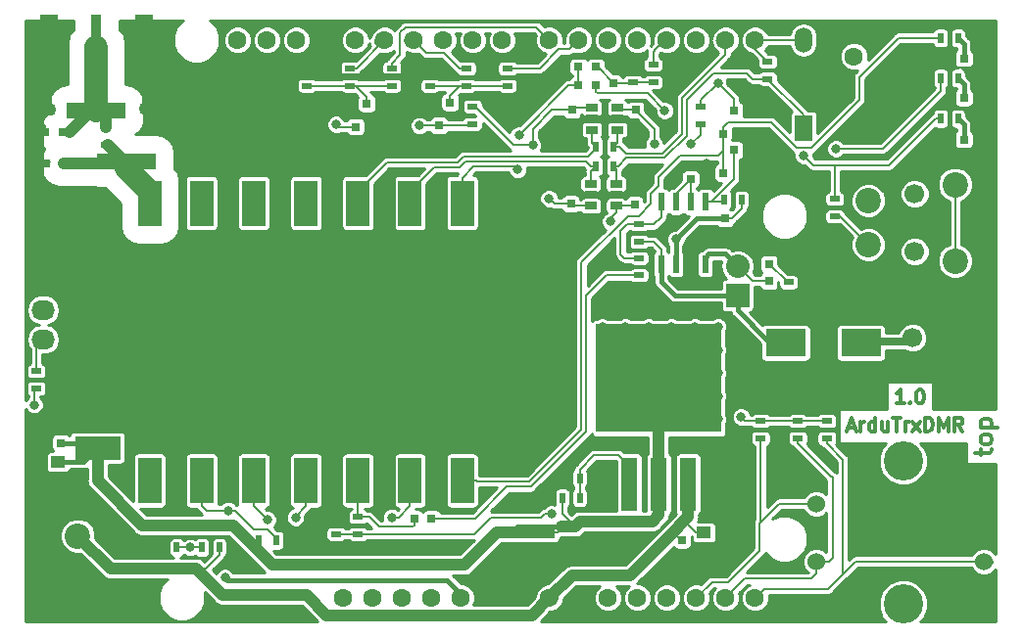
<source format=gtl>
G04 #@! TF.GenerationSoftware,KiCad,Pcbnew,5.0.1-33cea8e~68~ubuntu18.04.1*
G04 #@! TF.CreationDate,2018-11-27T01:55:08+01:00*
G04 #@! TF.ProjectId,ArduTrxDMRShield,41726475547278444D52536869656C64,x1.0*
G04 #@! TF.SameCoordinates,Original*
G04 #@! TF.FileFunction,Copper,L1,Top,Signal*
G04 #@! TF.FilePolarity,Positive*
%FSLAX46Y46*%
G04 Gerber Fmt 4.6, Leading zero omitted, Abs format (unit mm)*
G04 Created by KiCad (PCBNEW 5.0.1-33cea8e~68~ubuntu18.04.1) date Di 27 Nov 2018 01:55:08 CET*
%MOMM*%
%LPD*%
G01*
G04 APERTURE LIST*
G04 #@! TA.AperFunction,NonConductor*
%ADD10C,0.300000*%
G04 #@! TD*
G04 #@! TA.AperFunction,ComponentPad*
%ADD11O,2.032000X1.727200*%
G04 #@! TD*
G04 #@! TA.AperFunction,ComponentPad*
%ADD12R,2.032000X1.727200*%
G04 #@! TD*
G04 #@! TA.AperFunction,SMDPad,CuDef*
%ADD13R,5.160000X1.480000*%
G04 #@! TD*
G04 #@! TA.AperFunction,ComponentPad*
%ADD14C,1.600000*%
G04 #@! TD*
G04 #@! TA.AperFunction,SMDPad,CuDef*
%ADD15R,0.900000X5.600000*%
G04 #@! TD*
G04 #@! TA.AperFunction,SMDPad,CuDef*
%ADD16R,1.650000X5.600000*%
G04 #@! TD*
G04 #@! TA.AperFunction,SMDPad,CuDef*
%ADD17R,1.390000X4.600000*%
G04 #@! TD*
G04 #@! TA.AperFunction,SMDPad,CuDef*
%ADD18R,10.800000X9.400000*%
G04 #@! TD*
G04 #@! TA.AperFunction,SMDPad,CuDef*
%ADD19R,0.600000X1.550000*%
G04 #@! TD*
G04 #@! TA.AperFunction,SMDPad,CuDef*
%ADD20R,0.800100X0.800100*%
G04 #@! TD*
G04 #@! TA.AperFunction,ComponentPad*
%ADD21C,1.524000*%
G04 #@! TD*
G04 #@! TA.AperFunction,ComponentPad*
%ADD22C,3.400000*%
G04 #@! TD*
G04 #@! TA.AperFunction,ComponentPad*
%ADD23C,1.700000*%
G04 #@! TD*
G04 #@! TA.AperFunction,ComponentPad*
%ADD24C,1.800000*%
G04 #@! TD*
G04 #@! TA.AperFunction,ComponentPad*
%ADD25O,2.032000X2.032000*%
G04 #@! TD*
G04 #@! TA.AperFunction,ComponentPad*
%ADD26R,2.032000X2.032000*%
G04 #@! TD*
G04 #@! TA.AperFunction,SMDPad,CuDef*
%ADD27R,3.500120X2.400300*%
G04 #@! TD*
G04 #@! TA.AperFunction,SMDPad,CuDef*
%ADD28R,0.800000X0.750000*%
G04 #@! TD*
G04 #@! TA.AperFunction,SMDPad,CuDef*
%ADD29R,1.250000X1.000000*%
G04 #@! TD*
G04 #@! TA.AperFunction,SMDPad,CuDef*
%ADD30R,0.750000X0.800000*%
G04 #@! TD*
G04 #@! TA.AperFunction,SMDPad,CuDef*
%ADD31R,0.797560X0.797560*%
G04 #@! TD*
G04 #@! TA.AperFunction,SMDPad,CuDef*
%ADD32R,0.500000X0.900000*%
G04 #@! TD*
G04 #@! TA.AperFunction,SMDPad,CuDef*
%ADD33R,0.900000X0.500000*%
G04 #@! TD*
G04 #@! TA.AperFunction,ComponentPad*
%ADD34O,1.498600X2.197100*%
G04 #@! TD*
G04 #@! TA.AperFunction,ComponentPad*
%ADD35R,1.498600X2.197100*%
G04 #@! TD*
G04 #@! TA.AperFunction,SMDPad,CuDef*
%ADD36R,1.060000X0.650000*%
G04 #@! TD*
G04 #@! TA.AperFunction,ComponentPad*
%ADD37C,2.200000*%
G04 #@! TD*
G04 #@! TA.AperFunction,WasherPad*
%ADD38C,1.700000*%
G04 #@! TD*
G04 #@! TA.AperFunction,SMDPad,CuDef*
%ADD39R,4.000000X2.000000*%
G04 #@! TD*
G04 #@! TA.AperFunction,SMDPad,CuDef*
%ADD40R,2.000000X4.000000*%
G04 #@! TD*
G04 #@! TA.AperFunction,ViaPad*
%ADD41C,0.800000*%
G04 #@! TD*
G04 #@! TA.AperFunction,ViaPad*
%ADD42C,1.100000*%
G04 #@! TD*
G04 #@! TA.AperFunction,Conductor*
%ADD43C,0.200000*%
G04 #@! TD*
G04 #@! TA.AperFunction,Conductor*
%ADD44C,0.400000*%
G04 #@! TD*
G04 #@! TA.AperFunction,Conductor*
%ADD45C,1.000000*%
G04 #@! TD*
G04 #@! TA.AperFunction,Conductor*
%ADD46C,2.000000*%
G04 #@! TD*
G04 #@! TA.AperFunction,Conductor*
%ADD47C,0.254000*%
G04 #@! TD*
G04 APERTURE END LIST*
D10*
X137678571Y-115142857D02*
X137678571Y-114571428D01*
X137178571Y-114928571D02*
X138464285Y-114928571D01*
X138607142Y-114857142D01*
X138678571Y-114714285D01*
X138678571Y-114571428D01*
X138678571Y-113857142D02*
X138607142Y-114000000D01*
X138535714Y-114071428D01*
X138392857Y-114142857D01*
X137964285Y-114142857D01*
X137821428Y-114071428D01*
X137750000Y-114000000D01*
X137678571Y-113857142D01*
X137678571Y-113642857D01*
X137750000Y-113500000D01*
X137821428Y-113428571D01*
X137964285Y-113357142D01*
X138392857Y-113357142D01*
X138535714Y-113428571D01*
X138607142Y-113500000D01*
X138678571Y-113642857D01*
X138678571Y-113857142D01*
X137678571Y-112714285D02*
X139178571Y-112714285D01*
X137750000Y-112714285D02*
X137678571Y-112571428D01*
X137678571Y-112285714D01*
X137750000Y-112142857D01*
X137821428Y-112071428D01*
X137964285Y-112000000D01*
X138392857Y-112000000D01*
X138535714Y-112071428D01*
X138607142Y-112142857D01*
X138678571Y-112285714D01*
X138678571Y-112571428D01*
X138607142Y-112714285D01*
X131085714Y-110642857D02*
X130400000Y-110642857D01*
X130742857Y-110642857D02*
X130742857Y-109442857D01*
X130628571Y-109614285D01*
X130514285Y-109728571D01*
X130400000Y-109785714D01*
X131600000Y-110528571D02*
X131657142Y-110585714D01*
X131600000Y-110642857D01*
X131542857Y-110585714D01*
X131600000Y-110528571D01*
X131600000Y-110642857D01*
X132400000Y-109442857D02*
X132514285Y-109442857D01*
X132628571Y-109500000D01*
X132685714Y-109557142D01*
X132742857Y-109671428D01*
X132800000Y-109900000D01*
X132800000Y-110185714D01*
X132742857Y-110414285D01*
X132685714Y-110528571D01*
X132628571Y-110585714D01*
X132514285Y-110642857D01*
X132400000Y-110642857D01*
X132285714Y-110585714D01*
X132228571Y-110528571D01*
X132171428Y-110414285D01*
X132114285Y-110185714D01*
X132114285Y-109900000D01*
X132171428Y-109671428D01*
X132228571Y-109557142D01*
X132285714Y-109500000D01*
X132400000Y-109442857D01*
X126257142Y-112700000D02*
X126828571Y-112700000D01*
X126142857Y-113042857D02*
X126542857Y-111842857D01*
X126942857Y-113042857D01*
X127342857Y-113042857D02*
X127342857Y-112242857D01*
X127342857Y-112471428D02*
X127400000Y-112357142D01*
X127457142Y-112300000D01*
X127571428Y-112242857D01*
X127685714Y-112242857D01*
X128600000Y-113042857D02*
X128600000Y-111842857D01*
X128600000Y-112985714D02*
X128485714Y-113042857D01*
X128257142Y-113042857D01*
X128142857Y-112985714D01*
X128085714Y-112928571D01*
X128028571Y-112814285D01*
X128028571Y-112471428D01*
X128085714Y-112357142D01*
X128142857Y-112300000D01*
X128257142Y-112242857D01*
X128485714Y-112242857D01*
X128600000Y-112300000D01*
X129685714Y-112242857D02*
X129685714Y-113042857D01*
X129171428Y-112242857D02*
X129171428Y-112871428D01*
X129228571Y-112985714D01*
X129342857Y-113042857D01*
X129514285Y-113042857D01*
X129628571Y-112985714D01*
X129685714Y-112928571D01*
X130085714Y-111842857D02*
X130771428Y-111842857D01*
X130428571Y-113042857D02*
X130428571Y-111842857D01*
X131171428Y-113042857D02*
X131171428Y-112242857D01*
X131171428Y-112471428D02*
X131228571Y-112357142D01*
X131285714Y-112300000D01*
X131400000Y-112242857D01*
X131514285Y-112242857D01*
X131800000Y-113042857D02*
X132428571Y-112242857D01*
X131800000Y-112242857D02*
X132428571Y-113042857D01*
X132885714Y-113042857D02*
X132885714Y-111842857D01*
X133171428Y-111842857D01*
X133342857Y-111900000D01*
X133457142Y-112014285D01*
X133514285Y-112128571D01*
X133571428Y-112357142D01*
X133571428Y-112528571D01*
X133514285Y-112757142D01*
X133457142Y-112871428D01*
X133342857Y-112985714D01*
X133171428Y-113042857D01*
X132885714Y-113042857D01*
X134085714Y-113042857D02*
X134085714Y-111842857D01*
X134485714Y-112700000D01*
X134885714Y-111842857D01*
X134885714Y-113042857D01*
X136142857Y-113042857D02*
X135742857Y-112471428D01*
X135457142Y-113042857D02*
X135457142Y-111842857D01*
X135914285Y-111842857D01*
X136028571Y-111900000D01*
X136085714Y-111957142D01*
X136142857Y-112071428D01*
X136142857Y-112242857D01*
X136085714Y-112357142D01*
X136028571Y-112414285D01*
X135914285Y-112471428D01*
X135457142Y-112471428D01*
D11*
G04 #@! TO.P,CN5,3*
G04 #@! TO.N,Net-(CN5-Pad3)*
X56700000Y-105080000D03*
G04 #@! TO.P,CN5,2*
G04 #@! TO.N,+5V*
X56700000Y-102540000D03*
D12*
G04 #@! TO.P,CN5,1*
G04 #@! TO.N,GND*
X56700000Y-100000000D03*
G04 #@! TD*
D13*
G04 #@! TO.P,L3,1*
G04 #@! TO.N,/ANT3*
X61290000Y-85335000D03*
G04 #@! TO.P,L3,2*
G04 #@! TO.N,/ANT0*
X63910000Y-89665000D03*
G04 #@! TD*
D14*
G04 #@! TO.P,CN2,0*
G04 #@! TO.N,/RXD*
X118200000Y-79200000D03*
G04 #@! TO.P,CN2,8*
G04 #@! TO.N,/KEYPAD_8*
X96356000Y-79200000D03*
G04 #@! TO.P,CN2,9*
G04 #@! TO.N,/KEYPAD_9*
X93816000Y-79200000D03*
G04 #@! TO.P,CN2,10*
G04 #@! TO.N,/KEYPAD_10*
X91276000Y-79200000D03*
G04 #@! TO.P,CN2,11*
G04 #@! TO.N,/PTT_Q_1*
X88736000Y-79200000D03*
G04 #@! TO.P,CN2,12*
G04 #@! TO.N,/PD_Q_1*
X86196000Y-79200000D03*
G04 #@! TO.P,CN2,13*
G04 #@! TO.N,Net-(CN2-Pad13)*
X83656000Y-79200000D03*
G04 #@! TO.P,CN2,14*
G04 #@! TO.N,GND*
X81116000Y-79200000D03*
G04 #@! TO.P,CN2,15*
G04 #@! TO.N,Net-(CN2-Pad15)*
X78576000Y-79200000D03*
G04 #@! TO.P,CN2,16*
G04 #@! TO.N,Net-(CN2-Pad16)*
X76036000Y-79200000D03*
G04 #@! TO.P,CN2,17*
G04 #@! TO.N,Net-(CN2-Pad17)*
X73496000Y-79200000D03*
G04 #@! TO.P,CN2,1*
G04 #@! TO.N,/TXD*
X115660000Y-79200000D03*
G04 #@! TO.P,CN2,2*
G04 #@! TO.N,/SQ_R*
X113120000Y-79200000D03*
G04 #@! TO.P,CN2,3*
G04 #@! TO.N,/MIC_IN_R*
X110580000Y-79200000D03*
G04 #@! TO.P,CN2,4*
G04 #@! TO.N,/KEYPAD_4*
X108040000Y-79200000D03*
G04 #@! TO.P,CN2,5*
G04 #@! TO.N,/KEYPAD_5*
X105500000Y-79200000D03*
G04 #@! TO.P,CN2,6*
G04 #@! TO.N,/PTT_Q_2*
X102960000Y-79200000D03*
G04 #@! TO.P,CN2,7*
G04 #@! TO.N,/PD_Q_2*
X100420000Y-79200000D03*
G04 #@! TO.P,CN2,24*
G04 #@! TO.N,VIN*
X100420000Y-127460000D03*
G04 #@! TO.P,CN2,25*
G04 #@! TO.N,GND*
X97880000Y-127460000D03*
G04 #@! TO.P,CN2,26*
X95340000Y-127460000D03*
G04 #@! TO.P,CN2,27*
G04 #@! TO.N,+5V*
X92800000Y-127460000D03*
G04 #@! TO.P,CN2,28*
G04 #@! TO.N,Net-(CN2-Pad28)*
X90260000Y-127460000D03*
G04 #@! TO.P,CN2,29*
G04 #@! TO.N,Net-(CN2-Pad29)*
X87720000Y-127460000D03*
G04 #@! TO.P,CN2,30*
G04 #@! TO.N,VIO*
X85180000Y-127460000D03*
G04 #@! TO.P,CN2,31*
G04 #@! TO.N,Net-(CN2-Pad31)*
X82640000Y-127460000D03*
G04 #@! TO.P,CN2,18*
G04 #@! TO.N,/ENC_SW*
X118200000Y-127460000D03*
G04 #@! TO.P,CN2,19*
G04 #@! TO.N,/ENC_B*
X115660000Y-127460000D03*
G04 #@! TO.P,CN2,20*
G04 #@! TO.N,/ENC_A*
X113120000Y-127460000D03*
G04 #@! TO.P,CN2,21*
G04 #@! TO.N,/AF_OUT_R*
X110580000Y-127460000D03*
G04 #@! TO.P,CN2,22*
G04 #@! TO.N,/GPS_RX*
X108040000Y-127460000D03*
G04 #@! TO.P,CN2,23*
G04 #@! TO.N,/KEYPAD_A0*
X105500000Y-127460000D03*
G04 #@! TD*
D15*
G04 #@! TO.P,CN1,1*
G04 #@! TO.N,/ANT3*
X61300000Y-79800000D03*
D16*
G04 #@! TO.P,CN1,2*
G04 #@! TO.N,GND*
X65425000Y-79800000D03*
G04 #@! TO.P,CN1,3*
X57175000Y-79800000D03*
G04 #@! TD*
D17*
G04 #@! TO.P,U2,1*
G04 #@! TO.N,Net-(R15-Pad2)*
X107360000Y-117600000D03*
G04 #@! TO.P,U2,3*
G04 #@! TO.N,VIN*
X112440000Y-117600000D03*
D18*
G04 #@! TO.P,U2,4*
G04 #@! TO.N,VCC*
X109900000Y-108450000D03*
D17*
G04 #@! TO.P,U2,2*
X109900000Y-117600000D03*
G04 #@! TD*
D19*
G04 #@! TO.P,U3,8*
G04 #@! TO.N,Net-(C12-Pad1)*
X113908500Y-98595500D03*
G04 #@! TO.P,U3,7*
G04 #@! TO.N,GND*
X112638500Y-98595500D03*
G04 #@! TO.P,U3,6*
G04 #@! TO.N,VCC*
X111368500Y-98595500D03*
G04 #@! TO.P,U3,5*
G04 #@! TO.N,Net-(C15-Pad1)*
X110098500Y-98595500D03*
G04 #@! TO.P,U3,4*
G04 #@! TO.N,Net-(R19-Pad2)*
X110098500Y-93195500D03*
G04 #@! TO.P,U3,3*
G04 #@! TO.N,Net-(C13-Pad1)*
X111368500Y-93195500D03*
G04 #@! TO.P,U3,2*
X112638500Y-93195500D03*
G04 #@! TO.P,U3,1*
G04 #@! TO.N,/SQ*
X113908500Y-93195500D03*
G04 #@! TD*
D20*
G04 #@! TO.P,Q2,3*
G04 #@! TO.N,/PD*
X83700000Y-86698220D03*
G04 #@! TO.P,Q2,2*
G04 #@! TO.N,GND*
X82750000Y-84699240D03*
G04 #@! TO.P,Q2,1*
G04 #@! TO.N,/PD_Q*
X84650000Y-84699240D03*
G04 #@! TD*
G04 #@! TO.P,Q3,3*
G04 #@! TO.N,/PTT*
X90900000Y-86598220D03*
G04 #@! TO.P,Q3,2*
G04 #@! TO.N,GND*
X89950000Y-84599240D03*
G04 #@! TO.P,Q3,1*
G04 #@! TO.N,/PTT_Q*
X91850000Y-84599240D03*
G04 #@! TD*
D21*
G04 #@! TO.P,SW2,A*
G04 #@! TO.N,/ENC_A*
X123500000Y-119300000D03*
G04 #@! TO.P,SW2,C*
G04 #@! TO.N,GND*
X123500000Y-121800000D03*
G04 #@! TO.P,SW2,E*
G04 #@! TO.N,/ENC_SW*
X138000000Y-124300000D03*
G04 #@! TO.P,SW2,B*
G04 #@! TO.N,/ENC_B*
X123500000Y-124300000D03*
G04 #@! TO.P,SW2,D*
G04 #@! TO.N,GND*
X138000000Y-119300000D03*
D22*
G04 #@! TO.P,SW2,0*
G04 #@! TO.N,N/C*
X131000000Y-115600000D03*
X131000000Y-128000000D03*
G04 #@! TD*
D23*
G04 #@! TO.P,CN4,1*
G04 #@! TO.N,GND*
X137800000Y-104950000D03*
G04 #@! TO.P,CN4,2*
X136500000Y-108650000D03*
G04 #@! TO.P,CN4,3*
G04 #@! TO.N,/SPKR*
X131800000Y-104950000D03*
G04 #@! TD*
D14*
G04 #@! TO.P,SW1,3*
G04 #@! TO.N,/PTT*
X126750000Y-80600000D03*
G04 #@! TO.P,SW1,2*
G04 #@! TO.N,GND*
X131250000Y-80600000D03*
D24*
G04 #@! TO.P,SW1,1*
X132500000Y-83100000D03*
G04 #@! TO.P,SW1,4*
X125500000Y-83100000D03*
G04 #@! TD*
D25*
G04 #@! TO.P,CN6,2*
G04 #@! TO.N,Net-(C12-Pad1)*
X116700000Y-98760000D03*
D26*
G04 #@! TO.P,CN6,1*
G04 #@! TO.N,Net-(C15-Pad1)*
X116700000Y-101300000D03*
G04 #@! TD*
D27*
G04 #@! TO.P,C15,2*
G04 #@! TO.N,/SPKR*
X127351200Y-105400000D03*
G04 #@! TO.P,C15,1*
G04 #@! TO.N,Net-(C15-Pad1)*
X120848800Y-105400000D03*
G04 #@! TD*
D28*
G04 #@! TO.P,C3,2*
G04 #@! TO.N,GND*
X56850000Y-87200000D03*
G04 #@! TO.P,C3,1*
G04 #@! TO.N,/ANT3*
X58350000Y-87200000D03*
G04 #@! TD*
G04 #@! TO.P,C4,2*
G04 #@! TO.N,GND*
X56950000Y-89900000D03*
G04 #@! TO.P,C4,1*
G04 #@! TO.N,/ANT0*
X58450000Y-89900000D03*
G04 #@! TD*
G04 #@! TO.P,C5,2*
G04 #@! TO.N,/MIC_IN*
X102950000Y-81500000D03*
G04 #@! TO.P,C5,1*
G04 #@! TO.N,Net-(C16-Pad1)*
X104450000Y-81500000D03*
G04 #@! TD*
D29*
G04 #@! TO.P,C6,2*
G04 #@! TO.N,GND*
X113800000Y-123800000D03*
G04 #@! TO.P,C6,1*
G04 #@! TO.N,VIN*
X113800000Y-121800000D03*
G04 #@! TD*
D30*
G04 #@! TO.P,C7,2*
G04 #@! TO.N,GND*
X111900000Y-123950000D03*
G04 #@! TO.P,C7,1*
G04 #@! TO.N,VIN*
X111900000Y-122450000D03*
G04 #@! TD*
G04 #@! TO.P,C8,2*
G04 #@! TO.N,GND*
X97500000Y-123200000D03*
G04 #@! TO.P,C8,1*
G04 #@! TO.N,VCC*
X97500000Y-121700000D03*
G04 #@! TD*
D29*
G04 #@! TO.P,C9,2*
G04 #@! TO.N,GND*
X100300000Y-123800000D03*
G04 #@! TO.P,C9,1*
G04 #@! TO.N,VCC*
X100300000Y-121800000D03*
G04 #@! TD*
D28*
G04 #@! TO.P,C10,2*
G04 #@! TO.N,/AF_OUT*
X88750000Y-120600000D03*
G04 #@! TO.P,C10,1*
G04 #@! TO.N,Net-(C10-Pad1)*
X90250000Y-120600000D03*
G04 #@! TD*
D30*
G04 #@! TO.P,C11,2*
G04 #@! TO.N,GND*
X115600000Y-96150000D03*
G04 #@! TO.P,C11,1*
G04 #@! TO.N,VCC*
X115600000Y-94650000D03*
G04 #@! TD*
G04 #@! TO.P,C12,2*
G04 #@! TO.N,Net-(C12-Pad2)*
X119400000Y-98550000D03*
G04 #@! TO.P,C12,1*
G04 #@! TO.N,Net-(C12-Pad1)*
X119400000Y-100050000D03*
G04 #@! TD*
D28*
G04 #@! TO.P,C13,2*
G04 #@! TO.N,GND*
X111150000Y-91200000D03*
G04 #@! TO.P,C13,1*
G04 #@! TO.N,Net-(C13-Pad1)*
X112650000Y-91200000D03*
G04 #@! TD*
G04 #@! TO.P,C14,2*
G04 #@! TO.N,/MIC_IN*
X102950000Y-83100000D03*
G04 #@! TO.P,C14,1*
G04 #@! TO.N,/MIC*
X104450000Y-83100000D03*
G04 #@! TD*
D30*
G04 #@! TO.P,C16,2*
G04 #@! TO.N,GND*
X106000000Y-81450000D03*
G04 #@! TO.P,C16,1*
G04 #@! TO.N,Net-(C16-Pad1)*
X106000000Y-82950000D03*
G04 #@! TD*
G04 #@! TO.P,C17,2*
G04 #@! TO.N,GND*
X102300000Y-91850000D03*
G04 #@! TO.P,C17,1*
G04 #@! TO.N,+3V3*
X102300000Y-93350000D03*
G04 #@! TD*
G04 #@! TO.P,C18,2*
G04 #@! TO.N,GND*
X102400000Y-86750000D03*
G04 #@! TO.P,C18,1*
G04 #@! TO.N,+3V3*
X102400000Y-85250000D03*
G04 #@! TD*
G04 #@! TO.P,C19,2*
G04 #@! TO.N,GND*
X107900000Y-86750000D03*
G04 #@! TO.P,C19,1*
G04 #@! TO.N,VIO*
X107900000Y-85250000D03*
G04 #@! TD*
G04 #@! TO.P,C20,2*
G04 #@! TO.N,GND*
X107800000Y-91950000D03*
G04 #@! TO.P,C20,1*
G04 #@! TO.N,VIO*
X107800000Y-93450000D03*
G04 #@! TD*
D31*
G04 #@! TO.P,D1,1*
G04 #@! TO.N,GND*
X137749300Y-84200000D03*
G04 #@! TO.P,D1,2*
G04 #@! TO.N,Net-(D1-Pad2)*
X136250700Y-84200000D03*
G04 #@! TD*
G04 #@! TO.P,D2,1*
G04 #@! TO.N,GND*
X137749300Y-87800000D03*
G04 #@! TO.P,D2,2*
G04 #@! TO.N,Net-(D2-Pad2)*
X136250700Y-87800000D03*
G04 #@! TD*
G04 #@! TO.P,D3,1*
G04 #@! TO.N,GND*
X137749300Y-80800000D03*
G04 #@! TO.P,D3,2*
G04 #@! TO.N,Net-(D3-Pad2)*
X136250700Y-80800000D03*
G04 #@! TD*
D32*
G04 #@! TO.P,R1,2*
G04 #@! TO.N,/TRANSMIT*
X134250000Y-82500000D03*
G04 #@! TO.P,R1,1*
G04 #@! TO.N,Net-(D1-Pad2)*
X135750000Y-82500000D03*
G04 #@! TD*
G04 #@! TO.P,R4,2*
G04 #@! TO.N,/TXD_R*
X104450000Y-88400000D03*
G04 #@! TO.P,R4,1*
G04 #@! TO.N,/TXD*
X105950000Y-88400000D03*
G04 #@! TD*
G04 #@! TO.P,R5,2*
G04 #@! TO.N,/RXD_R*
X104450000Y-90100000D03*
G04 #@! TO.P,R5,1*
G04 #@! TO.N,/RXD_S*
X105950000Y-90100000D03*
G04 #@! TD*
G04 #@! TO.P,R6,2*
G04 #@! TO.N,+3V3*
X134250000Y-86000000D03*
G04 #@! TO.P,R6,1*
G04 #@! TO.N,Net-(D2-Pad2)*
X135750000Y-86000000D03*
G04 #@! TD*
G04 #@! TO.P,R7,2*
G04 #@! TO.N,/SQ_Q*
X134250000Y-79000000D03*
G04 #@! TO.P,R7,1*
G04 #@! TO.N,Net-(D3-Pad2)*
X135750000Y-79000000D03*
G04 #@! TD*
G04 #@! TO.P,R8,2*
G04 #@! TO.N,/PD*
X76850000Y-122500000D03*
G04 #@! TO.P,R8,1*
G04 #@! TO.N,VCC*
X75350000Y-122500000D03*
G04 #@! TD*
D33*
G04 #@! TO.P,R9,2*
G04 #@! TO.N,/PD_Q*
X83200000Y-83150000D03*
G04 #@! TO.P,R9,1*
G04 #@! TO.N,/PD_Q_1*
X83200000Y-81650000D03*
G04 #@! TD*
G04 #@! TO.P,R10,2*
G04 #@! TO.N,/PTT*
X93800000Y-86450000D03*
G04 #@! TO.P,R10,1*
G04 #@! TO.N,+3V3*
X93800000Y-84950000D03*
G04 #@! TD*
G04 #@! TO.P,R11,2*
G04 #@! TO.N,/PTT_Q*
X93300000Y-83150000D03*
G04 #@! TO.P,R11,1*
G04 #@! TO.N,/PTT_Q_1*
X93300000Y-81650000D03*
G04 #@! TD*
G04 #@! TO.P,R12,2*
G04 #@! TO.N,/SQ_R*
X113500000Y-84950000D03*
G04 #@! TO.P,R12,1*
G04 #@! TO.N,VIO*
X113500000Y-86450000D03*
G04 #@! TD*
G04 #@! TO.P,R13,2*
G04 #@! TO.N,Net-(C16-Pad1)*
X109400000Y-82850000D03*
G04 #@! TO.P,R13,1*
G04 #@! TO.N,/MIC_IN_R*
X109400000Y-81350000D03*
G04 #@! TD*
G04 #@! TO.P,R14,2*
G04 #@! TO.N,GND*
X107700000Y-81350000D03*
G04 #@! TO.P,R14,1*
G04 #@! TO.N,Net-(C16-Pad1)*
X107700000Y-82850000D03*
G04 #@! TD*
D32*
G04 #@! TO.P,R15,2*
G04 #@! TO.N,Net-(R15-Pad2)*
X103050000Y-118800000D03*
G04 #@! TO.P,R15,1*
G04 #@! TO.N,VCC*
X101550000Y-118800000D03*
G04 #@! TD*
D33*
G04 #@! TO.P,R16,2*
G04 #@! TO.N,/AF_OUT_R*
X83900000Y-121950000D03*
G04 #@! TO.P,R16,1*
G04 #@! TO.N,/AF_OUT*
X83900000Y-120450000D03*
G04 #@! TD*
D32*
G04 #@! TO.P,R17,2*
G04 #@! TO.N,GND*
X101550000Y-117100000D03*
G04 #@! TO.P,R17,1*
G04 #@! TO.N,Net-(R15-Pad2)*
X103050000Y-117100000D03*
G04 #@! TD*
D33*
G04 #@! TO.P,R18,2*
G04 #@! TO.N,Net-(CN5-Pad3)*
X56100000Y-107850000D03*
G04 #@! TO.P,R18,1*
G04 #@! TO.N,/GPS_RX*
X56100000Y-109350000D03*
G04 #@! TD*
G04 #@! TO.P,R19,2*
G04 #@! TO.N,Net-(R19-Pad2)*
X108200000Y-95150000D03*
G04 #@! TO.P,R19,1*
G04 #@! TO.N,Net-(C15-Pad1)*
X108200000Y-96650000D03*
G04 #@! TD*
G04 #@! TO.P,R20,2*
G04 #@! TO.N,Net-(C10-Pad1)*
X108200000Y-99550000D03*
G04 #@! TO.P,R20,1*
G04 #@! TO.N,Net-(R19-Pad2)*
X108200000Y-98050000D03*
G04 #@! TD*
G04 #@! TO.P,R23,2*
G04 #@! TO.N,GND*
X121100000Y-98650000D03*
G04 #@! TO.P,R23,1*
G04 #@! TO.N,Net-(C12-Pad2)*
X121100000Y-100150000D03*
G04 #@! TD*
G04 #@! TO.P,R24,2*
G04 #@! TO.N,/ENC_A*
X118700000Y-113650000D03*
G04 #@! TO.P,R24,1*
G04 #@! TO.N,VIO*
X118700000Y-112150000D03*
G04 #@! TD*
G04 #@! TO.P,R25,2*
G04 #@! TO.N,/ENC_B*
X121900000Y-113650000D03*
G04 #@! TO.P,R25,1*
G04 #@! TO.N,VIO*
X121900000Y-112150000D03*
G04 #@! TD*
G04 #@! TO.P,R26,2*
G04 #@! TO.N,/ENC_SW*
X124400000Y-113650000D03*
G04 #@! TO.P,R26,1*
G04 #@! TO.N,VIO*
X124400000Y-112150000D03*
G04 #@! TD*
G04 #@! TO.P,R27,2*
G04 #@! TO.N,/MIC*
X125100000Y-94450000D03*
G04 #@! TO.P,R27,1*
G04 #@! TO.N,+3V3*
X125100000Y-92950000D03*
G04 #@! TD*
G04 #@! TO.P,R30,2*
G04 #@! TO.N,/ANT3*
X62100000Y-86750000D03*
G04 #@! TO.P,R30,1*
G04 #@! TO.N,/ANT0*
X62100000Y-88250000D03*
G04 #@! TD*
G04 #@! TO.P,R31,2*
G04 #@! TO.N,GND*
X82000000Y-120450000D03*
G04 #@! TO.P,R31,1*
G04 #@! TO.N,/AF_OUT_R*
X82000000Y-121950000D03*
G04 #@! TD*
G04 #@! TO.P,R32,2*
G04 #@! TO.N,/RXD_S*
X119300000Y-82550000D03*
G04 #@! TO.P,R32,1*
G04 #@! TO.N,/RXD*
X119300000Y-81050000D03*
G04 #@! TD*
D34*
G04 #@! TO.P,S1,2*
G04 #@! TO.N,/RXD*
X122400000Y-79190000D03*
D35*
G04 #@! TO.P,S1,1*
G04 #@! TO.N,/RXD_S*
X122400000Y-86810000D03*
G04 #@! TD*
D36*
G04 #@! TO.P,U4,5*
G04 #@! TO.N,GND*
X106300000Y-86000000D03*
G04 #@! TO.P,U4,6*
G04 #@! TO.N,VIO*
X106300000Y-85050000D03*
G04 #@! TO.P,U4,4*
G04 #@! TO.N,/TXD*
X106300000Y-86950000D03*
G04 #@! TO.P,U4,3*
G04 #@! TO.N,/TXD_R*
X104100000Y-86950000D03*
G04 #@! TO.P,U4,2*
G04 #@! TO.N,GND*
X104100000Y-86000000D03*
G04 #@! TO.P,U4,1*
G04 #@! TO.N,+3V3*
X104100000Y-85050000D03*
G04 #@! TD*
G04 #@! TO.P,U5,5*
G04 #@! TO.N,GND*
X104000000Y-92600000D03*
G04 #@! TO.P,U5,6*
G04 #@! TO.N,+3V3*
X104000000Y-93550000D03*
G04 #@! TO.P,U5,4*
G04 #@! TO.N,/RXD_R*
X104000000Y-91650000D03*
G04 #@! TO.P,U5,3*
G04 #@! TO.N,/RXD_S*
X106200000Y-91650000D03*
G04 #@! TO.P,U5,2*
G04 #@! TO.N,GND*
X106200000Y-92600000D03*
G04 #@! TO.P,U5,1*
G04 #@! TO.N,VIO*
X106200000Y-93550000D03*
G04 #@! TD*
D37*
G04 #@! TO.P,CN3,3*
G04 #@! TO.N,Net-(CN3-Pad3)*
X135500000Y-98300000D03*
X135500000Y-91700000D03*
G04 #@! TO.P,CN3,1*
G04 #@! TO.N,/PTT*
X128000000Y-93100000D03*
G04 #@! TO.P,CN3,2*
G04 #@! TO.N,/MIC*
X128000000Y-96900000D03*
D38*
G04 #@! TO.P,CN3,*
G04 #@! TO.N,*
X132000000Y-92500000D03*
X132000000Y-97500000D03*
G04 #@! TD*
D33*
G04 #@! TO.P,R33,2*
G04 #@! TO.N,GND*
X79500000Y-81650000D03*
G04 #@! TO.P,R33,1*
G04 #@! TO.N,/PD_Q*
X79500000Y-83150000D03*
G04 #@! TD*
G04 #@! TO.P,R34,2*
G04 #@! TO.N,GND*
X90100000Y-81650000D03*
G04 #@! TO.P,R34,1*
G04 #@! TO.N,/PTT_Q*
X90100000Y-83150000D03*
G04 #@! TD*
D32*
G04 #@! TO.P,R35,2*
G04 #@! TO.N,/GPS_RX*
X70400000Y-123100000D03*
G04 #@! TO.P,R35,1*
G04 #@! TO.N,VIN*
X71900000Y-123100000D03*
G04 #@! TD*
G04 #@! TO.P,R36,2*
G04 #@! TO.N,GND*
X66750000Y-123100000D03*
G04 #@! TO.P,R36,1*
G04 #@! TO.N,/GPS_RX*
X68250000Y-123100000D03*
G04 #@! TD*
D37*
G04 #@! TO.P,CN7,2*
G04 #@! TO.N,GND*
X63505000Y-122100000D03*
G04 #@! TO.P,CN7,1*
G04 #@! TO.N,VIN*
X59695000Y-122100000D03*
G04 #@! TD*
D39*
G04 #@! TO.P,U1,20*
G04 #@! TO.N,GND*
X100900000Y-99075000D03*
G04 #@! TO.P,U1,19*
X100900000Y-111525000D03*
D40*
G04 #@! TO.P,U1,18*
G04 #@! TO.N,/SQ_Q*
X92900000Y-117300000D03*
G04 #@! TO.P,U1,17*
G04 #@! TO.N,/TRANSMIT*
X88400000Y-117300000D03*
G04 #@! TO.P,U1,16*
G04 #@! TO.N,/AF_OUT*
X83900000Y-117300000D03*
G04 #@! TO.P,U1,15*
G04 #@! TO.N,+3V3*
X79400000Y-117300000D03*
G04 #@! TO.P,U1,14*
G04 #@! TO.N,/PTT*
X74900000Y-117300000D03*
G04 #@! TO.P,U1,13*
G04 #@! TO.N,/PD*
X70400000Y-117300000D03*
G04 #@! TO.P,U1,12*
G04 #@! TO.N,Net-(U1-Pad12)*
X65900000Y-117300000D03*
D39*
G04 #@! TO.P,U1,11*
G04 #@! TO.N,VCC*
X61400000Y-114500000D03*
G04 #@! TO.P,U1,10*
G04 #@! TO.N,GND*
X61400000Y-109900000D03*
G04 #@! TO.P,U1,9*
X61400000Y-100700000D03*
G04 #@! TO.P,U1,8*
X61400000Y-96100000D03*
D40*
G04 #@! TO.P,U1,7*
G04 #@! TO.N,/ANT0*
X65900000Y-93300000D03*
G04 #@! TO.P,U1,6*
G04 #@! TO.N,Net-(U1-Pad6)*
X70400000Y-93300000D03*
G04 #@! TO.P,U1,5*
G04 #@! TO.N,Net-(U1-Pad5)*
X74900000Y-93300000D03*
G04 #@! TO.P,U1,4*
G04 #@! TO.N,Net-(U1-Pad4)*
X79400000Y-93300000D03*
G04 #@! TO.P,U1,3*
G04 #@! TO.N,/TXD_R*
X83900000Y-93300000D03*
G04 #@! TO.P,U1,2*
G04 #@! TO.N,/RXD_R*
X88400000Y-93300000D03*
G04 #@! TO.P,U1,1*
G04 #@! TO.N,/MIC_IN*
X92900000Y-93300000D03*
G04 #@! TD*
D33*
G04 #@! TO.P,R2,1*
G04 #@! TO.N,/PD_Q_2*
X86800000Y-81650000D03*
G04 #@! TO.P,R2,2*
G04 #@! TO.N,/PD_Q*
X86800000Y-83150000D03*
G04 #@! TD*
G04 #@! TO.P,R3,2*
G04 #@! TO.N,/PTT_Q*
X96800000Y-83150000D03*
G04 #@! TO.P,R3,1*
G04 #@! TO.N,/PTT_Q_2*
X96800000Y-81650000D03*
G04 #@! TD*
D29*
G04 #@! TO.P,C1,1*
G04 #@! TO.N,VCC*
X58000000Y-115700000D03*
G04 #@! TO.P,C1,2*
G04 #@! TO.N,GND*
X58000000Y-117700000D03*
G04 #@! TD*
D30*
G04 #@! TO.P,C2,1*
G04 #@! TO.N,VCC*
X58200000Y-114050000D03*
G04 #@! TO.P,C2,2*
G04 #@! TO.N,GND*
X58200000Y-112550000D03*
G04 #@! TD*
D20*
G04 #@! TO.P,Q1,3*
G04 #@! TO.N,/SQ_R*
X116400000Y-85301780D03*
G04 #@! TO.P,Q1,2*
G04 #@! TO.N,GND*
X117350000Y-87300760D03*
G04 #@! TO.P,Q1,1*
G04 #@! TO.N,/SQ_Q*
X115450000Y-87300760D03*
G04 #@! TD*
G04 #@! TO.P,Q4,1*
G04 #@! TO.N,/SQ_Q*
X115450000Y-90700760D03*
G04 #@! TO.P,Q4,2*
G04 #@! TO.N,GND*
X117350000Y-90700760D03*
G04 #@! TO.P,Q4,3*
G04 #@! TO.N,/SQ*
X116400000Y-88701780D03*
G04 #@! TD*
D32*
G04 #@! TO.P,R21,1*
G04 #@! TO.N,VCC*
X117050000Y-93000000D03*
G04 #@! TO.P,R21,2*
G04 #@! TO.N,/SQ*
X115550000Y-93000000D03*
G04 #@! TD*
D41*
G04 #@! TO.N,GND*
X113950000Y-96150000D03*
X121100000Y-97300000D03*
X109100000Y-91300000D03*
X112200000Y-125700000D03*
X68600000Y-85700000D03*
X56500000Y-92100000D03*
D42*
X57300000Y-85200000D03*
X65500000Y-85100000D03*
D41*
X106800000Y-80400000D03*
X114000000Y-89900000D03*
X103100000Y-114900000D03*
X118800000Y-87300000D03*
X118900000Y-90700000D03*
X97400000Y-102900000D03*
X79700000Y-121100000D03*
X97300000Y-119200000D03*
X105500000Y-119400000D03*
X107800000Y-122700000D03*
X103000000Y-127900000D03*
X97400000Y-111100000D03*
X102200000Y-103400000D03*
X66100000Y-97900000D03*
X69100000Y-89600000D03*
X62200000Y-92800000D03*
X66100000Y-104300000D03*
X66000000Y-110600000D03*
X120600000Y-86100000D03*
X138000000Y-128700000D03*
X56000000Y-128900000D03*
X100700000Y-86700000D03*
X100600000Y-90800000D03*
X95500000Y-91900000D03*
G04 #@! TO.N,/MIC_IN*
X97700000Y-90400020D03*
X97800000Y-87400000D03*
G04 #@! TO.N,VCC*
X111000000Y-108000000D03*
X113000000Y-106000000D03*
X113000000Y-108000000D03*
X113000000Y-110000000D03*
X109000000Y-110000000D03*
X109000000Y-112000000D03*
X111000000Y-112000000D03*
X115000000Y-112000000D03*
X115000000Y-110000000D03*
X115000000Y-108000000D03*
X115000000Y-106000000D03*
X115000000Y-104000000D03*
X113000000Y-104000000D03*
X111000000Y-106000000D03*
X109000000Y-106000000D03*
X105000000Y-106000000D03*
X105000000Y-108000000D03*
X105000000Y-110000000D03*
X105000000Y-112000000D03*
X107000000Y-112000000D03*
X107000000Y-110000000D03*
X107000000Y-108000000D03*
X107000000Y-106000000D03*
X109000000Y-104000000D03*
X107000000Y-104000000D03*
X105000000Y-104000000D03*
X109000000Y-108000000D03*
X111000000Y-110000000D03*
X113000000Y-112000000D03*
X111368500Y-96431500D03*
X111000000Y-104000000D03*
G04 #@! TO.N,/GPS_RX*
X69400000Y-123100000D03*
X55927012Y-110746130D03*
G04 #@! TO.N,/AF_OUT_R*
X100600000Y-120200000D03*
G04 #@! TO.N,+5V*
X72400000Y-125700000D03*
G04 #@! TO.N,/SQ_R*
X115000000Y-82900000D03*
G04 #@! TO.N,/PD*
X82000000Y-86500000D03*
X72700000Y-119900000D03*
G04 #@! TO.N,/PTT*
X89200000Y-86600000D03*
X76100000Y-120700000D03*
G04 #@! TO.N,/MIC*
X110400000Y-85300000D03*
G04 #@! TO.N,VIO*
X117000000Y-111800000D03*
X105700000Y-94900000D03*
X109500000Y-88200000D03*
X112700000Y-88200000D03*
G04 #@! TO.N,+3V3*
X99000000Y-88300000D03*
X100400000Y-92900000D03*
X122400000Y-89200000D03*
X78500000Y-120500000D03*
G04 #@! TO.N,/TRANSMIT*
X86800000Y-120500000D03*
X125200000Y-88600000D03*
G04 #@! TD*
D43*
G04 #@! TO.N,GND*
X113950000Y-96150000D02*
X113900000Y-96100000D01*
X115600000Y-96150000D02*
X113950000Y-96150000D01*
X121100000Y-98650000D02*
X121100000Y-97300000D01*
X107800000Y-91950000D02*
X108450000Y-91950000D01*
X108450000Y-91950000D02*
X109100000Y-91300000D01*
X113800000Y-123800000D02*
X113800000Y-124100000D01*
X113800000Y-124100000D02*
X112200000Y-125700000D01*
X57250000Y-95200000D02*
X57000000Y-95200000D01*
X57000000Y-95200000D02*
X56500000Y-95700000D01*
X57250000Y-89700000D02*
X56500000Y-89700000D01*
X56500000Y-89700000D02*
X56500000Y-89900000D01*
X65500000Y-85100000D02*
X68000000Y-85100000D01*
X68000000Y-85100000D02*
X68600000Y-85700000D01*
D44*
X65425000Y-79800000D02*
X65425000Y-85025000D01*
X57225000Y-85125000D02*
X57175000Y-85125000D01*
X57300000Y-85200000D02*
X57225000Y-85125000D01*
X65425000Y-85025000D02*
X65500000Y-85100000D01*
X57175000Y-85125000D02*
X57175000Y-79800000D01*
X57175000Y-79800000D02*
X57175000Y-85125000D01*
X57175000Y-85125000D02*
X57100000Y-85200000D01*
X97880000Y-127460000D02*
X95340000Y-127460000D01*
X97880000Y-127460000D02*
X97880000Y-127980000D01*
X56500000Y-95700000D02*
X56500000Y-95200000D01*
X56500000Y-80475000D02*
X57175000Y-79800000D01*
X56500000Y-89700000D02*
X56500000Y-89900000D01*
X56500000Y-89900000D02*
X56500000Y-92100000D01*
D43*
X99401780Y-110548220D02*
X99550000Y-110400000D01*
X89950000Y-84599240D02*
X89199240Y-84599240D01*
X89199240Y-84599240D02*
X88500000Y-83900000D01*
X89900000Y-81650000D02*
X90100000Y-81650000D01*
X88500000Y-83900000D02*
X88500000Y-83050000D01*
X82750000Y-84699240D02*
X78399240Y-84699240D01*
X78399240Y-84699240D02*
X77900000Y-84200000D01*
X79300000Y-81650000D02*
X79500000Y-81650000D01*
X77900000Y-83050000D02*
X79300000Y-81650000D01*
X77900000Y-84200000D02*
X77900000Y-83050000D01*
X80824990Y-79491010D02*
X81116000Y-79200000D01*
X80824990Y-80325010D02*
X80824990Y-79491010D01*
X79500000Y-81650000D02*
X80824990Y-80325010D01*
X80150000Y-81650000D02*
X80900000Y-82400000D01*
X79500000Y-81650000D02*
X80150000Y-81650000D01*
X81099999Y-82200001D02*
X87950001Y-82200001D01*
X87950001Y-82200001D02*
X88650000Y-82900000D01*
X80900000Y-82400000D02*
X81099999Y-82200001D01*
X88500000Y-83050000D02*
X88650000Y-82900000D01*
X88650000Y-82900000D02*
X89900000Y-81650000D01*
X102400000Y-86725000D02*
X102400000Y-86750000D01*
X103125000Y-86000000D02*
X102400000Y-86725000D01*
X107150000Y-86000000D02*
X107900000Y-86750000D01*
X102300000Y-91875000D02*
X102300000Y-91850000D01*
X103025000Y-92600000D02*
X102300000Y-91875000D01*
X104000000Y-92600000D02*
X103025000Y-92600000D01*
X107150000Y-92600000D02*
X107800000Y-91950000D01*
X106200000Y-92600000D02*
X107150000Y-92600000D01*
X105100000Y-92600000D02*
X104000000Y-92600000D01*
X106200000Y-92600000D02*
X105100000Y-92600000D01*
X106100000Y-81350000D02*
X106000000Y-81450000D01*
X107700000Y-81350000D02*
X106100000Y-81350000D01*
X106000000Y-81450000D02*
X106000000Y-81200000D01*
X106000000Y-81200000D02*
X106800000Y-80400000D01*
X111150000Y-90625000D02*
X111875000Y-89900000D01*
X111150000Y-91200000D02*
X111150000Y-90625000D01*
X111875000Y-89900000D02*
X114000000Y-89900000D01*
X112638500Y-97461500D02*
X113950000Y-96150000D01*
X112638500Y-98595500D02*
X112638500Y-97461500D01*
X61400000Y-100700000D02*
X56700000Y-100700000D01*
X56700000Y-100700000D02*
X56500000Y-100500000D01*
D44*
X56500000Y-92100000D02*
X56500000Y-100500000D01*
D43*
X58150000Y-96100000D02*
X57250000Y-95200000D01*
X61400000Y-96100000D02*
X58150000Y-96100000D01*
X56500000Y-85222183D02*
X56500000Y-85600000D01*
X56522183Y-85200000D02*
X56500000Y-85222183D01*
X57300000Y-85200000D02*
X56522183Y-85200000D01*
D44*
X56500000Y-89700000D02*
X56500000Y-85600000D01*
X56500000Y-85600000D02*
X56500000Y-80475000D01*
D43*
X56500000Y-86275000D02*
X56500000Y-85600000D01*
X56850000Y-86625000D02*
X56500000Y-86275000D01*
X56850000Y-87200000D02*
X56850000Y-86625000D01*
X97965685Y-102900000D02*
X97400000Y-102900000D01*
X98275000Y-102900000D02*
X97965685Y-102900000D01*
X100900000Y-100275000D02*
X98275000Y-102900000D01*
X100900000Y-99075000D02*
X100900000Y-100275000D01*
X100900000Y-106400000D02*
X97400000Y-102900000D01*
X100900000Y-111525000D02*
X100900000Y-106400000D01*
X101550000Y-117100000D02*
X101550000Y-116450000D01*
X101550000Y-116450000D02*
X103100000Y-114900000D01*
X113650000Y-123950000D02*
X113800000Y-123800000D01*
X111900000Y-123950000D02*
X113650000Y-123950000D01*
X64505000Y-123100000D02*
X63505000Y-122100000D01*
X66750000Y-123100000D02*
X64505000Y-123100000D01*
X103125000Y-86000000D02*
X104100000Y-86000000D01*
X106300000Y-86000000D02*
X107150000Y-86000000D01*
X105200000Y-86000000D02*
X105200000Y-92500000D01*
X105200000Y-92500000D02*
X105100000Y-92600000D01*
X105200000Y-86000000D02*
X106300000Y-86000000D01*
X104100000Y-86000000D02*
X105200000Y-86000000D01*
D44*
X97500000Y-127080000D02*
X97880000Y-127460000D01*
X97500000Y-123200000D02*
X97500000Y-127080000D01*
X100300000Y-125040000D02*
X97880000Y-127460000D01*
X100300000Y-123800000D02*
X100300000Y-125040000D01*
D43*
X61400000Y-100700000D02*
X61400000Y-109900000D01*
D44*
X60400000Y-109900000D02*
X61400000Y-109900000D01*
X58200000Y-112100000D02*
X60400000Y-109900000D01*
X58200000Y-112550000D02*
X58200000Y-112100000D01*
X58000000Y-117700000D02*
X56800000Y-117700000D01*
X56800000Y-117700000D02*
X56300000Y-117200000D01*
X56300000Y-117200000D02*
X56300000Y-113500000D01*
X57250000Y-112550000D02*
X58200000Y-112550000D01*
X56300000Y-113500000D02*
X57250000Y-112550000D01*
D43*
X131450000Y-83100000D02*
X131250000Y-83300000D01*
X132500000Y-83100000D02*
X131450000Y-83100000D01*
X131250000Y-80600000D02*
X131250000Y-83300000D01*
X136500000Y-106250000D02*
X137800000Y-104950000D01*
X136500000Y-108650000D02*
X136500000Y-106250000D01*
X137749300Y-81398780D02*
X137548080Y-81600000D01*
X137749300Y-80800000D02*
X137749300Y-81398780D01*
X137548080Y-81600000D02*
X133400000Y-81600000D01*
X133399999Y-82200001D02*
X132500000Y-83100000D01*
X133400000Y-81600000D02*
X133399999Y-82200001D01*
X137749300Y-87800000D02*
X137749300Y-84200000D01*
X137749300Y-83601220D02*
X137749300Y-80800000D01*
X137749300Y-84200000D02*
X137749300Y-83601220D01*
X118799240Y-87300760D02*
X118800000Y-87300000D01*
X117350000Y-87300760D02*
X118799240Y-87300760D01*
X118899240Y-90700760D02*
X118900000Y-90700000D01*
X117350000Y-90700760D02*
X118899240Y-90700760D01*
X79700000Y-121100000D02*
X81800000Y-121100000D01*
X81800000Y-121100000D02*
X82000000Y-120900000D01*
X82000000Y-120900000D02*
X82000000Y-120450000D01*
G04 #@! TO.N,/MIC_IN*
X92900000Y-91100000D02*
X93899970Y-90100030D01*
X92900000Y-93300000D02*
X92900000Y-91100000D01*
X93899970Y-90100030D02*
X97400030Y-90100030D01*
X97400030Y-90100030D02*
X97700000Y-90400000D01*
X97700000Y-90400000D02*
X97700000Y-90400020D01*
X102100000Y-83100000D02*
X102950000Y-83100000D01*
X97800000Y-87400000D02*
X102100000Y-83100000D01*
X102950000Y-81500000D02*
X102950000Y-83100000D01*
G04 #@! TO.N,VCC*
X59800000Y-114000000D02*
X59800000Y-113900000D01*
X59800000Y-113900000D02*
X59800000Y-114000000D01*
X59800000Y-114000000D02*
X59800000Y-113900000D01*
D44*
X111368500Y-98595500D02*
X111368500Y-96431500D01*
X111368500Y-96431500D02*
X111400000Y-96400000D01*
X115600000Y-94650000D02*
X113150000Y-94650000D01*
X113150000Y-94650000D02*
X111400000Y-96400000D01*
D43*
X101550000Y-118800000D02*
X101550000Y-120200000D01*
X101550000Y-120200000D02*
X102650000Y-121300000D01*
X113150000Y-94650000D02*
X111400000Y-96400000D01*
X111368500Y-96431500D02*
X111400000Y-96400000D01*
D45*
X112900000Y-111450000D02*
X112900000Y-111450000D01*
X101500000Y-121300000D02*
X102650000Y-121300000D01*
X102650000Y-121300000D02*
X103112500Y-120837500D01*
X104600000Y-120837500D02*
X103112500Y-120837500D01*
X106700000Y-120837500D02*
X104600000Y-120837500D01*
D44*
X103112500Y-120837500D02*
X102900000Y-121050000D01*
X102900000Y-121050000D02*
X102900000Y-121100000D01*
X102900000Y-121100000D02*
X102900000Y-121050000D01*
D45*
X101800000Y-121300000D02*
X101500000Y-121300000D01*
X108100000Y-120837500D02*
X109337500Y-120837500D01*
X109337500Y-120837500D02*
X109900000Y-120275000D01*
X108100000Y-120837500D02*
X106700000Y-120837500D01*
X109900000Y-117600000D02*
X109900000Y-120275000D01*
X109900000Y-120275000D02*
X109337500Y-120837500D01*
D44*
X101800000Y-121300000D02*
X102650000Y-121300000D01*
X102650000Y-121300000D02*
X102900000Y-121050000D01*
X112900000Y-111450000D02*
X109900000Y-108450000D01*
X112900000Y-111450000D02*
X109900000Y-108450000D01*
X112900000Y-111450000D02*
X109900000Y-108450000D01*
X98300000Y-121300000D02*
X101800000Y-121300000D01*
X97700000Y-121300000D02*
X98300000Y-121300000D01*
D43*
X101625000Y-121300000D02*
X101800000Y-121300000D01*
X101125000Y-121800000D02*
X101625000Y-121300000D01*
X100300000Y-121800000D02*
X101125000Y-121800000D01*
D45*
X100300000Y-121800000D02*
X95900000Y-121800000D01*
X95900000Y-121800000D02*
X93100000Y-124600000D01*
X93100000Y-124600000D02*
X76500000Y-124600000D01*
X61400000Y-116500000D02*
X61400000Y-114500000D01*
X61400000Y-117330998D02*
X61400000Y-116500000D01*
X65269002Y-121200000D02*
X61400000Y-117330998D01*
X73100000Y-121200000D02*
X65269002Y-121200000D01*
D44*
X60200000Y-115700000D02*
X61400000Y-114500000D01*
X58000000Y-115700000D02*
X60200000Y-115700000D01*
X60950000Y-114050000D02*
X61400000Y-114500000D01*
X58200000Y-114050000D02*
X60950000Y-114050000D01*
D43*
X74800000Y-122400000D02*
X74300000Y-122400000D01*
X74900000Y-122500000D02*
X74800000Y-122400000D01*
X75350000Y-122500000D02*
X74900000Y-122500000D01*
D45*
X76500000Y-124600000D02*
X74300000Y-122400000D01*
X74300000Y-122400000D02*
X73100000Y-121200000D01*
D43*
X117050000Y-93650000D02*
X117050000Y-93000000D01*
X117050000Y-93775000D02*
X117050000Y-93650000D01*
X116175000Y-94650000D02*
X117050000Y-93775000D01*
X115600000Y-94650000D02*
X116175000Y-94650000D01*
D45*
X109900000Y-108450000D02*
X109900000Y-108450000D01*
X111450000Y-110000000D02*
X109900000Y-108450000D01*
X112900000Y-111450000D02*
X111450000Y-110000000D01*
X109900000Y-117600000D02*
X109900000Y-108450000D01*
D43*
G04 #@! TO.N,Net-(C10-Pad1)*
X94000000Y-120600000D02*
X96749999Y-117850001D01*
X90250000Y-120600000D02*
X94000000Y-120600000D01*
X96749999Y-117850001D02*
X98815697Y-117850001D01*
X98815697Y-117850001D02*
X103600011Y-113065688D01*
X105350000Y-99550000D02*
X108200000Y-99550000D01*
X103600011Y-113065688D02*
X103600011Y-101299989D01*
X103600011Y-101299989D02*
X105350000Y-99550000D01*
G04 #@! TO.N,/AF_OUT*
X83900000Y-117300000D02*
X83900000Y-120450000D01*
X88750000Y-121175000D02*
X88625000Y-121300000D01*
X88750000Y-120600000D02*
X88750000Y-121175000D01*
X88625000Y-121300000D02*
X85700000Y-121300000D01*
X84850000Y-120450000D02*
X83900000Y-120450000D01*
X85700000Y-121300000D02*
X84850000Y-120450000D01*
G04 #@! TO.N,Net-(C12-Pad1)*
X119400000Y-100050000D02*
X117990000Y-100050000D01*
X117990000Y-100050000D02*
X116700000Y-98760000D01*
D44*
X117040000Y-99100000D02*
X116700000Y-98760000D01*
X116940000Y-99000000D02*
X116700000Y-98760000D01*
X113908500Y-98595500D02*
X113908500Y-97991500D01*
X113908500Y-97991500D02*
X114200000Y-97700000D01*
X114200000Y-97700000D02*
X115640000Y-97700000D01*
X115640000Y-97700000D02*
X116700000Y-98760000D01*
D43*
G04 #@! TO.N,Net-(C12-Pad2)*
X121100000Y-100150000D02*
X121000000Y-100150000D01*
X121000000Y-100150000D02*
X119400000Y-98550000D01*
G04 #@! TO.N,Net-(C13-Pad1)*
X111368500Y-93195500D02*
X111368500Y-92481500D01*
X111368500Y-92481500D02*
X112650000Y-91200000D01*
X112638500Y-93195500D02*
X112638500Y-91211500D01*
X112638500Y-91211500D02*
X112650000Y-91200000D01*
G04 #@! TO.N,/GPS_RX*
X70400000Y-123100000D02*
X69400000Y-123100000D01*
X68250000Y-123100000D02*
X69400000Y-123100000D01*
X55927012Y-109522988D02*
X56100000Y-109350000D01*
X55927012Y-110746130D02*
X55927012Y-109522988D01*
G04 #@! TO.N,/AF_OUT_R*
X110580000Y-127460000D02*
X110580000Y-126780000D01*
X110580000Y-127460000D02*
X110580000Y-127120000D01*
X85800000Y-121950000D02*
X83900000Y-121950000D01*
X85800000Y-121950000D02*
X93950000Y-121950000D01*
X83900000Y-121950000D02*
X82000000Y-121950000D01*
X99734315Y-120500000D02*
X95400000Y-120500000D01*
X100034315Y-120200000D02*
X99734315Y-120500000D01*
X100600000Y-120200000D02*
X100034315Y-120200000D01*
X93950000Y-121950000D02*
X95400000Y-120500000D01*
G04 #@! TO.N,/ENC_A*
X123500000Y-119300000D02*
X120300000Y-119300000D01*
X120300000Y-119300000D02*
X118600000Y-121000000D01*
X118600000Y-121000000D02*
X118600000Y-123400000D01*
X118600000Y-123400000D02*
X115900000Y-126100000D01*
X114480000Y-126100000D02*
X113120000Y-127460000D01*
X115900000Y-126100000D02*
X114480000Y-126100000D01*
X118700000Y-120900000D02*
X118600000Y-121000000D01*
X118700000Y-113650000D02*
X118700000Y-120900000D01*
G04 #@! TO.N,/ENC_B*
X121925000Y-113525002D02*
X121900000Y-113500002D01*
X121900000Y-113500002D02*
X121900000Y-113650000D01*
X123500000Y-125377630D02*
X123077630Y-125800000D01*
X123500000Y-124300000D02*
X123500000Y-125377630D01*
X117320000Y-125800000D02*
X115660000Y-127460000D01*
X123077630Y-125800000D02*
X117320000Y-125800000D01*
X124577630Y-124300000D02*
X124900000Y-123977630D01*
X123500000Y-124300000D02*
X124577630Y-124300000D01*
X124900000Y-123977630D02*
X124900000Y-117000000D01*
X124800000Y-117000000D02*
X121900000Y-114100000D01*
X121900000Y-114100000D02*
X121900000Y-113650000D01*
X124900000Y-117000000D02*
X124800000Y-117000000D01*
D44*
G04 #@! TO.N,/ENC_SW*
X138550000Y-124350000D02*
X138600000Y-124300000D01*
X118200000Y-127460000D02*
X118240000Y-127460000D01*
D43*
X118999999Y-126660001D02*
X124539999Y-126660001D01*
X118200000Y-127460000D02*
X118999999Y-126660001D01*
X124539999Y-126660001D02*
X125800000Y-125400000D01*
X124400000Y-114100000D02*
X124400000Y-113650000D01*
X125800000Y-115500000D02*
X124400000Y-114100000D01*
X125800000Y-125400000D02*
X125800000Y-115500000D01*
X126900000Y-124300000D02*
X125800000Y-125400000D01*
X138000000Y-124300000D02*
X126900000Y-124300000D01*
D44*
G04 #@! TO.N,+5V*
X92800000Y-127100000D02*
X91600000Y-125900000D01*
X92800000Y-127460000D02*
X92800000Y-127100000D01*
X74700000Y-125900000D02*
X72600000Y-125900000D01*
X91600000Y-125900000D02*
X74700000Y-125900000D01*
X72600000Y-125900000D02*
X72400000Y-125700000D01*
D43*
G04 #@! TO.N,/MIC_IN_R*
X110580000Y-79200000D02*
X110400000Y-79200000D01*
X109400000Y-80200000D02*
X109400000Y-81350000D01*
X109600000Y-80000000D02*
X109400000Y-80200000D01*
X110400000Y-79200000D02*
X109600000Y-80000000D01*
D44*
G04 #@! TO.N,/SQ_R*
X113120000Y-79200000D02*
X113120000Y-78880000D01*
D43*
X116400000Y-84300000D02*
X115000000Y-82900000D01*
X116400000Y-85301780D02*
X116400000Y-84300000D01*
X113500000Y-84400000D02*
X115000000Y-82900000D01*
X113500000Y-84950000D02*
X113500000Y-84400000D01*
X116400000Y-85301780D02*
X116400000Y-84701730D01*
G04 #@! TO.N,/TXD*
X106300000Y-86950000D02*
X106300000Y-88050000D01*
X106300000Y-88050000D02*
X105950000Y-88400000D01*
X115660000Y-79200000D02*
X114900000Y-79200000D01*
D44*
X115200000Y-79200000D02*
X115660000Y-79200000D01*
D43*
X115660000Y-80440000D02*
X115660000Y-79200000D01*
X105950000Y-88400000D02*
X106500000Y-88400000D01*
X111900000Y-87300000D02*
X111900000Y-84200000D01*
X107100000Y-89000000D02*
X110200000Y-89000000D01*
X106500000Y-88400000D02*
X107100000Y-89000000D01*
X110200000Y-89000000D02*
X111900000Y-87300000D01*
X111900000Y-84200000D02*
X115660000Y-80440000D01*
G04 #@! TO.N,/PD_Q*
X86800000Y-83150000D02*
X83200000Y-83150000D01*
X83200000Y-83150000D02*
X79500000Y-83150000D01*
X84650000Y-84099190D02*
X83700810Y-83150000D01*
X83700810Y-83150000D02*
X83200000Y-83150000D01*
X84650000Y-84699240D02*
X84650000Y-84099190D01*
G04 #@! TO.N,/PTT_Q*
X96800000Y-83150000D02*
X93300000Y-83150000D01*
X93300000Y-83150000D02*
X90100000Y-83150000D01*
X91850000Y-83999190D02*
X92699190Y-83150000D01*
X92699190Y-83150000D02*
X93300000Y-83150000D01*
X91850000Y-84599240D02*
X91850000Y-83999190D01*
G04 #@! TO.N,/RXD*
X118200000Y-79200000D02*
X118200000Y-79950000D01*
X118200000Y-79950000D02*
X119300000Y-81050000D01*
X118200000Y-79200000D02*
X122390000Y-79200000D01*
X122390000Y-79200000D02*
X122400000Y-79190000D01*
X118200000Y-79200000D02*
X118200000Y-79300000D01*
G04 #@! TO.N,/TXD_R*
X104100000Y-86950000D02*
X104100000Y-88050000D01*
X104100000Y-88050000D02*
X104450000Y-88400000D01*
X104450000Y-88600000D02*
X104450000Y-88400000D01*
X83900000Y-93300000D02*
X83900000Y-92300000D01*
X83900000Y-92300000D02*
X86400000Y-89800000D01*
X86400000Y-89800000D02*
X92500000Y-89800000D01*
X92999990Y-89300010D02*
X103749990Y-89300010D01*
X103749990Y-89300010D02*
X104450000Y-88600000D01*
X92500000Y-89800000D02*
X92999990Y-89300010D01*
G04 #@! TO.N,/RXD_R*
X104000000Y-91650000D02*
X104000000Y-90550000D01*
X104000000Y-90550000D02*
X104450000Y-90100000D01*
X88400000Y-92300000D02*
X90499990Y-90200010D01*
X90499990Y-90200010D02*
X92665689Y-90200010D01*
X88400000Y-93300000D02*
X88400000Y-92300000D01*
X92665689Y-90200010D02*
X93165678Y-89700020D01*
X103999980Y-90100000D02*
X104450000Y-90100000D01*
X93165678Y-89700020D02*
X103600000Y-89700020D01*
X103600000Y-89700020D02*
X103999980Y-90100000D01*
G04 #@! TO.N,/PD*
X83700000Y-86698220D02*
X82198220Y-86698220D01*
X82198220Y-86698220D02*
X82000000Y-86500000D01*
X70400000Y-119500000D02*
X70800000Y-119900000D01*
X70400000Y-117300000D02*
X70400000Y-119500000D01*
X70800000Y-119900000D02*
X72700000Y-119900000D01*
X73265685Y-119900000D02*
X74865685Y-121500000D01*
X72700000Y-119900000D02*
X73265685Y-119900000D01*
X76850000Y-122300000D02*
X76850000Y-122500000D01*
X76050000Y-121500000D02*
X76850000Y-122300000D01*
X74865685Y-121500000D02*
X76050000Y-121500000D01*
G04 #@! TO.N,/PTT*
X90900000Y-86598220D02*
X89201780Y-86598220D01*
X89201780Y-86598220D02*
X89200000Y-86600000D01*
X93651780Y-86598220D02*
X93800000Y-86450000D01*
X90900000Y-86598220D02*
X93651780Y-86598220D01*
X74900000Y-117300000D02*
X74900000Y-119500000D01*
X74900000Y-119500000D02*
X76100000Y-120700000D01*
G04 #@! TO.N,/SQ*
X114408500Y-93195500D02*
X113908500Y-93195500D01*
X116400000Y-91204000D02*
X114408500Y-93195500D01*
X116400000Y-88701780D02*
X116400000Y-91204000D01*
X115354500Y-93195500D02*
X115550000Y-93000000D01*
X113908500Y-93195500D02*
X115354500Y-93195500D01*
G04 #@! TO.N,Net-(R15-Pad2)*
X103050000Y-117100000D02*
X103050000Y-116350000D01*
X106400000Y-115100000D02*
X107360000Y-116060000D01*
X104300000Y-115100000D02*
X106400000Y-115100000D01*
X103050000Y-116350000D02*
X104300000Y-115100000D01*
X107360000Y-116060000D02*
X107360000Y-117600000D01*
X103050000Y-117100000D02*
X103050000Y-118800000D01*
D44*
X107360000Y-117600000D02*
X107360000Y-119540000D01*
D43*
G04 #@! TO.N,Net-(R19-Pad2)*
X110098500Y-93195500D02*
X110098500Y-94501500D01*
X109450000Y-95150000D02*
X108200000Y-95150000D01*
X110098500Y-94501500D02*
X109450000Y-95150000D01*
X107150000Y-95150000D02*
X108200000Y-95150000D01*
X106600000Y-97750000D02*
X106900000Y-98050000D01*
X106600000Y-95700000D02*
X106600000Y-97750000D01*
X108200000Y-98050000D02*
X106900000Y-98050000D01*
X106600000Y-95700000D02*
X107150000Y-95150000D01*
G04 #@! TO.N,/MIC*
X104450000Y-83675000D02*
X104575000Y-83800000D01*
X104450000Y-83100000D02*
X104450000Y-83675000D01*
X104575000Y-83800000D02*
X107400000Y-83800000D01*
X107400000Y-83800000D02*
X108900000Y-83800000D01*
X108900000Y-83800000D02*
X110400000Y-85300000D01*
X125550000Y-94450000D02*
X125100000Y-94450000D01*
X128000000Y-96900000D02*
X125550000Y-94450000D01*
D44*
G04 #@! TO.N,/SPKR*
X127601200Y-105150000D02*
X127351200Y-105400000D01*
X131300000Y-105150000D02*
X127601200Y-105150000D01*
X131350000Y-105400000D02*
X131800000Y-104950000D01*
X127351200Y-105400000D02*
X131350000Y-105400000D01*
D43*
G04 #@! TO.N,Net-(CN3-Pad3)*
X135500000Y-91700000D02*
X135500000Y-98300000D01*
G04 #@! TO.N,/ANT3*
X62100000Y-86145000D02*
X61290000Y-85335000D01*
D45*
X62100000Y-86750000D02*
X62100000Y-86145000D01*
D43*
X60815000Y-85335000D02*
X61290000Y-85335000D01*
D45*
X58950000Y-87200000D02*
X60815000Y-85335000D01*
D43*
X58350000Y-87200000D02*
X58950000Y-87200000D01*
X61300000Y-85325000D02*
X61290000Y-85335000D01*
D46*
X61300000Y-79800000D02*
X61300000Y-85325000D01*
D43*
G04 #@! TO.N,/ANT0*
X63675000Y-89900000D02*
X63910000Y-89665000D01*
D45*
X58450000Y-89900000D02*
X63675000Y-89900000D01*
D43*
X63715000Y-89665000D02*
X63910000Y-89665000D01*
D45*
X62300000Y-88250000D02*
X63715000Y-89665000D01*
D43*
X62100000Y-88250000D02*
X62300000Y-88250000D01*
X63910000Y-90310000D02*
X63910000Y-89665000D01*
D46*
X65900000Y-92300000D02*
X63910000Y-90310000D01*
D43*
X65900000Y-93300000D02*
X65900000Y-92300000D01*
G04 #@! TO.N,Net-(CN5-Pad3)*
X56100000Y-105680000D02*
X56700000Y-105080000D01*
X56100000Y-107850000D02*
X56100000Y-105680000D01*
G04 #@! TO.N,Net-(C15-Pad1)*
X110098500Y-98595500D02*
X110098500Y-97298500D01*
X109450000Y-96650000D02*
X108200000Y-96650000D01*
X110098500Y-97298500D02*
X109450000Y-96650000D01*
D44*
X116700000Y-101300000D02*
X116700000Y-102600000D01*
X116700000Y-102600000D02*
X119300000Y-105200000D01*
X110098500Y-98595500D02*
X110098500Y-100098500D01*
X111300000Y-101300000D02*
X116700000Y-101300000D01*
X110098500Y-100098500D02*
X111300000Y-101300000D01*
D43*
G04 #@! TO.N,Net-(C16-Pad1)*
X106000000Y-82925000D02*
X106000000Y-82950000D01*
X104575000Y-81500000D02*
X106000000Y-82925000D01*
X104450000Y-81500000D02*
X104575000Y-81500000D01*
X107600000Y-82950000D02*
X107700000Y-82850000D01*
X106000000Y-82950000D02*
X107600000Y-82950000D01*
X107700000Y-82850000D02*
X109400000Y-82850000D01*
G04 #@! TO.N,VIO*
X117000000Y-111800000D02*
X117350000Y-112150000D01*
X117350000Y-112150000D02*
X118700000Y-112150000D01*
X106200000Y-93550000D02*
X107700000Y-93550000D01*
X107700000Y-93550000D02*
X107800000Y-93450000D01*
X118700000Y-112150000D02*
X124400000Y-112150000D01*
X106500000Y-85250000D02*
X106300000Y-85050000D01*
X107900000Y-85250000D02*
X106500000Y-85250000D01*
X106200000Y-94075000D02*
X105700000Y-94575000D01*
X106200000Y-93550000D02*
X106200000Y-94075000D01*
X105700000Y-94575000D02*
X105700000Y-94900000D01*
X107900000Y-85275000D02*
X109500000Y-86875000D01*
X107900000Y-85250000D02*
X107900000Y-85275000D01*
X109500000Y-86875000D02*
X109500000Y-87000000D01*
X109500000Y-87000000D02*
X109500000Y-88200000D01*
X113500000Y-87400000D02*
X112700000Y-88200000D01*
X113500000Y-86450000D02*
X113500000Y-87400000D01*
D45*
G04 #@! TO.N,VIN*
X107400000Y-125500000D02*
X102380000Y-125500000D01*
X110300000Y-122600000D02*
X107400000Y-125500000D01*
X102380000Y-125500000D02*
X100420000Y-127460000D01*
D43*
X111900000Y-122450000D02*
X111850000Y-122450000D01*
X111850000Y-122450000D02*
X111150000Y-121750000D01*
X113800000Y-121800000D02*
X113100000Y-121800000D01*
X113100000Y-121800000D02*
X112100000Y-120800000D01*
D45*
X110300000Y-122600000D02*
X111150000Y-121750000D01*
X111150000Y-121750000D02*
X112100000Y-120800000D01*
X112100000Y-120800000D02*
X112440000Y-120460000D01*
X112440000Y-120460000D02*
X112440000Y-117600000D01*
D44*
X112440000Y-120460000D02*
X112440000Y-117600000D01*
X110300000Y-122600000D02*
X112440000Y-120460000D01*
D45*
X100420000Y-127460000D02*
X100740000Y-127460000D01*
X100420000Y-127460000D02*
X98919999Y-128960001D01*
X62495000Y-124900000D02*
X59695000Y-122100000D01*
X69900000Y-124900000D02*
X62495000Y-124900000D01*
D43*
X70750000Y-124900000D02*
X69900000Y-124900000D01*
X71900000Y-123750000D02*
X70750000Y-124900000D01*
X71900000Y-123100000D02*
X71900000Y-123750000D01*
D45*
X79439999Y-127200000D02*
X81200000Y-128960001D01*
X72200000Y-127200000D02*
X79439999Y-127200000D01*
X98919999Y-128960001D02*
X81200000Y-128960001D01*
X72200000Y-127200000D02*
X69900000Y-124900000D01*
D43*
G04 #@! TO.N,/RXD_S*
X106200000Y-91650000D02*
X106200000Y-90350000D01*
X106200000Y-90350000D02*
X105950000Y-90100000D01*
X122400000Y-86810000D02*
X122400000Y-85650000D01*
X122400000Y-85650000D02*
X119300000Y-82550000D01*
X107100000Y-89400000D02*
X106400000Y-90100000D01*
X119300000Y-82550000D02*
X117950000Y-82550000D01*
X110400000Y-89400000D02*
X107100000Y-89400000D01*
X112300010Y-87499990D02*
X110400000Y-89400000D01*
X117950000Y-82550000D02*
X117500000Y-82100000D01*
X106400000Y-90100000D02*
X105950000Y-90100000D01*
X114600000Y-82100000D02*
X112300010Y-84399990D01*
X117500000Y-82100000D02*
X114600000Y-82100000D01*
X112300010Y-84399990D02*
X112300010Y-87499990D01*
D44*
G04 #@! TO.N,Net-(CN2-Pad13)*
X83656000Y-79200000D02*
X83656000Y-79255992D01*
D43*
G04 #@! TO.N,/PTT_Q_2*
X102160001Y-79999999D02*
X102960000Y-79200000D01*
X101248003Y-79999999D02*
X102160001Y-79999999D01*
X99598002Y-81650000D02*
X101248003Y-79999999D01*
X96800000Y-81650000D02*
X99598002Y-81650000D01*
D44*
G04 #@! TO.N,/PD_Q_1*
X85496000Y-79200000D02*
X85496000Y-79396000D01*
X86196000Y-79200000D02*
X86196000Y-79295990D01*
D43*
X83746000Y-81650000D02*
X83200000Y-81650000D01*
X86196000Y-79200000D02*
X83746000Y-81650000D01*
G04 #@! TO.N,/PD_Q_2*
X87535990Y-80464010D02*
X87535990Y-78564010D01*
X86800000Y-81650000D02*
X86800000Y-81200000D01*
X86800000Y-81200000D02*
X87535990Y-80464010D01*
X99319999Y-78099999D02*
X99620001Y-78400001D01*
X99620001Y-78400001D02*
X100420000Y-79200000D01*
X88000001Y-78099999D02*
X99319999Y-78099999D01*
X87535990Y-78564010D02*
X88000001Y-78099999D01*
D44*
G04 #@! TO.N,/PTT_Q_1*
X88036000Y-79200000D02*
X88125000Y-79200000D01*
D43*
X92650000Y-81650000D02*
X93300000Y-81650000D01*
X89836001Y-80300001D02*
X91300001Y-80300001D01*
X91300001Y-80300001D02*
X92650000Y-81650000D01*
X88736000Y-79200000D02*
X89836001Y-80300001D01*
G04 #@! TO.N,/SQ_Q*
X94100000Y-117300000D02*
X94200000Y-117400000D01*
X92900000Y-117300000D02*
X94100000Y-117300000D01*
X98700000Y-117400000D02*
X103200000Y-112900000D01*
X94200000Y-117400000D02*
X98700000Y-117400000D01*
X103200000Y-98436002D02*
X107236002Y-94400000D01*
X103200000Y-112900000D02*
X103200000Y-98436002D01*
X108165002Y-94400000D02*
X109200000Y-93365002D01*
X107236002Y-94400000D02*
X108165002Y-94400000D01*
X109200000Y-92478998D02*
X109878998Y-91800000D01*
X109200000Y-93365002D02*
X109200000Y-92478998D01*
X109878998Y-91800000D02*
X109878998Y-91021002D01*
X115050001Y-89199999D02*
X115450000Y-88800000D01*
X111700001Y-89199999D02*
X115050001Y-89199999D01*
X109878998Y-91021002D02*
X111700001Y-89199999D01*
X115450000Y-87300760D02*
X115450000Y-88800000D01*
X115450000Y-88800000D02*
X115450000Y-90700760D01*
X130600000Y-79000000D02*
X134250000Y-79000000D01*
X127200000Y-82400000D02*
X130600000Y-79000000D01*
X127200000Y-84397852D02*
X127200000Y-82400000D01*
X115450000Y-86700710D02*
X115850710Y-86300000D01*
X115850710Y-86300000D02*
X119600000Y-86300000D01*
X115450000Y-87300760D02*
X115450000Y-86700710D01*
X119600000Y-86300000D02*
X121800000Y-88500000D01*
X121800000Y-88500000D02*
X123097852Y-88500000D01*
X123097852Y-88500000D02*
X127200000Y-84397852D01*
G04 #@! TO.N,+3V3*
X104000000Y-93550000D02*
X102500000Y-93550000D01*
X102500000Y-93550000D02*
X102300000Y-93350000D01*
X102600000Y-85050000D02*
X102400000Y-85250000D01*
X104100000Y-85050000D02*
X102600000Y-85050000D01*
X102300000Y-93350000D02*
X100850000Y-93350000D01*
X100850000Y-93350000D02*
X100400000Y-92900000D01*
X94000000Y-84950000D02*
X93800000Y-84950000D01*
X97350000Y-88300000D02*
X94000000Y-84950000D01*
X99000000Y-88300000D02*
X97350000Y-88300000D01*
X79400000Y-119500000D02*
X78500000Y-120400000D01*
X79400000Y-117300000D02*
X79400000Y-119500000D01*
X78500000Y-120400000D02*
X78500000Y-120500000D01*
X133800000Y-86000000D02*
X134250000Y-86000000D01*
X129800001Y-89999999D02*
X133800000Y-86000000D01*
X125100000Y-92500000D02*
X125100000Y-89999999D01*
X125100000Y-92950000D02*
X125100000Y-92500000D01*
X125100000Y-89999999D02*
X129800001Y-89999999D01*
X123700000Y-89999999D02*
X123199999Y-89999999D01*
X123199999Y-89999999D02*
X122400000Y-89200000D01*
X123700000Y-89999999D02*
X125100000Y-89999999D01*
X102400000Y-85250000D02*
X100650000Y-85250000D01*
X99000000Y-86900000D02*
X99000000Y-88300000D01*
X100650000Y-85250000D02*
X99000000Y-86900000D01*
D44*
G04 #@! TO.N,Net-(D1-Pad2)*
X136250700Y-83000700D02*
X135750000Y-82500000D01*
X136250700Y-84200000D02*
X136250700Y-83000700D01*
G04 #@! TO.N,Net-(D2-Pad2)*
X136250700Y-86500700D02*
X135750000Y-86000000D01*
X136250700Y-87800000D02*
X136250700Y-86500700D01*
G04 #@! TO.N,Net-(D3-Pad2)*
X136250700Y-79500700D02*
X135750000Y-79000000D01*
X136250700Y-80800000D02*
X136250700Y-79500700D01*
D43*
G04 #@! TO.N,/TRANSMIT*
X88400000Y-119500000D02*
X87400000Y-120500000D01*
X88400000Y-117300000D02*
X88400000Y-119500000D01*
X87400000Y-120500000D02*
X86800000Y-120500000D01*
X134250000Y-83600000D02*
X134250000Y-82500000D01*
X125200000Y-88600000D02*
X129250000Y-88600000D01*
X129250000Y-88600000D02*
X134250000Y-83600000D01*
G04 #@! TD*
D47*
G04 #@! TO.N,GND*
G36*
X59293085Y-78255082D02*
X58919619Y-78814015D01*
X58773000Y-79551118D01*
X58773001Y-83038085D01*
X58710000Y-83038085D01*
X58114194Y-83156598D01*
X57609095Y-83494095D01*
X57271598Y-83999194D01*
X57153085Y-84595000D01*
X57153085Y-85520975D01*
X56849095Y-85724095D01*
X56511598Y-86229194D01*
X56393085Y-86825000D01*
X56393085Y-87575000D01*
X56511598Y-88170806D01*
X56814968Y-88624830D01*
X56611598Y-88929194D01*
X56590734Y-89034086D01*
X56540608Y-89109104D01*
X56383289Y-89900000D01*
X56540608Y-90690896D01*
X56590734Y-90765914D01*
X56611598Y-90870806D01*
X56949095Y-91375905D01*
X57454194Y-91713402D01*
X57541408Y-91730750D01*
X57659104Y-91809392D01*
X58250359Y-91927000D01*
X61154470Y-91927000D01*
X61330000Y-91961915D01*
X61988199Y-91961915D01*
X63343085Y-93316802D01*
X63343085Y-95300000D01*
X63461598Y-95895806D01*
X63799095Y-96400905D01*
X64304194Y-96738402D01*
X64900000Y-96856915D01*
X66900000Y-96856915D01*
X67495806Y-96738402D01*
X68000905Y-96400905D01*
X68338402Y-95895806D01*
X68456915Y-95300000D01*
X68456915Y-92398490D01*
X68476506Y-92300000D01*
X68456915Y-92201510D01*
X68456915Y-91300000D01*
X68964635Y-91300000D01*
X68964635Y-95300000D01*
X68997775Y-95466607D01*
X69092150Y-95607850D01*
X69233393Y-95702225D01*
X69400000Y-95735365D01*
X71400000Y-95735365D01*
X71566607Y-95702225D01*
X71707850Y-95607850D01*
X71802225Y-95466607D01*
X71835365Y-95300000D01*
X71835365Y-91300000D01*
X73464635Y-91300000D01*
X73464635Y-95300000D01*
X73497775Y-95466607D01*
X73592150Y-95607850D01*
X73733393Y-95702225D01*
X73900000Y-95735365D01*
X75900000Y-95735365D01*
X76066607Y-95702225D01*
X76207850Y-95607850D01*
X76302225Y-95466607D01*
X76335365Y-95300000D01*
X76335365Y-91300000D01*
X77964635Y-91300000D01*
X77964635Y-95300000D01*
X77997775Y-95466607D01*
X78092150Y-95607850D01*
X78233393Y-95702225D01*
X78400000Y-95735365D01*
X80400000Y-95735365D01*
X80566607Y-95702225D01*
X80707850Y-95607850D01*
X80802225Y-95466607D01*
X80835365Y-95300000D01*
X80835365Y-91300000D01*
X80802225Y-91133393D01*
X80707850Y-90992150D01*
X80566607Y-90897775D01*
X80400000Y-90864635D01*
X78400000Y-90864635D01*
X78233393Y-90897775D01*
X78092150Y-90992150D01*
X77997775Y-91133393D01*
X77964635Y-91300000D01*
X76335365Y-91300000D01*
X76302225Y-91133393D01*
X76207850Y-90992150D01*
X76066607Y-90897775D01*
X75900000Y-90864635D01*
X73900000Y-90864635D01*
X73733393Y-90897775D01*
X73592150Y-90992150D01*
X73497775Y-91133393D01*
X73464635Y-91300000D01*
X71835365Y-91300000D01*
X71802225Y-91133393D01*
X71707850Y-90992150D01*
X71566607Y-90897775D01*
X71400000Y-90864635D01*
X69400000Y-90864635D01*
X69233393Y-90897775D01*
X69092150Y-90992150D01*
X68997775Y-91133393D01*
X68964635Y-91300000D01*
X68456915Y-91300000D01*
X68338402Y-90704194D01*
X68046915Y-90267954D01*
X68046915Y-88925000D01*
X67928402Y-88329194D01*
X67590905Y-87824095D01*
X67085806Y-87486598D01*
X66490000Y-87368085D01*
X64683288Y-87368085D01*
X64970905Y-87175905D01*
X65308402Y-86670806D01*
X65375098Y-86335499D01*
X81173000Y-86335499D01*
X81173000Y-86664501D01*
X81298903Y-86968458D01*
X81531542Y-87201097D01*
X81835499Y-87327000D01*
X82164501Y-87327000D01*
X82410220Y-87225220D01*
X82889837Y-87225220D01*
X82897725Y-87264877D01*
X82992100Y-87406120D01*
X83133343Y-87500495D01*
X83299950Y-87533635D01*
X84100050Y-87533635D01*
X84266657Y-87500495D01*
X84407900Y-87406120D01*
X84502275Y-87264877D01*
X84535415Y-87098270D01*
X84535415Y-86298170D01*
X84502275Y-86131563D01*
X84407900Y-85990320D01*
X84266657Y-85895945D01*
X84100050Y-85862805D01*
X83299950Y-85862805D01*
X83133343Y-85895945D01*
X82992100Y-85990320D01*
X82897725Y-86131563D01*
X82889837Y-86171220D01*
X82758953Y-86171220D01*
X82701097Y-86031542D01*
X82468458Y-85798903D01*
X82164501Y-85673000D01*
X81835499Y-85673000D01*
X81531542Y-85798903D01*
X81298903Y-86031542D01*
X81173000Y-86335499D01*
X65375098Y-86335499D01*
X65426915Y-86075000D01*
X65426915Y-84595000D01*
X65308402Y-83999194D01*
X64970905Y-83494095D01*
X64465806Y-83156598D01*
X63870000Y-83038085D01*
X63827000Y-83038085D01*
X63827000Y-82900000D01*
X78614635Y-82900000D01*
X78614635Y-83400000D01*
X78647775Y-83566607D01*
X78742150Y-83707850D01*
X78883393Y-83802225D01*
X79050000Y-83835365D01*
X79950000Y-83835365D01*
X80116607Y-83802225D01*
X80257850Y-83707850D01*
X80278463Y-83677000D01*
X82421537Y-83677000D01*
X82442150Y-83707850D01*
X82583393Y-83802225D01*
X82750000Y-83835365D01*
X83640885Y-83835365D01*
X83883925Y-84078405D01*
X83847725Y-84132583D01*
X83814585Y-84299190D01*
X83814585Y-85099290D01*
X83847725Y-85265897D01*
X83942100Y-85407140D01*
X84083343Y-85501515D01*
X84249950Y-85534655D01*
X85050050Y-85534655D01*
X85216657Y-85501515D01*
X85357900Y-85407140D01*
X85452275Y-85265897D01*
X85485415Y-85099290D01*
X85485415Y-84299190D01*
X85452275Y-84132583D01*
X85357900Y-83991340D01*
X85216657Y-83896965D01*
X85138277Y-83881374D01*
X85029945Y-83719245D01*
X84985945Y-83689845D01*
X84973100Y-83677000D01*
X86021537Y-83677000D01*
X86042150Y-83707850D01*
X86183393Y-83802225D01*
X86350000Y-83835365D01*
X87250000Y-83835365D01*
X87416607Y-83802225D01*
X87557850Y-83707850D01*
X87652225Y-83566607D01*
X87685365Y-83400000D01*
X87685365Y-82900000D01*
X89214635Y-82900000D01*
X89214635Y-83400000D01*
X89247775Y-83566607D01*
X89342150Y-83707850D01*
X89483393Y-83802225D01*
X89650000Y-83835365D01*
X90550000Y-83835365D01*
X90716607Y-83802225D01*
X90857850Y-83707850D01*
X90878463Y-83677000D01*
X91431464Y-83677000D01*
X91373837Y-83763245D01*
X91361724Y-83781374D01*
X91283343Y-83796965D01*
X91142100Y-83891340D01*
X91047725Y-84032583D01*
X91014585Y-84199190D01*
X91014585Y-84999290D01*
X91047725Y-85165897D01*
X91142100Y-85307140D01*
X91283343Y-85401515D01*
X91449950Y-85434655D01*
X92250050Y-85434655D01*
X92416657Y-85401515D01*
X92557900Y-85307140D01*
X92652275Y-85165897D01*
X92685415Y-84999290D01*
X92685415Y-84199190D01*
X92652275Y-84032583D01*
X92616075Y-83978406D01*
X92774194Y-83820286D01*
X92850000Y-83835365D01*
X93750000Y-83835365D01*
X93916607Y-83802225D01*
X94057850Y-83707850D01*
X94078463Y-83677000D01*
X96021537Y-83677000D01*
X96042150Y-83707850D01*
X96183393Y-83802225D01*
X96350000Y-83835365D01*
X97250000Y-83835365D01*
X97416607Y-83802225D01*
X97557850Y-83707850D01*
X97652225Y-83566607D01*
X97685365Y-83400000D01*
X97685365Y-82900000D01*
X97652225Y-82733393D01*
X97557850Y-82592150D01*
X97416607Y-82497775D01*
X97250000Y-82464635D01*
X96350000Y-82464635D01*
X96183393Y-82497775D01*
X96042150Y-82592150D01*
X96021537Y-82623000D01*
X94078463Y-82623000D01*
X94057850Y-82592150D01*
X93916607Y-82497775D01*
X93750000Y-82464635D01*
X92850000Y-82464635D01*
X92683393Y-82497775D01*
X92542150Y-82592150D01*
X92521537Y-82623000D01*
X90878463Y-82623000D01*
X90857850Y-82592150D01*
X90716607Y-82497775D01*
X90550000Y-82464635D01*
X89650000Y-82464635D01*
X89483393Y-82497775D01*
X89342150Y-82592150D01*
X89247775Y-82733393D01*
X89214635Y-82900000D01*
X87685365Y-82900000D01*
X87652225Y-82733393D01*
X87557850Y-82592150D01*
X87416607Y-82497775D01*
X87250000Y-82464635D01*
X86350000Y-82464635D01*
X86183393Y-82497775D01*
X86042150Y-82592150D01*
X86021537Y-82623000D01*
X83978463Y-82623000D01*
X83957850Y-82592150D01*
X83816607Y-82497775D01*
X83650000Y-82464635D01*
X82750000Y-82464635D01*
X82583393Y-82497775D01*
X82442150Y-82592150D01*
X82421537Y-82623000D01*
X80278463Y-82623000D01*
X80257850Y-82592150D01*
X80116607Y-82497775D01*
X79950000Y-82464635D01*
X79050000Y-82464635D01*
X78883393Y-82497775D01*
X78742150Y-82592150D01*
X78647775Y-82733393D01*
X78614635Y-82900000D01*
X63827000Y-82900000D01*
X63827000Y-81400000D01*
X82314635Y-81400000D01*
X82314635Y-81900000D01*
X82347775Y-82066607D01*
X82442150Y-82207850D01*
X82583393Y-82302225D01*
X82750000Y-82335365D01*
X83650000Y-82335365D01*
X83816607Y-82302225D01*
X83957850Y-82207850D01*
X84037020Y-82089364D01*
X84125945Y-82029945D01*
X84155345Y-81985945D01*
X85783895Y-80357395D01*
X85951935Y-80427000D01*
X86440065Y-80427000D01*
X86891039Y-80240200D01*
X87008990Y-80122249D01*
X87008990Y-80245719D01*
X86464053Y-80790657D01*
X86420056Y-80820055D01*
X86390658Y-80864052D01*
X86390654Y-80864056D01*
X86324759Y-80962676D01*
X86319380Y-80970726D01*
X86183393Y-80997775D01*
X86042150Y-81092150D01*
X85947775Y-81233393D01*
X85914635Y-81400000D01*
X85914635Y-81900000D01*
X85947775Y-82066607D01*
X86042150Y-82207850D01*
X86183393Y-82302225D01*
X86350000Y-82335365D01*
X87250000Y-82335365D01*
X87416607Y-82302225D01*
X87557850Y-82207850D01*
X87652225Y-82066607D01*
X87685365Y-81900000D01*
X87685365Y-81400000D01*
X87652225Y-81233393D01*
X87596018Y-81149273D01*
X87871938Y-80873353D01*
X87915935Y-80843955D01*
X87945333Y-80799958D01*
X87945336Y-80799955D01*
X88032412Y-80669636D01*
X88032413Y-80669635D01*
X88062990Y-80515913D01*
X88062990Y-80515909D01*
X88073313Y-80464011D01*
X88062990Y-80412113D01*
X88062990Y-80249325D01*
X88491935Y-80427000D01*
X88980065Y-80427000D01*
X89148105Y-80357395D01*
X89426657Y-80635948D01*
X89456056Y-80679946D01*
X89500053Y-80709344D01*
X89500056Y-80709347D01*
X89594163Y-80772227D01*
X89630376Y-80796424D01*
X89784098Y-80827001D01*
X89784102Y-80827001D01*
X89836000Y-80837324D01*
X89887898Y-80827001D01*
X91081711Y-80827001D01*
X92240656Y-81985947D01*
X92270055Y-82029945D01*
X92314052Y-82059343D01*
X92314055Y-82059346D01*
X92374900Y-82100001D01*
X92444375Y-82146423D01*
X92509802Y-82159437D01*
X92542150Y-82207850D01*
X92683393Y-82302225D01*
X92850000Y-82335365D01*
X93750000Y-82335365D01*
X93916607Y-82302225D01*
X94057850Y-82207850D01*
X94152225Y-82066607D01*
X94185365Y-81900000D01*
X94185365Y-81400000D01*
X94152225Y-81233393D01*
X94057850Y-81092150D01*
X93916607Y-80997775D01*
X93750000Y-80964635D01*
X92850000Y-80964635D01*
X92733165Y-80987875D01*
X91978265Y-80232974D01*
X92316200Y-79895039D01*
X92503000Y-79444065D01*
X92503000Y-78955935D01*
X92366750Y-78626999D01*
X92725250Y-78626999D01*
X92589000Y-78955935D01*
X92589000Y-79444065D01*
X92775800Y-79895039D01*
X93120961Y-80240200D01*
X93571935Y-80427000D01*
X94060065Y-80427000D01*
X94511039Y-80240200D01*
X94856200Y-79895039D01*
X95043000Y-79444065D01*
X95043000Y-78955935D01*
X94906750Y-78626999D01*
X95265250Y-78626999D01*
X95129000Y-78955935D01*
X95129000Y-79444065D01*
X95315800Y-79895039D01*
X95660961Y-80240200D01*
X96111935Y-80427000D01*
X96600065Y-80427000D01*
X97051039Y-80240200D01*
X97396200Y-79895039D01*
X97583000Y-79444065D01*
X97583000Y-78955935D01*
X97446750Y-78626999D01*
X99101709Y-78626999D01*
X99262605Y-78787895D01*
X99193000Y-78955935D01*
X99193000Y-79444065D01*
X99379800Y-79895039D01*
X99724961Y-80240200D01*
X100105066Y-80397645D01*
X99379712Y-81123000D01*
X97578463Y-81123000D01*
X97557850Y-81092150D01*
X97416607Y-80997775D01*
X97250000Y-80964635D01*
X96350000Y-80964635D01*
X96183393Y-80997775D01*
X96042150Y-81092150D01*
X95947775Y-81233393D01*
X95914635Y-81400000D01*
X95914635Y-81900000D01*
X95947775Y-82066607D01*
X96042150Y-82207850D01*
X96183393Y-82302225D01*
X96350000Y-82335365D01*
X97250000Y-82335365D01*
X97416607Y-82302225D01*
X97557850Y-82207850D01*
X97578463Y-82177000D01*
X99546104Y-82177000D01*
X99598002Y-82187323D01*
X99649900Y-82177000D01*
X99649905Y-82177000D01*
X99803627Y-82146423D01*
X99977947Y-82029945D01*
X100007347Y-81985945D01*
X101466294Y-80526999D01*
X102108103Y-80526999D01*
X102160001Y-80537322D01*
X102211899Y-80526999D01*
X102211904Y-80526999D01*
X102365626Y-80496422D01*
X102474758Y-80423501D01*
X102495945Y-80409345D01*
X102495946Y-80409344D01*
X102539946Y-80379944D01*
X102553470Y-80359705D01*
X102715935Y-80427000D01*
X103204065Y-80427000D01*
X103655039Y-80240200D01*
X104000200Y-79895039D01*
X104187000Y-79444065D01*
X104187000Y-78955935D01*
X104273000Y-78955935D01*
X104273000Y-79444065D01*
X104459800Y-79895039D01*
X104804961Y-80240200D01*
X105255935Y-80427000D01*
X105744065Y-80427000D01*
X106195039Y-80240200D01*
X106540200Y-79895039D01*
X106727000Y-79444065D01*
X106727000Y-78955935D01*
X106813000Y-78955935D01*
X106813000Y-79444065D01*
X106999800Y-79895039D01*
X107344961Y-80240200D01*
X107795935Y-80427000D01*
X108284065Y-80427000D01*
X108735039Y-80240200D01*
X108884387Y-80090852D01*
X108873000Y-80148098D01*
X108873000Y-80148102D01*
X108862677Y-80200000D01*
X108873000Y-80251898D01*
X108873000Y-80679951D01*
X108783393Y-80697775D01*
X108642150Y-80792150D01*
X108547775Y-80933393D01*
X108514635Y-81100000D01*
X108514635Y-81600000D01*
X108547775Y-81766607D01*
X108642150Y-81907850D01*
X108783393Y-82002225D01*
X108950000Y-82035365D01*
X109850000Y-82035365D01*
X110016607Y-82002225D01*
X110157850Y-81907850D01*
X110252225Y-81766607D01*
X110285365Y-81600000D01*
X110285365Y-81100000D01*
X110252225Y-80933393D01*
X110157850Y-80792150D01*
X110016607Y-80697775D01*
X109927000Y-80679951D01*
X109927000Y-80418290D01*
X110040616Y-80304674D01*
X110335935Y-80427000D01*
X110824065Y-80427000D01*
X111275039Y-80240200D01*
X111620200Y-79895039D01*
X111807000Y-79444065D01*
X111807000Y-78955935D01*
X111893000Y-78955935D01*
X111893000Y-79444065D01*
X112079800Y-79895039D01*
X112424961Y-80240200D01*
X112875935Y-80427000D01*
X113364065Y-80427000D01*
X113815039Y-80240200D01*
X114160200Y-79895039D01*
X114347000Y-79444065D01*
X114347000Y-78955935D01*
X114160200Y-78504961D01*
X113815039Y-78159800D01*
X113364065Y-77973000D01*
X112875935Y-77973000D01*
X112424961Y-78159800D01*
X112079800Y-78504961D01*
X111893000Y-78955935D01*
X111807000Y-78955935D01*
X111620200Y-78504961D01*
X111275039Y-78159800D01*
X110824065Y-77973000D01*
X110335935Y-77973000D01*
X109884961Y-78159800D01*
X109539800Y-78504961D01*
X109353000Y-78955935D01*
X109353000Y-79444065D01*
X109369884Y-79484826D01*
X109165427Y-79689283D01*
X109267000Y-79444065D01*
X109267000Y-78955935D01*
X109080200Y-78504961D01*
X108735039Y-78159800D01*
X108284065Y-77973000D01*
X107795935Y-77973000D01*
X107344961Y-78159800D01*
X106999800Y-78504961D01*
X106813000Y-78955935D01*
X106727000Y-78955935D01*
X106540200Y-78504961D01*
X106195039Y-78159800D01*
X105744065Y-77973000D01*
X105255935Y-77973000D01*
X104804961Y-78159800D01*
X104459800Y-78504961D01*
X104273000Y-78955935D01*
X104187000Y-78955935D01*
X104000200Y-78504961D01*
X103655039Y-78159800D01*
X103204065Y-77973000D01*
X102715935Y-77973000D01*
X102264961Y-78159800D01*
X101919800Y-78504961D01*
X101733000Y-78955935D01*
X101733000Y-79444065D01*
X101744985Y-79472999D01*
X101635015Y-79472999D01*
X101647000Y-79444065D01*
X101647000Y-78955935D01*
X101460200Y-78504961D01*
X101115039Y-78159800D01*
X100664065Y-77973000D01*
X100175935Y-77973000D01*
X100007895Y-78042605D01*
X99729344Y-77764054D01*
X99699944Y-77720054D01*
X99525624Y-77603576D01*
X99371902Y-77572999D01*
X99371897Y-77572999D01*
X99319999Y-77562676D01*
X99268101Y-77572999D01*
X88051900Y-77572999D01*
X88000001Y-77562676D01*
X87948102Y-77572999D01*
X87948098Y-77572999D01*
X87794376Y-77603576D01*
X87664056Y-77690653D01*
X87664053Y-77690656D01*
X87620056Y-77720054D01*
X87590657Y-77764052D01*
X87200043Y-78154667D01*
X87156046Y-78184065D01*
X87126648Y-78228062D01*
X87126644Y-78228066D01*
X87059618Y-78328379D01*
X86891039Y-78159800D01*
X86440065Y-77973000D01*
X85951935Y-77973000D01*
X85500961Y-78159800D01*
X85155800Y-78504961D01*
X85059428Y-78737623D01*
X85043959Y-78747959D01*
X84905380Y-78955358D01*
X84883000Y-79067869D01*
X84883000Y-78955935D01*
X84696200Y-78504961D01*
X84351039Y-78159800D01*
X83900065Y-77973000D01*
X83411935Y-77973000D01*
X82960961Y-78159800D01*
X82615800Y-78504961D01*
X82429000Y-78955935D01*
X82429000Y-79444065D01*
X82615800Y-79895039D01*
X82960961Y-80240200D01*
X83411935Y-80427000D01*
X83900065Y-80427000D01*
X84351039Y-80240200D01*
X84696200Y-79895039D01*
X84871703Y-79471338D01*
X84905380Y-79640643D01*
X84947312Y-79703398D01*
X83680090Y-80970620D01*
X83650000Y-80964635D01*
X82750000Y-80964635D01*
X82583393Y-80997775D01*
X82442150Y-81092150D01*
X82347775Y-81233393D01*
X82314635Y-81400000D01*
X63827000Y-81400000D01*
X63827000Y-79551117D01*
X63680381Y-78814014D01*
X63306915Y-78255082D01*
X63306915Y-77502000D01*
X68789068Y-77502000D01*
X68232190Y-78058878D01*
X67925500Y-78799291D01*
X67925500Y-79600709D01*
X68232190Y-80341122D01*
X68798878Y-80907810D01*
X69539291Y-81214500D01*
X70340709Y-81214500D01*
X71081122Y-80907810D01*
X71647810Y-80341122D01*
X71954500Y-79600709D01*
X71954500Y-78955935D01*
X72269000Y-78955935D01*
X72269000Y-79444065D01*
X72455800Y-79895039D01*
X72800961Y-80240200D01*
X73251935Y-80427000D01*
X73740065Y-80427000D01*
X74191039Y-80240200D01*
X74536200Y-79895039D01*
X74723000Y-79444065D01*
X74723000Y-78955935D01*
X74809000Y-78955935D01*
X74809000Y-79444065D01*
X74995800Y-79895039D01*
X75340961Y-80240200D01*
X75791935Y-80427000D01*
X76280065Y-80427000D01*
X76731039Y-80240200D01*
X77076200Y-79895039D01*
X77263000Y-79444065D01*
X77263000Y-78955935D01*
X77349000Y-78955935D01*
X77349000Y-79444065D01*
X77535800Y-79895039D01*
X77880961Y-80240200D01*
X78331935Y-80427000D01*
X78820065Y-80427000D01*
X79271039Y-80240200D01*
X79616200Y-79895039D01*
X79803000Y-79444065D01*
X79803000Y-78955935D01*
X79616200Y-78504961D01*
X79271039Y-78159800D01*
X78820065Y-77973000D01*
X78331935Y-77973000D01*
X77880961Y-78159800D01*
X77535800Y-78504961D01*
X77349000Y-78955935D01*
X77263000Y-78955935D01*
X77076200Y-78504961D01*
X76731039Y-78159800D01*
X76280065Y-77973000D01*
X75791935Y-77973000D01*
X75340961Y-78159800D01*
X74995800Y-78504961D01*
X74809000Y-78955935D01*
X74723000Y-78955935D01*
X74536200Y-78504961D01*
X74191039Y-78159800D01*
X73740065Y-77973000D01*
X73251935Y-77973000D01*
X72800961Y-78159800D01*
X72455800Y-78504961D01*
X72269000Y-78955935D01*
X71954500Y-78955935D01*
X71954500Y-78799291D01*
X71647810Y-78058878D01*
X71090932Y-77502000D01*
X138998001Y-77502000D01*
X138998000Y-111137285D01*
X136948429Y-111137285D01*
X136948429Y-111134000D01*
X133605572Y-111134000D01*
X133605572Y-108734000D01*
X129594429Y-108734000D01*
X129594429Y-111134000D01*
X125451572Y-111134000D01*
X125451572Y-114088000D01*
X129503969Y-114088000D01*
X129196817Y-114395152D01*
X128873000Y-115176913D01*
X128873000Y-116023087D01*
X129196817Y-116804848D01*
X129795152Y-117403183D01*
X130576913Y-117727000D01*
X131423087Y-117727000D01*
X132204848Y-117403183D01*
X132803183Y-116804848D01*
X133127000Y-116023087D01*
X133127000Y-115176913D01*
X132803183Y-114395152D01*
X132496031Y-114088000D01*
X136418000Y-114088000D01*
X136418000Y-115862714D01*
X138998000Y-115862714D01*
X138998000Y-123616500D01*
X138673514Y-123292014D01*
X138236507Y-123111000D01*
X137763493Y-123111000D01*
X137326486Y-123292014D01*
X136992014Y-123626486D01*
X136931326Y-123773000D01*
X126951898Y-123773000D01*
X126900000Y-123762677D01*
X126848102Y-123773000D01*
X126848097Y-123773000D01*
X126694375Y-123803577D01*
X126694373Y-123803578D01*
X126694374Y-123803578D01*
X126564055Y-123890654D01*
X126564052Y-123890657D01*
X126520055Y-123920055D01*
X126490656Y-123964053D01*
X126327000Y-124127709D01*
X126327000Y-115551898D01*
X126337323Y-115500000D01*
X126327000Y-115448102D01*
X126327000Y-115448097D01*
X126296423Y-115294375D01*
X126265409Y-115247959D01*
X126209346Y-115164055D01*
X126209343Y-115164052D01*
X126179945Y-115120055D01*
X126135947Y-115090656D01*
X125196018Y-114150727D01*
X125252225Y-114066607D01*
X125285365Y-113900000D01*
X125285365Y-113400000D01*
X125252225Y-113233393D01*
X125157850Y-113092150D01*
X125016607Y-112997775D01*
X124850000Y-112964635D01*
X123950000Y-112964635D01*
X123783393Y-112997775D01*
X123642150Y-113092150D01*
X123547775Y-113233393D01*
X123514635Y-113400000D01*
X123514635Y-113900000D01*
X123547775Y-114066607D01*
X123642150Y-114207850D01*
X123783393Y-114302225D01*
X123919380Y-114329274D01*
X124020055Y-114479945D01*
X124064055Y-114509345D01*
X125273001Y-115718292D01*
X125273001Y-116615415D01*
X125105625Y-116503577D01*
X125034775Y-116489484D01*
X122696018Y-114150728D01*
X122752225Y-114066607D01*
X122785365Y-113900000D01*
X122785365Y-113400000D01*
X122752225Y-113233393D01*
X122657850Y-113092150D01*
X122516607Y-112997775D01*
X122350000Y-112964635D01*
X121909839Y-112964635D01*
X121900000Y-112962678D01*
X121890161Y-112964635D01*
X121450000Y-112964635D01*
X121283393Y-112997775D01*
X121142150Y-113092150D01*
X121047775Y-113233393D01*
X121014635Y-113400000D01*
X121014635Y-113900000D01*
X121047775Y-114066607D01*
X121142150Y-114207850D01*
X121283393Y-114302225D01*
X121419380Y-114329274D01*
X121520055Y-114479945D01*
X121564055Y-114509345D01*
X124373001Y-117318292D01*
X124373001Y-118491501D01*
X124173514Y-118292014D01*
X123736507Y-118111000D01*
X123263493Y-118111000D01*
X122826486Y-118292014D01*
X122492014Y-118626486D01*
X122431326Y-118773000D01*
X120351897Y-118773000D01*
X120299999Y-118762677D01*
X120248101Y-118773000D01*
X120248097Y-118773000D01*
X120094375Y-118803577D01*
X120094373Y-118803578D01*
X120094374Y-118803578D01*
X119964055Y-118890654D01*
X119964052Y-118890657D01*
X119920055Y-118920055D01*
X119890657Y-118964053D01*
X119227000Y-119627709D01*
X119227000Y-114320049D01*
X119316607Y-114302225D01*
X119457850Y-114207850D01*
X119552225Y-114066607D01*
X119585365Y-113900000D01*
X119585365Y-113400000D01*
X119552225Y-113233393D01*
X119457850Y-113092150D01*
X119316607Y-112997775D01*
X119150000Y-112964635D01*
X118250000Y-112964635D01*
X118083393Y-112997775D01*
X117942150Y-113092150D01*
X117847775Y-113233393D01*
X117814635Y-113400000D01*
X117814635Y-113900000D01*
X117847775Y-114066607D01*
X117942150Y-114207850D01*
X118083393Y-114302225D01*
X118173000Y-114320049D01*
X118173001Y-120690476D01*
X118163535Y-120704643D01*
X118103577Y-120794376D01*
X118073000Y-120948098D01*
X118073000Y-120948102D01*
X118062677Y-121000000D01*
X118073000Y-121051898D01*
X118073001Y-123181708D01*
X115681710Y-125573000D01*
X114531897Y-125573000D01*
X114479999Y-125562677D01*
X114428101Y-125573000D01*
X114428097Y-125573000D01*
X114274375Y-125603577D01*
X114100055Y-125720055D01*
X114070655Y-125764055D01*
X113532105Y-126302605D01*
X113364065Y-126233000D01*
X112875935Y-126233000D01*
X112424961Y-126419800D01*
X112079800Y-126764961D01*
X111893000Y-127215935D01*
X111893000Y-127704065D01*
X112079800Y-128155039D01*
X112424961Y-128500200D01*
X112875935Y-128687000D01*
X113364065Y-128687000D01*
X113815039Y-128500200D01*
X114160200Y-128155039D01*
X114347000Y-127704065D01*
X114347000Y-127215935D01*
X114277395Y-127047895D01*
X114698290Y-126627000D01*
X114757761Y-126627000D01*
X114619800Y-126764961D01*
X114433000Y-127215935D01*
X114433000Y-127704065D01*
X114619800Y-128155039D01*
X114964961Y-128500200D01*
X115415935Y-128687000D01*
X115904065Y-128687000D01*
X116355039Y-128500200D01*
X116700200Y-128155039D01*
X116887000Y-127704065D01*
X116887000Y-127215935D01*
X116817395Y-127047895D01*
X117538290Y-126327000D01*
X117728999Y-126327000D01*
X117504961Y-126419800D01*
X117159800Y-126764961D01*
X116973000Y-127215935D01*
X116973000Y-127704065D01*
X117159800Y-128155039D01*
X117504961Y-128500200D01*
X117955935Y-128687000D01*
X118444065Y-128687000D01*
X118895039Y-128500200D01*
X119240200Y-128155039D01*
X119427000Y-127704065D01*
X119427000Y-127215935D01*
X119415015Y-127187001D01*
X124488101Y-127187001D01*
X124539999Y-127197324D01*
X124591897Y-127187001D01*
X124591902Y-127187001D01*
X124745624Y-127156424D01*
X124919944Y-127039946D01*
X124949344Y-126995946D01*
X126135945Y-125809345D01*
X126179945Y-125779945D01*
X126209346Y-125735944D01*
X127118291Y-124827000D01*
X136931326Y-124827000D01*
X136992014Y-124973514D01*
X137326486Y-125307986D01*
X137763493Y-125489000D01*
X138236507Y-125489000D01*
X138673514Y-125307986D01*
X138998000Y-124983500D01*
X138998000Y-129498000D01*
X132510031Y-129498000D01*
X132803183Y-129204848D01*
X133127000Y-128423087D01*
X133127000Y-127576913D01*
X132803183Y-126795152D01*
X132204848Y-126196817D01*
X131423087Y-125873000D01*
X130576913Y-125873000D01*
X129795152Y-126196817D01*
X129196817Y-126795152D01*
X128873000Y-127576913D01*
X128873000Y-128423087D01*
X129196817Y-129204848D01*
X129489969Y-129498000D01*
X99692975Y-129498000D01*
X100503976Y-128687000D01*
X100664065Y-128687000D01*
X101115039Y-128500200D01*
X101460200Y-128155039D01*
X101573908Y-127880524D01*
X101613215Y-127821697D01*
X101627018Y-127752307D01*
X101647000Y-127704065D01*
X101647000Y-127651848D01*
X101673785Y-127517190D01*
X102763976Y-126427000D01*
X104797761Y-126427000D01*
X104459800Y-126764961D01*
X104273000Y-127215935D01*
X104273000Y-127704065D01*
X104459800Y-128155039D01*
X104804961Y-128500200D01*
X105255935Y-128687000D01*
X105744065Y-128687000D01*
X106195039Y-128500200D01*
X106540200Y-128155039D01*
X106727000Y-127704065D01*
X106727000Y-127215935D01*
X106540200Y-126764961D01*
X106202239Y-126427000D01*
X107308700Y-126427000D01*
X107332939Y-126431822D01*
X106999800Y-126764961D01*
X106813000Y-127215935D01*
X106813000Y-127704065D01*
X106999800Y-128155039D01*
X107344961Y-128500200D01*
X107795935Y-128687000D01*
X108284065Y-128687000D01*
X108735039Y-128500200D01*
X109080200Y-128155039D01*
X109267000Y-127704065D01*
X109267000Y-127215935D01*
X109353000Y-127215935D01*
X109353000Y-127704065D01*
X109539800Y-128155039D01*
X109884961Y-128500200D01*
X110335935Y-128687000D01*
X110824065Y-128687000D01*
X111275039Y-128500200D01*
X111620200Y-128155039D01*
X111807000Y-127704065D01*
X111807000Y-127215935D01*
X111620200Y-126764961D01*
X111275039Y-126419800D01*
X110824065Y-126233000D01*
X110335935Y-126233000D01*
X109884961Y-126419800D01*
X109539800Y-126764961D01*
X109353000Y-127215935D01*
X109267000Y-127215935D01*
X109080200Y-126764961D01*
X108735039Y-126419800D01*
X108284065Y-126233000D01*
X107971544Y-126233000D01*
X108068330Y-126168330D01*
X108120051Y-126090924D01*
X111020048Y-123190928D01*
X111020050Y-123190925D01*
X111151451Y-123059524D01*
X111217150Y-123157850D01*
X111358393Y-123252225D01*
X111525000Y-123285365D01*
X112275000Y-123285365D01*
X112441607Y-123252225D01*
X112582850Y-123157850D01*
X112677225Y-123016607D01*
X112710365Y-122850000D01*
X112710365Y-122165443D01*
X112720055Y-122179945D01*
X112739635Y-122193028D01*
X112739635Y-122300000D01*
X112772775Y-122466607D01*
X112867150Y-122607850D01*
X113008393Y-122702225D01*
X113175000Y-122735365D01*
X114425000Y-122735365D01*
X114591607Y-122702225D01*
X114732850Y-122607850D01*
X114827225Y-122466607D01*
X114860365Y-122300000D01*
X114860365Y-121300000D01*
X114827225Y-121133393D01*
X114732850Y-120992150D01*
X114591607Y-120897775D01*
X114425000Y-120864635D01*
X113284525Y-120864635D01*
X113313215Y-120821697D01*
X113367000Y-120551302D01*
X113367000Y-120551300D01*
X113385161Y-120460000D01*
X113367000Y-120368699D01*
X113367000Y-120258531D01*
X113442850Y-120207850D01*
X113537225Y-120066607D01*
X113570365Y-119900000D01*
X113570365Y-115300000D01*
X113537225Y-115133393D01*
X113442850Y-114992150D01*
X113301607Y-114897775D01*
X113135000Y-114864635D01*
X111745000Y-114864635D01*
X111578393Y-114897775D01*
X111437150Y-114992150D01*
X111342775Y-115133393D01*
X111309635Y-115300000D01*
X111309635Y-119900000D01*
X111342775Y-120066607D01*
X111414729Y-120174295D01*
X110559075Y-121029950D01*
X110559072Y-121029952D01*
X109709075Y-121879950D01*
X109709072Y-121879952D01*
X107016025Y-124573000D01*
X102471301Y-124573000D01*
X102380000Y-124554839D01*
X102288699Y-124573000D01*
X102288698Y-124573000D01*
X102018303Y-124626785D01*
X101711670Y-124831670D01*
X101659951Y-124909073D01*
X100336025Y-126233000D01*
X100175935Y-126233000D01*
X99724961Y-126419800D01*
X99379800Y-126764961D01*
X99193000Y-127215935D01*
X99193000Y-127376024D01*
X98536024Y-128033001D01*
X93890750Y-128033001D01*
X94027000Y-127704065D01*
X94027000Y-127215935D01*
X93840200Y-126764961D01*
X93495039Y-126419800D01*
X93044065Y-126233000D01*
X92819712Y-126233000D01*
X92113711Y-125527000D01*
X93008700Y-125527000D01*
X93100000Y-125545161D01*
X93191300Y-125527000D01*
X93191302Y-125527000D01*
X93461697Y-125473215D01*
X93768330Y-125268330D01*
X93820051Y-125190924D01*
X96283976Y-122727000D01*
X99632946Y-122727000D01*
X99675000Y-122735365D01*
X100925000Y-122735365D01*
X101091607Y-122702225D01*
X101232850Y-122607850D01*
X101327225Y-122466607D01*
X101360365Y-122300000D01*
X101360365Y-122276551D01*
X101434523Y-122227000D01*
X102558700Y-122227000D01*
X102650000Y-122245161D01*
X102741300Y-122227000D01*
X102741302Y-122227000D01*
X103011697Y-122173215D01*
X103318330Y-121968330D01*
X103370051Y-121890924D01*
X103496475Y-121764500D01*
X109246200Y-121764500D01*
X109337500Y-121782661D01*
X109428800Y-121764500D01*
X109428802Y-121764500D01*
X109699197Y-121710715D01*
X110005830Y-121505830D01*
X110057551Y-121428424D01*
X110490924Y-120995051D01*
X110568330Y-120943330D01*
X110773215Y-120636697D01*
X110827000Y-120366302D01*
X110827000Y-120366301D01*
X110845161Y-120275001D01*
X110840139Y-120249752D01*
X110902850Y-120207850D01*
X110997225Y-120066607D01*
X111030365Y-119900000D01*
X111030365Y-115300000D01*
X110997225Y-115133393D01*
X110902850Y-114992150D01*
X110827000Y-114941469D01*
X110827000Y-113585365D01*
X115300000Y-113585365D01*
X115466607Y-113552225D01*
X115607850Y-113457850D01*
X115702225Y-113316607D01*
X115735365Y-113150000D01*
X115735365Y-112385728D01*
X115827000Y-112164501D01*
X115827000Y-111835499D01*
X115744158Y-111635499D01*
X116173000Y-111635499D01*
X116173000Y-111964501D01*
X116298903Y-112268458D01*
X116531542Y-112501097D01*
X116835499Y-112627000D01*
X117115306Y-112627000D01*
X117144374Y-112646423D01*
X117176387Y-112652791D01*
X117298097Y-112677000D01*
X117298101Y-112677000D01*
X117350000Y-112687323D01*
X117401899Y-112677000D01*
X117921537Y-112677000D01*
X117942150Y-112707850D01*
X118083393Y-112802225D01*
X118250000Y-112835365D01*
X119150000Y-112835365D01*
X119316607Y-112802225D01*
X119457850Y-112707850D01*
X119478463Y-112677000D01*
X121121537Y-112677000D01*
X121142150Y-112707850D01*
X121283393Y-112802225D01*
X121450000Y-112835365D01*
X122350000Y-112835365D01*
X122516607Y-112802225D01*
X122657850Y-112707850D01*
X122678463Y-112677000D01*
X123621537Y-112677000D01*
X123642150Y-112707850D01*
X123783393Y-112802225D01*
X123950000Y-112835365D01*
X124850000Y-112835365D01*
X125016607Y-112802225D01*
X125157850Y-112707850D01*
X125252225Y-112566607D01*
X125285365Y-112400000D01*
X125285365Y-111900000D01*
X125252225Y-111733393D01*
X125157850Y-111592150D01*
X125016607Y-111497775D01*
X124850000Y-111464635D01*
X123950000Y-111464635D01*
X123783393Y-111497775D01*
X123642150Y-111592150D01*
X123621537Y-111623000D01*
X122678463Y-111623000D01*
X122657850Y-111592150D01*
X122516607Y-111497775D01*
X122350000Y-111464635D01*
X121450000Y-111464635D01*
X121283393Y-111497775D01*
X121142150Y-111592150D01*
X121121537Y-111623000D01*
X119478463Y-111623000D01*
X119457850Y-111592150D01*
X119316607Y-111497775D01*
X119150000Y-111464635D01*
X118250000Y-111464635D01*
X118083393Y-111497775D01*
X117942150Y-111592150D01*
X117921537Y-111623000D01*
X117821823Y-111623000D01*
X117701097Y-111331542D01*
X117468458Y-111098903D01*
X117164501Y-110973000D01*
X116835499Y-110973000D01*
X116531542Y-111098903D01*
X116298903Y-111331542D01*
X116173000Y-111635499D01*
X115744158Y-111635499D01*
X115735365Y-111614272D01*
X115735365Y-110385728D01*
X115827000Y-110164501D01*
X115827000Y-109835499D01*
X115735365Y-109614272D01*
X115735365Y-108385728D01*
X115827000Y-108164501D01*
X115827000Y-107835499D01*
X115735365Y-107614272D01*
X115735365Y-106385728D01*
X115827000Y-106164501D01*
X115827000Y-105835499D01*
X115735365Y-105614272D01*
X115735365Y-104385728D01*
X115827000Y-104164501D01*
X115827000Y-103835499D01*
X115701097Y-103531542D01*
X115468458Y-103298903D01*
X115164501Y-103173000D01*
X114835499Y-103173000D01*
X114531542Y-103298903D01*
X114515810Y-103314635D01*
X113484190Y-103314635D01*
X113468458Y-103298903D01*
X113164501Y-103173000D01*
X112835499Y-103173000D01*
X112531542Y-103298903D01*
X112515810Y-103314635D01*
X111484190Y-103314635D01*
X111468458Y-103298903D01*
X111164501Y-103173000D01*
X110835499Y-103173000D01*
X110531542Y-103298903D01*
X110515810Y-103314635D01*
X109484190Y-103314635D01*
X109468458Y-103298903D01*
X109164501Y-103173000D01*
X108835499Y-103173000D01*
X108531542Y-103298903D01*
X108515810Y-103314635D01*
X107484190Y-103314635D01*
X107468458Y-103298903D01*
X107164501Y-103173000D01*
X106835499Y-103173000D01*
X106531542Y-103298903D01*
X106515810Y-103314635D01*
X105484190Y-103314635D01*
X105468458Y-103298903D01*
X105164501Y-103173000D01*
X104835499Y-103173000D01*
X104531542Y-103298903D01*
X104515810Y-103314635D01*
X104500000Y-103314635D01*
X104333393Y-103347775D01*
X104192150Y-103442150D01*
X104127011Y-103539638D01*
X104127011Y-101518279D01*
X105568291Y-100077000D01*
X107421537Y-100077000D01*
X107442150Y-100107850D01*
X107583393Y-100202225D01*
X107750000Y-100235365D01*
X108650000Y-100235365D01*
X108816607Y-100202225D01*
X108957850Y-100107850D01*
X109052225Y-99966607D01*
X109085365Y-99800000D01*
X109085365Y-99300000D01*
X109052225Y-99133393D01*
X108957850Y-98992150D01*
X108816607Y-98897775D01*
X108650000Y-98864635D01*
X107750000Y-98864635D01*
X107583393Y-98897775D01*
X107442150Y-98992150D01*
X107421537Y-99023000D01*
X105401897Y-99023000D01*
X105349999Y-99012677D01*
X105298101Y-99023000D01*
X105298097Y-99023000D01*
X105144375Y-99053577D01*
X105144373Y-99053578D01*
X105144374Y-99053578D01*
X105014055Y-99140654D01*
X105014052Y-99140657D01*
X104970055Y-99170055D01*
X104940657Y-99214053D01*
X103727000Y-100427710D01*
X103727000Y-98654292D01*
X106073000Y-96308292D01*
X106073001Y-97698098D01*
X106062677Y-97750000D01*
X106103578Y-97955625D01*
X106190654Y-98085944D01*
X106190658Y-98085948D01*
X106220056Y-98129945D01*
X106264053Y-98159343D01*
X106490655Y-98385945D01*
X106520055Y-98429945D01*
X106694375Y-98546423D01*
X106848097Y-98577000D01*
X106848101Y-98577000D01*
X106899999Y-98587323D01*
X106951897Y-98577000D01*
X107421537Y-98577000D01*
X107442150Y-98607850D01*
X107583393Y-98702225D01*
X107750000Y-98735365D01*
X108650000Y-98735365D01*
X108816607Y-98702225D01*
X108957850Y-98607850D01*
X109052225Y-98466607D01*
X109085365Y-98300000D01*
X109085365Y-97800000D01*
X109052225Y-97633393D01*
X108957850Y-97492150D01*
X108816607Y-97397775D01*
X108650000Y-97364635D01*
X107750000Y-97364635D01*
X107583393Y-97397775D01*
X107442150Y-97492150D01*
X107421537Y-97523000D01*
X107127000Y-97523000D01*
X107127000Y-95918290D01*
X107368290Y-95677000D01*
X107421537Y-95677000D01*
X107442150Y-95707850D01*
X107583393Y-95802225D01*
X107750000Y-95835365D01*
X108650000Y-95835365D01*
X108816607Y-95802225D01*
X108957850Y-95707850D01*
X108978463Y-95677000D01*
X109398102Y-95677000D01*
X109450000Y-95687323D01*
X109501898Y-95677000D01*
X109501903Y-95677000D01*
X109655625Y-95646423D01*
X109829945Y-95529945D01*
X109859345Y-95485945D01*
X110434445Y-94910845D01*
X110478445Y-94881445D01*
X110594923Y-94707125D01*
X110625500Y-94553403D01*
X110625500Y-94553399D01*
X110635823Y-94501501D01*
X110625500Y-94449603D01*
X110625500Y-94332372D01*
X110706350Y-94278350D01*
X110733500Y-94237717D01*
X110760650Y-94278350D01*
X110901893Y-94372725D01*
X111068500Y-94405865D01*
X111668500Y-94405865D01*
X111835107Y-94372725D01*
X111976350Y-94278350D01*
X112003500Y-94237717D01*
X112030650Y-94278350D01*
X112171893Y-94372725D01*
X112338500Y-94405865D01*
X112507424Y-94405865D01*
X111308789Y-95604500D01*
X111203999Y-95604500D01*
X110900042Y-95730403D01*
X110667403Y-95963042D01*
X110541500Y-96266999D01*
X110541500Y-96596001D01*
X110667403Y-96899958D01*
X110741501Y-96974056D01*
X110741500Y-97541309D01*
X110733500Y-97553283D01*
X110706350Y-97512650D01*
X110625500Y-97458628D01*
X110625500Y-97350397D01*
X110635823Y-97298499D01*
X110625500Y-97246601D01*
X110625500Y-97246597D01*
X110594923Y-97092875D01*
X110478445Y-96918555D01*
X110434445Y-96889155D01*
X109859345Y-96314055D01*
X109829945Y-96270055D01*
X109655625Y-96153577D01*
X109501903Y-96123000D01*
X109501898Y-96123000D01*
X109450000Y-96112677D01*
X109398102Y-96123000D01*
X108978463Y-96123000D01*
X108957850Y-96092150D01*
X108816607Y-95997775D01*
X108650000Y-95964635D01*
X107750000Y-95964635D01*
X107583393Y-95997775D01*
X107442150Y-96092150D01*
X107347775Y-96233393D01*
X107314635Y-96400000D01*
X107314635Y-96900000D01*
X107347775Y-97066607D01*
X107442150Y-97207850D01*
X107583393Y-97302225D01*
X107750000Y-97335365D01*
X108650000Y-97335365D01*
X108816607Y-97302225D01*
X108957850Y-97207850D01*
X108978463Y-97177000D01*
X109231710Y-97177000D01*
X109536634Y-97481924D01*
X109490650Y-97512650D01*
X109396275Y-97653893D01*
X109363135Y-97820500D01*
X109363135Y-99370500D01*
X109396275Y-99537107D01*
X109471501Y-99649691D01*
X109471501Y-100036749D01*
X109459218Y-100098500D01*
X109507880Y-100343142D01*
X109585525Y-100459345D01*
X109646460Y-100550541D01*
X109698807Y-100585518D01*
X110812981Y-101699693D01*
X110847959Y-101752041D01*
X110900307Y-101787019D01*
X110900308Y-101787020D01*
X110914363Y-101796411D01*
X111055357Y-101890620D01*
X111238250Y-101927000D01*
X111238254Y-101927000D01*
X111300000Y-101939282D01*
X111361746Y-101927000D01*
X115248635Y-101927000D01*
X115248635Y-102316000D01*
X115281775Y-102482607D01*
X115376150Y-102623850D01*
X115517393Y-102718225D01*
X115684000Y-102751365D01*
X116090826Y-102751365D01*
X116109380Y-102844642D01*
X116109381Y-102844643D01*
X116247960Y-103052041D01*
X116300307Y-103087018D01*
X118663375Y-105450087D01*
X118663375Y-106600150D01*
X118696515Y-106766757D01*
X118790890Y-106908000D01*
X118932133Y-107002375D01*
X119098740Y-107035515D01*
X122598860Y-107035515D01*
X122765467Y-107002375D01*
X122906710Y-106908000D01*
X123001085Y-106766757D01*
X123034225Y-106600150D01*
X123034225Y-104199850D01*
X125165775Y-104199850D01*
X125165775Y-106600150D01*
X125198915Y-106766757D01*
X125293290Y-106908000D01*
X125434533Y-107002375D01*
X125601140Y-107035515D01*
X129101260Y-107035515D01*
X129267867Y-107002375D01*
X129409110Y-106908000D01*
X129503485Y-106766757D01*
X129536625Y-106600150D01*
X129536625Y-106027000D01*
X131071050Y-106027000D01*
X131076638Y-106032588D01*
X131545989Y-106227000D01*
X132054011Y-106227000D01*
X132523362Y-106032588D01*
X132882588Y-105673362D01*
X133077000Y-105204011D01*
X133077000Y-104695989D01*
X132882588Y-104226638D01*
X132523362Y-103867412D01*
X132054011Y-103673000D01*
X131545989Y-103673000D01*
X131076638Y-103867412D01*
X130717412Y-104226638D01*
X130594655Y-104523000D01*
X129536625Y-104523000D01*
X129536625Y-104199850D01*
X129503485Y-104033243D01*
X129409110Y-103892000D01*
X129267867Y-103797625D01*
X129101260Y-103764485D01*
X125601140Y-103764485D01*
X125434533Y-103797625D01*
X125293290Y-103892000D01*
X125198915Y-104033243D01*
X125165775Y-104199850D01*
X123034225Y-104199850D01*
X123001085Y-104033243D01*
X122906710Y-103892000D01*
X122765467Y-103797625D01*
X122598860Y-103764485D01*
X119098740Y-103764485D01*
X118932133Y-103797625D01*
X118843535Y-103856824D01*
X117734414Y-102747702D01*
X117882607Y-102718225D01*
X118023850Y-102623850D01*
X118118225Y-102482607D01*
X118151365Y-102316000D01*
X118151365Y-100577000D01*
X118614897Y-100577000D01*
X118622775Y-100616607D01*
X118717150Y-100757850D01*
X118858393Y-100852225D01*
X119025000Y-100885365D01*
X119775000Y-100885365D01*
X119941607Y-100852225D01*
X120082850Y-100757850D01*
X120177225Y-100616607D01*
X120210365Y-100450000D01*
X120210365Y-100105656D01*
X120214635Y-100109926D01*
X120214635Y-100400000D01*
X120247775Y-100566607D01*
X120342150Y-100707850D01*
X120483393Y-100802225D01*
X120650000Y-100835365D01*
X121550000Y-100835365D01*
X121716607Y-100802225D01*
X121857850Y-100707850D01*
X121952225Y-100566607D01*
X121985365Y-100400000D01*
X121985365Y-99900000D01*
X121952225Y-99733393D01*
X121857850Y-99592150D01*
X121716607Y-99497775D01*
X121550000Y-99464635D01*
X121059926Y-99464635D01*
X120210365Y-98615075D01*
X120210365Y-98150000D01*
X120177225Y-97983393D01*
X120082850Y-97842150D01*
X119941607Y-97747775D01*
X119775000Y-97714635D01*
X119025000Y-97714635D01*
X118858393Y-97747775D01*
X118717150Y-97842150D01*
X118622775Y-97983393D01*
X118589635Y-98150000D01*
X118589635Y-98950000D01*
X118622775Y-99116607D01*
X118717150Y-99257850D01*
X118780232Y-99300000D01*
X118717150Y-99342150D01*
X118622775Y-99483393D01*
X118614897Y-99523000D01*
X118208290Y-99523000D01*
X118038866Y-99353576D01*
X118059276Y-99323031D01*
X118171270Y-98760000D01*
X118059276Y-98196969D01*
X117740345Y-97719655D01*
X117263031Y-97400724D01*
X116842123Y-97317000D01*
X116557877Y-97317000D01*
X116212426Y-97385715D01*
X116127020Y-97300309D01*
X116092041Y-97247959D01*
X115884643Y-97109380D01*
X115701750Y-97073000D01*
X115701746Y-97073000D01*
X115640000Y-97060718D01*
X115578254Y-97073000D01*
X114261744Y-97073000D01*
X114199999Y-97060718D01*
X114138254Y-97073000D01*
X114138250Y-97073000D01*
X113955357Y-97109380D01*
X113747959Y-97247959D01*
X113712979Y-97300310D01*
X113628154Y-97385135D01*
X113608500Y-97385135D01*
X113441893Y-97418275D01*
X113300650Y-97512650D01*
X113206275Y-97653893D01*
X113173135Y-97820500D01*
X113173135Y-99370500D01*
X113206275Y-99537107D01*
X113300650Y-99678350D01*
X113441893Y-99772725D01*
X113608500Y-99805865D01*
X114208500Y-99805865D01*
X114375107Y-99772725D01*
X114516350Y-99678350D01*
X114610725Y-99537107D01*
X114643865Y-99370500D01*
X114643865Y-98327000D01*
X115314859Y-98327000D01*
X115228730Y-98760000D01*
X115340724Y-99323031D01*
X115659655Y-99800345D01*
X115731926Y-99848635D01*
X115684000Y-99848635D01*
X115517393Y-99881775D01*
X115376150Y-99976150D01*
X115281775Y-100117393D01*
X115248635Y-100284000D01*
X115248635Y-100673000D01*
X111559712Y-100673000D01*
X110725500Y-99838789D01*
X110725500Y-99649690D01*
X110733500Y-99637717D01*
X110760650Y-99678350D01*
X110901893Y-99772725D01*
X111068500Y-99805865D01*
X111668500Y-99805865D01*
X111835107Y-99772725D01*
X111976350Y-99678350D01*
X112070725Y-99537107D01*
X112103865Y-99370500D01*
X112103865Y-97820500D01*
X112070725Y-97653893D01*
X111995500Y-97541310D01*
X111995500Y-96974055D01*
X112069597Y-96899958D01*
X112195500Y-96596001D01*
X112195500Y-96491211D01*
X113409711Y-95277000D01*
X114863128Y-95277000D01*
X114917150Y-95357850D01*
X115058393Y-95452225D01*
X115225000Y-95485365D01*
X115975000Y-95485365D01*
X116141607Y-95452225D01*
X116282850Y-95357850D01*
X116377225Y-95216607D01*
X116392804Y-95138285D01*
X116554945Y-95029945D01*
X116584345Y-94985945D01*
X117385948Y-94184343D01*
X117429945Y-94154945D01*
X117459343Y-94110948D01*
X117459346Y-94110945D01*
X117507223Y-94039291D01*
X118725500Y-94039291D01*
X118725500Y-94840709D01*
X119032190Y-95581122D01*
X119598878Y-96147810D01*
X120339291Y-96454500D01*
X121140709Y-96454500D01*
X121881122Y-96147810D01*
X122447810Y-95581122D01*
X122754500Y-94840709D01*
X122754500Y-94200000D01*
X124214635Y-94200000D01*
X124214635Y-94700000D01*
X124247775Y-94866607D01*
X124342150Y-95007850D01*
X124483393Y-95102225D01*
X124650000Y-95135365D01*
X125490075Y-95135365D01*
X126612994Y-96258285D01*
X126473000Y-96596261D01*
X126473000Y-97203739D01*
X126705472Y-97764976D01*
X127135024Y-98194528D01*
X127696261Y-98427000D01*
X128303739Y-98427000D01*
X128864976Y-98194528D01*
X129294528Y-97764976D01*
X129509499Y-97245989D01*
X130723000Y-97245989D01*
X130723000Y-97754011D01*
X130917412Y-98223362D01*
X131276638Y-98582588D01*
X131745989Y-98777000D01*
X132254011Y-98777000D01*
X132723362Y-98582588D01*
X133082588Y-98223362D01*
X133277000Y-97754011D01*
X133277000Y-97245989D01*
X133082588Y-96776638D01*
X132723362Y-96417412D01*
X132254011Y-96223000D01*
X131745989Y-96223000D01*
X131276638Y-96417412D01*
X130917412Y-96776638D01*
X130723000Y-97245989D01*
X129509499Y-97245989D01*
X129527000Y-97203739D01*
X129527000Y-96596261D01*
X129294528Y-96035024D01*
X128864976Y-95605472D01*
X128303739Y-95373000D01*
X127696261Y-95373000D01*
X127358285Y-95512994D01*
X125970486Y-94125196D01*
X125952225Y-94033393D01*
X125857850Y-93892150D01*
X125716607Y-93797775D01*
X125550000Y-93764635D01*
X124650000Y-93764635D01*
X124483393Y-93797775D01*
X124342150Y-93892150D01*
X124247775Y-94033393D01*
X124214635Y-94200000D01*
X122754500Y-94200000D01*
X122754500Y-94039291D01*
X122447810Y-93298878D01*
X121881122Y-92732190D01*
X121140709Y-92425500D01*
X120339291Y-92425500D01*
X119598878Y-92732190D01*
X119032190Y-93298878D01*
X118725500Y-94039291D01*
X117507223Y-94039291D01*
X117546422Y-93980626D01*
X117546423Y-93980625D01*
X117577000Y-93826903D01*
X117577000Y-93826898D01*
X117587323Y-93775000D01*
X117586720Y-93771969D01*
X117607850Y-93757850D01*
X117702225Y-93616607D01*
X117735365Y-93450000D01*
X117735365Y-92550000D01*
X117702225Y-92383393D01*
X117607850Y-92242150D01*
X117466607Y-92147775D01*
X117300000Y-92114635D01*
X116800000Y-92114635D01*
X116633393Y-92147775D01*
X116492150Y-92242150D01*
X116397775Y-92383393D01*
X116364635Y-92550000D01*
X116364635Y-93450000D01*
X116397775Y-93616607D01*
X116423941Y-93655768D01*
X116195755Y-93883955D01*
X116141607Y-93847775D01*
X116011884Y-93821972D01*
X116107850Y-93757850D01*
X116202225Y-93616607D01*
X116235365Y-93450000D01*
X116235365Y-92550000D01*
X116202225Y-92383393D01*
X116107850Y-92242150D01*
X116107425Y-92241866D01*
X116735947Y-91613343D01*
X116779945Y-91583945D01*
X116809343Y-91539948D01*
X116809346Y-91539945D01*
X116891220Y-91417412D01*
X116896423Y-91409625D01*
X116927000Y-91255903D01*
X116927000Y-91255899D01*
X116937323Y-91204001D01*
X116927000Y-91152103D01*
X116927000Y-89511943D01*
X116966657Y-89504055D01*
X117107900Y-89409680D01*
X117202275Y-89268437D01*
X117235415Y-89101830D01*
X117235415Y-88301730D01*
X117202275Y-88135123D01*
X117107900Y-87993880D01*
X116966657Y-87899505D01*
X116800050Y-87866365D01*
X116252484Y-87866365D01*
X116285415Y-87700810D01*
X116285415Y-86900710D01*
X116270753Y-86827000D01*
X119381710Y-86827000D01*
X121390657Y-88835948D01*
X121420055Y-88879945D01*
X121464052Y-88909343D01*
X121464055Y-88909346D01*
X121590310Y-88993708D01*
X121573000Y-89035499D01*
X121573000Y-89364501D01*
X121698903Y-89668458D01*
X121931542Y-89901097D01*
X122235499Y-90027000D01*
X122481710Y-90027000D01*
X122790654Y-90335944D01*
X122820054Y-90379944D01*
X122994374Y-90496422D01*
X123148096Y-90526999D01*
X123148100Y-90526999D01*
X123199998Y-90537322D01*
X123251896Y-90526999D01*
X124573001Y-90526999D01*
X124573000Y-92279951D01*
X124483393Y-92297775D01*
X124342150Y-92392150D01*
X124247775Y-92533393D01*
X124214635Y-92700000D01*
X124214635Y-93200000D01*
X124247775Y-93366607D01*
X124342150Y-93507850D01*
X124483393Y-93602225D01*
X124650000Y-93635365D01*
X125550000Y-93635365D01*
X125716607Y-93602225D01*
X125857850Y-93507850D01*
X125952225Y-93366607D01*
X125985365Y-93200000D01*
X125985365Y-92796261D01*
X126473000Y-92796261D01*
X126473000Y-93403739D01*
X126705472Y-93964976D01*
X127135024Y-94394528D01*
X127696261Y-94627000D01*
X128303739Y-94627000D01*
X128864976Y-94394528D01*
X129294528Y-93964976D01*
X129527000Y-93403739D01*
X129527000Y-92796261D01*
X129299070Y-92245989D01*
X130723000Y-92245989D01*
X130723000Y-92754011D01*
X130917412Y-93223362D01*
X131276638Y-93582588D01*
X131745989Y-93777000D01*
X132254011Y-93777000D01*
X132723362Y-93582588D01*
X133082588Y-93223362D01*
X133277000Y-92754011D01*
X133277000Y-92245989D01*
X133082588Y-91776638D01*
X132723362Y-91417412D01*
X132672300Y-91396261D01*
X133973000Y-91396261D01*
X133973000Y-92003739D01*
X134205472Y-92564976D01*
X134635024Y-92994528D01*
X134973000Y-93134522D01*
X134973001Y-96865477D01*
X134635024Y-97005472D01*
X134205472Y-97435024D01*
X133973000Y-97996261D01*
X133973000Y-98603739D01*
X134205472Y-99164976D01*
X134635024Y-99594528D01*
X135196261Y-99827000D01*
X135803739Y-99827000D01*
X136364976Y-99594528D01*
X136794528Y-99164976D01*
X137027000Y-98603739D01*
X137027000Y-97996261D01*
X136794528Y-97435024D01*
X136364976Y-97005472D01*
X136027000Y-96865478D01*
X136027000Y-93134522D01*
X136364976Y-92994528D01*
X136794528Y-92564976D01*
X137027000Y-92003739D01*
X137027000Y-91396261D01*
X136794528Y-90835024D01*
X136364976Y-90405472D01*
X135803739Y-90173000D01*
X135196261Y-90173000D01*
X134635024Y-90405472D01*
X134205472Y-90835024D01*
X133973000Y-91396261D01*
X132672300Y-91396261D01*
X132254011Y-91223000D01*
X131745989Y-91223000D01*
X131276638Y-91417412D01*
X130917412Y-91776638D01*
X130723000Y-92245989D01*
X129299070Y-92245989D01*
X129294528Y-92235024D01*
X128864976Y-91805472D01*
X128303739Y-91573000D01*
X127696261Y-91573000D01*
X127135024Y-91805472D01*
X126705472Y-92235024D01*
X126473000Y-92796261D01*
X125985365Y-92796261D01*
X125985365Y-92700000D01*
X125952225Y-92533393D01*
X125857850Y-92392150D01*
X125716607Y-92297775D01*
X125627000Y-92279951D01*
X125627000Y-90526999D01*
X129748103Y-90526999D01*
X129800001Y-90537322D01*
X129851899Y-90526999D01*
X129851904Y-90526999D01*
X130005626Y-90496422D01*
X130179946Y-90379944D01*
X130209346Y-90335944D01*
X133749273Y-86796018D01*
X133833393Y-86852225D01*
X134000000Y-86885365D01*
X134500000Y-86885365D01*
X134666607Y-86852225D01*
X134807850Y-86757850D01*
X134902225Y-86616607D01*
X134935365Y-86450000D01*
X134935365Y-85550000D01*
X135064635Y-85550000D01*
X135064635Y-86450000D01*
X135097775Y-86616607D01*
X135192150Y-86757850D01*
X135333393Y-86852225D01*
X135500000Y-86885365D01*
X135623701Y-86885365D01*
X135623701Y-87040163D01*
X135544070Y-87093370D01*
X135449695Y-87234613D01*
X135416555Y-87401220D01*
X135416555Y-88198780D01*
X135449695Y-88365387D01*
X135544070Y-88506630D01*
X135685313Y-88601005D01*
X135851920Y-88634145D01*
X136649480Y-88634145D01*
X136816087Y-88601005D01*
X136957330Y-88506630D01*
X137051705Y-88365387D01*
X137084845Y-88198780D01*
X137084845Y-87401220D01*
X137051705Y-87234613D01*
X136957330Y-87093370D01*
X136877700Y-87040163D01*
X136877700Y-86562446D01*
X136889982Y-86500700D01*
X136877700Y-86438954D01*
X136877700Y-86438950D01*
X136841320Y-86256057D01*
X136702741Y-86048659D01*
X136650390Y-86013679D01*
X136435365Y-85798654D01*
X136435365Y-85550000D01*
X136402225Y-85383393D01*
X136307850Y-85242150D01*
X136166607Y-85147775D01*
X136000000Y-85114635D01*
X135500000Y-85114635D01*
X135333393Y-85147775D01*
X135192150Y-85242150D01*
X135097775Y-85383393D01*
X135064635Y-85550000D01*
X134935365Y-85550000D01*
X134902225Y-85383393D01*
X134807850Y-85242150D01*
X134666607Y-85147775D01*
X134500000Y-85114635D01*
X134000000Y-85114635D01*
X133833393Y-85147775D01*
X133692150Y-85242150D01*
X133597775Y-85383393D01*
X133570726Y-85519378D01*
X133464055Y-85590654D01*
X133464052Y-85590657D01*
X133420055Y-85620055D01*
X133390657Y-85664052D01*
X129581711Y-89472999D01*
X125151903Y-89472999D01*
X125100000Y-89462675D01*
X125048098Y-89472999D01*
X123418289Y-89472999D01*
X123227000Y-89281710D01*
X123227000Y-89035499D01*
X123217868Y-89013452D01*
X123303477Y-88996423D01*
X123477797Y-88879945D01*
X123507197Y-88835945D01*
X123907643Y-88435499D01*
X124373000Y-88435499D01*
X124373000Y-88764501D01*
X124498903Y-89068458D01*
X124731542Y-89301097D01*
X125035499Y-89427000D01*
X125364501Y-89427000D01*
X125668458Y-89301097D01*
X125842555Y-89127000D01*
X129198102Y-89127000D01*
X129250000Y-89137323D01*
X129301898Y-89127000D01*
X129301903Y-89127000D01*
X129455625Y-89096423D01*
X129629945Y-88979945D01*
X129659345Y-88935945D01*
X134585948Y-84009343D01*
X134629945Y-83979945D01*
X134659343Y-83935948D01*
X134659346Y-83935945D01*
X134746423Y-83805626D01*
X134762062Y-83727000D01*
X134777000Y-83651903D01*
X134777000Y-83651899D01*
X134787323Y-83600000D01*
X134777000Y-83548101D01*
X134777000Y-83278463D01*
X134807850Y-83257850D01*
X134902225Y-83116607D01*
X134935365Y-82950000D01*
X134935365Y-82050000D01*
X134902225Y-81883393D01*
X134807850Y-81742150D01*
X134666607Y-81647775D01*
X134500000Y-81614635D01*
X134000000Y-81614635D01*
X133833393Y-81647775D01*
X133692150Y-81742150D01*
X133597775Y-81883393D01*
X133564635Y-82050000D01*
X133564635Y-82950000D01*
X133597775Y-83116607D01*
X133692150Y-83257850D01*
X133723000Y-83278463D01*
X133723000Y-83381709D01*
X129031710Y-88073000D01*
X125842555Y-88073000D01*
X125668458Y-87898903D01*
X125364501Y-87773000D01*
X125035499Y-87773000D01*
X124731542Y-87898903D01*
X124498903Y-88131542D01*
X124373000Y-88435499D01*
X123907643Y-88435499D01*
X127535945Y-84807197D01*
X127579945Y-84777797D01*
X127696423Y-84603477D01*
X127727000Y-84449755D01*
X127727000Y-84449751D01*
X127737323Y-84397853D01*
X127727000Y-84345955D01*
X127727000Y-82618290D01*
X130818291Y-79527000D01*
X133579951Y-79527000D01*
X133597775Y-79616607D01*
X133692150Y-79757850D01*
X133833393Y-79852225D01*
X134000000Y-79885365D01*
X134500000Y-79885365D01*
X134666607Y-79852225D01*
X134807850Y-79757850D01*
X134902225Y-79616607D01*
X134935365Y-79450000D01*
X134935365Y-78550000D01*
X135064635Y-78550000D01*
X135064635Y-79450000D01*
X135097775Y-79616607D01*
X135192150Y-79757850D01*
X135333393Y-79852225D01*
X135500000Y-79885365D01*
X135623701Y-79885365D01*
X135623701Y-80040163D01*
X135544070Y-80093370D01*
X135449695Y-80234613D01*
X135416555Y-80401220D01*
X135416555Y-81198780D01*
X135449695Y-81365387D01*
X135544070Y-81506630D01*
X135685313Y-81601005D01*
X135753836Y-81614635D01*
X135500000Y-81614635D01*
X135333393Y-81647775D01*
X135192150Y-81742150D01*
X135097775Y-81883393D01*
X135064635Y-82050000D01*
X135064635Y-82950000D01*
X135097775Y-83116607D01*
X135192150Y-83257850D01*
X135333393Y-83352225D01*
X135500000Y-83385365D01*
X135623701Y-83385365D01*
X135623701Y-83440163D01*
X135544070Y-83493370D01*
X135449695Y-83634613D01*
X135416555Y-83801220D01*
X135416555Y-84598780D01*
X135449695Y-84765387D01*
X135544070Y-84906630D01*
X135685313Y-85001005D01*
X135851920Y-85034145D01*
X136649480Y-85034145D01*
X136816087Y-85001005D01*
X136957330Y-84906630D01*
X137051705Y-84765387D01*
X137084845Y-84598780D01*
X137084845Y-83801220D01*
X137051705Y-83634613D01*
X136957330Y-83493370D01*
X136877700Y-83440163D01*
X136877700Y-83062446D01*
X136889982Y-83000700D01*
X136877700Y-82938954D01*
X136877700Y-82938950D01*
X136841320Y-82756057D01*
X136702741Y-82548659D01*
X136650390Y-82513679D01*
X136435365Y-82298654D01*
X136435365Y-82050000D01*
X136402225Y-81883393D01*
X136307850Y-81742150D01*
X136166607Y-81647775D01*
X136098084Y-81634145D01*
X136649480Y-81634145D01*
X136816087Y-81601005D01*
X136957330Y-81506630D01*
X137051705Y-81365387D01*
X137084845Y-81198780D01*
X137084845Y-80401220D01*
X137051705Y-80234613D01*
X136957330Y-80093370D01*
X136877700Y-80040163D01*
X136877700Y-79562446D01*
X136889982Y-79500700D01*
X136877700Y-79438954D01*
X136877700Y-79438950D01*
X136841320Y-79256057D01*
X136702741Y-79048659D01*
X136650390Y-79013679D01*
X136435365Y-78798654D01*
X136435365Y-78550000D01*
X136402225Y-78383393D01*
X136307850Y-78242150D01*
X136166607Y-78147775D01*
X136000000Y-78114635D01*
X135500000Y-78114635D01*
X135333393Y-78147775D01*
X135192150Y-78242150D01*
X135097775Y-78383393D01*
X135064635Y-78550000D01*
X134935365Y-78550000D01*
X134902225Y-78383393D01*
X134807850Y-78242150D01*
X134666607Y-78147775D01*
X134500000Y-78114635D01*
X134000000Y-78114635D01*
X133833393Y-78147775D01*
X133692150Y-78242150D01*
X133597775Y-78383393D01*
X133579951Y-78473000D01*
X130651897Y-78473000D01*
X130599999Y-78462677D01*
X130548101Y-78473000D01*
X130548097Y-78473000D01*
X130394375Y-78503577D01*
X130394373Y-78503578D01*
X130394374Y-78503578D01*
X130264055Y-78590654D01*
X130264052Y-78590657D01*
X130220055Y-78620055D01*
X130190657Y-78664052D01*
X127953210Y-80901500D01*
X127977000Y-80844065D01*
X127977000Y-80355935D01*
X127790200Y-79904961D01*
X127445039Y-79559800D01*
X126994065Y-79373000D01*
X126505935Y-79373000D01*
X126054961Y-79559800D01*
X125709800Y-79904961D01*
X125523000Y-80355935D01*
X125523000Y-80844065D01*
X125709800Y-81295039D01*
X126054961Y-81640200D01*
X126505935Y-81827000D01*
X126994065Y-81827000D01*
X127051501Y-81803209D01*
X126864053Y-81990657D01*
X126820056Y-82020055D01*
X126790658Y-82064052D01*
X126790654Y-82064056D01*
X126734715Y-82147775D01*
X126703578Y-82194375D01*
X126684130Y-82292150D01*
X126662677Y-82400000D01*
X126673001Y-82451902D01*
X126673000Y-84179562D01*
X123584665Y-87267897D01*
X123584665Y-85711450D01*
X123551525Y-85544843D01*
X123457150Y-85403600D01*
X123315907Y-85309225D01*
X123149300Y-85276085D01*
X122783974Y-85276085D01*
X122779945Y-85270055D01*
X122735948Y-85240657D01*
X120185365Y-82690075D01*
X120185365Y-82300000D01*
X120152225Y-82133393D01*
X120057850Y-81992150D01*
X119916607Y-81897775D01*
X119750000Y-81864635D01*
X118850000Y-81864635D01*
X118683393Y-81897775D01*
X118542150Y-81992150D01*
X118521537Y-82023000D01*
X118168291Y-82023000D01*
X117909345Y-81764055D01*
X117879945Y-81720055D01*
X117705625Y-81603577D01*
X117551903Y-81573000D01*
X117551898Y-81573000D01*
X117500000Y-81562677D01*
X117448102Y-81573000D01*
X115272291Y-81573000D01*
X115995948Y-80849343D01*
X116039945Y-80819945D01*
X116069343Y-80775948D01*
X116069346Y-80775945D01*
X116140380Y-80669635D01*
X116156423Y-80645625D01*
X116187000Y-80491903D01*
X116187000Y-80491898D01*
X116197323Y-80440000D01*
X116187000Y-80388102D01*
X116187000Y-80309804D01*
X116355039Y-80240200D01*
X116700200Y-79895039D01*
X116887000Y-79444065D01*
X116887000Y-78955935D01*
X116973000Y-78955935D01*
X116973000Y-79444065D01*
X117159800Y-79895039D01*
X117504961Y-80240200D01*
X117914580Y-80409870D01*
X118414635Y-80909926D01*
X118414635Y-81300000D01*
X118447775Y-81466607D01*
X118542150Y-81607850D01*
X118683393Y-81702225D01*
X118850000Y-81735365D01*
X119750000Y-81735365D01*
X119916607Y-81702225D01*
X120057850Y-81607850D01*
X120152225Y-81466607D01*
X120185365Y-81300000D01*
X120185365Y-80800000D01*
X120152225Y-80633393D01*
X120057850Y-80492150D01*
X119916607Y-80397775D01*
X119750000Y-80364635D01*
X119359926Y-80364635D01*
X119065265Y-80069974D01*
X119240200Y-79895039D01*
X119309804Y-79727000D01*
X121238001Y-79727000D01*
X121291950Y-79998219D01*
X121551936Y-80387315D01*
X121941032Y-80647300D01*
X122400000Y-80738595D01*
X122858969Y-80647300D01*
X123248065Y-80387315D01*
X123508050Y-79998219D01*
X123576300Y-79655104D01*
X123576300Y-78724895D01*
X123508050Y-78381781D01*
X123248065Y-77992685D01*
X122858968Y-77732700D01*
X122400000Y-77641405D01*
X121941031Y-77732700D01*
X121551935Y-77992685D01*
X121291950Y-78381782D01*
X121234023Y-78673000D01*
X119309804Y-78673000D01*
X119240200Y-78504961D01*
X118895039Y-78159800D01*
X118444065Y-77973000D01*
X117955935Y-77973000D01*
X117504961Y-78159800D01*
X117159800Y-78504961D01*
X116973000Y-78955935D01*
X116887000Y-78955935D01*
X116700200Y-78504961D01*
X116355039Y-78159800D01*
X115904065Y-77973000D01*
X115415935Y-77973000D01*
X114964961Y-78159800D01*
X114619800Y-78504961D01*
X114439096Y-78941217D01*
X114403577Y-78994375D01*
X114362676Y-79200000D01*
X114403577Y-79405625D01*
X114439096Y-79458783D01*
X114619800Y-79895039D01*
X114964961Y-80240200D01*
X115070707Y-80284002D01*
X111564053Y-83790657D01*
X111520056Y-83820055D01*
X111490658Y-83864052D01*
X111490654Y-83864056D01*
X111403578Y-83994375D01*
X111362677Y-84200000D01*
X111373001Y-84251903D01*
X111373000Y-87081709D01*
X110327000Y-88127710D01*
X110327000Y-88035499D01*
X110201097Y-87731542D01*
X110027000Y-87557445D01*
X110027000Y-86926899D01*
X110037323Y-86875000D01*
X110027000Y-86823101D01*
X110027000Y-86823097D01*
X110001396Y-86694375D01*
X109996423Y-86669374D01*
X109909346Y-86539055D01*
X109909343Y-86539052D01*
X109879945Y-86495055D01*
X109835948Y-86465657D01*
X108710365Y-85340075D01*
X108710365Y-84850000D01*
X108677225Y-84683393D01*
X108582850Y-84542150D01*
X108441607Y-84447775D01*
X108275000Y-84414635D01*
X107525000Y-84414635D01*
X107358393Y-84447775D01*
X107220069Y-84540200D01*
X107137850Y-84417150D01*
X107002930Y-84327000D01*
X108681710Y-84327000D01*
X109573000Y-85218290D01*
X109573000Y-85464501D01*
X109698903Y-85768458D01*
X109931542Y-86001097D01*
X110235499Y-86127000D01*
X110564501Y-86127000D01*
X110868458Y-86001097D01*
X111101097Y-85768458D01*
X111227000Y-85464501D01*
X111227000Y-85135499D01*
X111101097Y-84831542D01*
X110868458Y-84598903D01*
X110564501Y-84473000D01*
X110318290Y-84473000D01*
X109380655Y-83535365D01*
X109850000Y-83535365D01*
X110016607Y-83502225D01*
X110157850Y-83407850D01*
X110252225Y-83266607D01*
X110285365Y-83100000D01*
X110285365Y-82600000D01*
X110252225Y-82433393D01*
X110157850Y-82292150D01*
X110016607Y-82197775D01*
X109850000Y-82164635D01*
X108950000Y-82164635D01*
X108783393Y-82197775D01*
X108642150Y-82292150D01*
X108621537Y-82323000D01*
X108478463Y-82323000D01*
X108457850Y-82292150D01*
X108316607Y-82197775D01*
X108150000Y-82164635D01*
X107250000Y-82164635D01*
X107083393Y-82197775D01*
X106942150Y-82292150D01*
X106854719Y-82423000D01*
X106785103Y-82423000D01*
X106777225Y-82383393D01*
X106682850Y-82242150D01*
X106541607Y-82147775D01*
X106375000Y-82114635D01*
X105934926Y-82114635D01*
X105285365Y-81465075D01*
X105285365Y-81125000D01*
X105252225Y-80958393D01*
X105157850Y-80817150D01*
X105016607Y-80722775D01*
X104850000Y-80689635D01*
X104050000Y-80689635D01*
X103883393Y-80722775D01*
X103742150Y-80817150D01*
X103700000Y-80880232D01*
X103657850Y-80817150D01*
X103516607Y-80722775D01*
X103350000Y-80689635D01*
X102550000Y-80689635D01*
X102383393Y-80722775D01*
X102242150Y-80817150D01*
X102147775Y-80958393D01*
X102114635Y-81125000D01*
X102114635Y-81875000D01*
X102147775Y-82041607D01*
X102242150Y-82182850D01*
X102383393Y-82277225D01*
X102423000Y-82285103D01*
X102423001Y-82314897D01*
X102383393Y-82322775D01*
X102242150Y-82417150D01*
X102147775Y-82558393D01*
X102145137Y-82571655D01*
X102099999Y-82562677D01*
X102048101Y-82573000D01*
X102048097Y-82573000D01*
X101894375Y-82603577D01*
X101894373Y-82603578D01*
X101894374Y-82603578D01*
X101764055Y-82690654D01*
X101764052Y-82690657D01*
X101720055Y-82720055D01*
X101690657Y-82764052D01*
X97881710Y-86573000D01*
X97635499Y-86573000D01*
X97331542Y-86698903D01*
X97098903Y-86931542D01*
X96989926Y-87194636D01*
X94685365Y-84890075D01*
X94685365Y-84700000D01*
X94652225Y-84533393D01*
X94557850Y-84392150D01*
X94416607Y-84297775D01*
X94250000Y-84264635D01*
X93350000Y-84264635D01*
X93183393Y-84297775D01*
X93042150Y-84392150D01*
X92947775Y-84533393D01*
X92914635Y-84700000D01*
X92914635Y-85200000D01*
X92947775Y-85366607D01*
X93042150Y-85507850D01*
X93183393Y-85602225D01*
X93350000Y-85635365D01*
X93940075Y-85635365D01*
X94069345Y-85764635D01*
X93350000Y-85764635D01*
X93183393Y-85797775D01*
X93042150Y-85892150D01*
X92947775Y-86033393D01*
X92940251Y-86071220D01*
X91710163Y-86071220D01*
X91702275Y-86031563D01*
X91607900Y-85890320D01*
X91466657Y-85795945D01*
X91300050Y-85762805D01*
X90499950Y-85762805D01*
X90333343Y-85795945D01*
X90192100Y-85890320D01*
X90097725Y-86031563D01*
X90089837Y-86071220D01*
X89840775Y-86071220D01*
X89668458Y-85898903D01*
X89364501Y-85773000D01*
X89035499Y-85773000D01*
X88731542Y-85898903D01*
X88498903Y-86131542D01*
X88373000Y-86435499D01*
X88373000Y-86764501D01*
X88498903Y-87068458D01*
X88731542Y-87301097D01*
X89035499Y-87427000D01*
X89364501Y-87427000D01*
X89668458Y-87301097D01*
X89844335Y-87125220D01*
X90089837Y-87125220D01*
X90097725Y-87164877D01*
X90192100Y-87306120D01*
X90333343Y-87400495D01*
X90499950Y-87433635D01*
X91300050Y-87433635D01*
X91466657Y-87400495D01*
X91607900Y-87306120D01*
X91702275Y-87164877D01*
X91710163Y-87125220D01*
X93298997Y-87125220D01*
X93350000Y-87135365D01*
X93650885Y-87135365D01*
X93651780Y-87135543D01*
X93652675Y-87135365D01*
X94250000Y-87135365D01*
X94416607Y-87102225D01*
X94557850Y-87007850D01*
X94652225Y-86866607D01*
X94685365Y-86700000D01*
X94685365Y-86380655D01*
X96940655Y-88635945D01*
X96970055Y-88679945D01*
X97109335Y-88773010D01*
X93051889Y-88773010D01*
X92999990Y-88762687D01*
X92948091Y-88773010D01*
X92948087Y-88773010D01*
X92794365Y-88803587D01*
X92664045Y-88890664D01*
X92664042Y-88890667D01*
X92620045Y-88920065D01*
X92590646Y-88964063D01*
X92281710Y-89273000D01*
X86451898Y-89273000D01*
X86400000Y-89262677D01*
X86348102Y-89273000D01*
X86348097Y-89273000D01*
X86194375Y-89303577D01*
X86194373Y-89303578D01*
X86194374Y-89303578D01*
X86064055Y-89390654D01*
X86064052Y-89390657D01*
X86020055Y-89420055D01*
X85990657Y-89464052D01*
X84590075Y-90864635D01*
X82900000Y-90864635D01*
X82733393Y-90897775D01*
X82592150Y-90992150D01*
X82497775Y-91133393D01*
X82464635Y-91300000D01*
X82464635Y-95300000D01*
X82497775Y-95466607D01*
X82592150Y-95607850D01*
X82733393Y-95702225D01*
X82900000Y-95735365D01*
X84900000Y-95735365D01*
X85066607Y-95702225D01*
X85207850Y-95607850D01*
X85302225Y-95466607D01*
X85335365Y-95300000D01*
X85335365Y-91609925D01*
X86618291Y-90327000D01*
X89627710Y-90327000D01*
X89090075Y-90864635D01*
X87400000Y-90864635D01*
X87233393Y-90897775D01*
X87092150Y-90992150D01*
X86997775Y-91133393D01*
X86964635Y-91300000D01*
X86964635Y-95300000D01*
X86997775Y-95466607D01*
X87092150Y-95607850D01*
X87233393Y-95702225D01*
X87400000Y-95735365D01*
X89400000Y-95735365D01*
X89566607Y-95702225D01*
X89707850Y-95607850D01*
X89802225Y-95466607D01*
X89835365Y-95300000D01*
X89835365Y-91609925D01*
X90718280Y-90727010D01*
X92515409Y-90727010D01*
X92490658Y-90764052D01*
X92490654Y-90764056D01*
X92423450Y-90864635D01*
X91900000Y-90864635D01*
X91733393Y-90897775D01*
X91592150Y-90992150D01*
X91497775Y-91133393D01*
X91464635Y-91300000D01*
X91464635Y-95300000D01*
X91497775Y-95466607D01*
X91592150Y-95607850D01*
X91733393Y-95702225D01*
X91900000Y-95735365D01*
X93900000Y-95735365D01*
X94066607Y-95702225D01*
X94207850Y-95607850D01*
X94302225Y-95466607D01*
X94335365Y-95300000D01*
X94335365Y-92735499D01*
X99573000Y-92735499D01*
X99573000Y-93064501D01*
X99698903Y-93368458D01*
X99931542Y-93601097D01*
X100235499Y-93727000D01*
X100468087Y-93727000D01*
X100470055Y-93729945D01*
X100514052Y-93759343D01*
X100514055Y-93759346D01*
X100596801Y-93814635D01*
X100644375Y-93846423D01*
X100798097Y-93877000D01*
X100798101Y-93877000D01*
X100849999Y-93887323D01*
X100901897Y-93877000D01*
X101514897Y-93877000D01*
X101522775Y-93916607D01*
X101617150Y-94057850D01*
X101758393Y-94152225D01*
X101925000Y-94185365D01*
X102675000Y-94185365D01*
X102841607Y-94152225D01*
X102954190Y-94077000D01*
X103091424Y-94077000D01*
X103162150Y-94182850D01*
X103303393Y-94277225D01*
X103470000Y-94310365D01*
X104530000Y-94310365D01*
X104696607Y-94277225D01*
X104837850Y-94182850D01*
X104932225Y-94041607D01*
X104965365Y-93875000D01*
X104965365Y-93225000D01*
X104932225Y-93058393D01*
X104837850Y-92917150D01*
X104696607Y-92822775D01*
X104530000Y-92789635D01*
X103470000Y-92789635D01*
X103303393Y-92822775D01*
X103162150Y-92917150D01*
X103110365Y-92994652D01*
X103110365Y-92950000D01*
X103077225Y-92783393D01*
X102982850Y-92642150D01*
X102841607Y-92547775D01*
X102675000Y-92514635D01*
X101925000Y-92514635D01*
X101758393Y-92547775D01*
X101617150Y-92642150D01*
X101522775Y-92783393D01*
X101514897Y-92823000D01*
X101227000Y-92823000D01*
X101227000Y-92735499D01*
X101101097Y-92431542D01*
X100868458Y-92198903D01*
X100564501Y-92073000D01*
X100235499Y-92073000D01*
X99931542Y-92198903D01*
X99698903Y-92431542D01*
X99573000Y-92735499D01*
X94335365Y-92735499D01*
X94335365Y-91300000D01*
X94302225Y-91133393D01*
X94207850Y-90992150D01*
X94066607Y-90897775D01*
X93900000Y-90864635D01*
X93880656Y-90864635D01*
X94118261Y-90627030D01*
X96898892Y-90627030D01*
X96998903Y-90868478D01*
X97231542Y-91101117D01*
X97535499Y-91227020D01*
X97864501Y-91227020D01*
X98168458Y-91101117D01*
X98401097Y-90868478D01*
X98527000Y-90564521D01*
X98527000Y-90235519D01*
X98523480Y-90227020D01*
X103381710Y-90227020D01*
X103502829Y-90348140D01*
X103462677Y-90550000D01*
X103473001Y-90601902D01*
X103473001Y-90889635D01*
X103470000Y-90889635D01*
X103303393Y-90922775D01*
X103162150Y-91017150D01*
X103067775Y-91158393D01*
X103034635Y-91325000D01*
X103034635Y-91975000D01*
X103067775Y-92141607D01*
X103162150Y-92282850D01*
X103303393Y-92377225D01*
X103470000Y-92410365D01*
X104530000Y-92410365D01*
X104696607Y-92377225D01*
X104837850Y-92282850D01*
X104932225Y-92141607D01*
X104965365Y-91975000D01*
X104965365Y-91325000D01*
X104932225Y-91158393D01*
X104837850Y-91017150D01*
X104769570Y-90971527D01*
X104866607Y-90952225D01*
X105007850Y-90857850D01*
X105102225Y-90716607D01*
X105135365Y-90550000D01*
X105135365Y-89650000D01*
X105102225Y-89483393D01*
X105007850Y-89342150D01*
X104869937Y-89250000D01*
X105007850Y-89157850D01*
X105102225Y-89016607D01*
X105135365Y-88850000D01*
X105135365Y-87950000D01*
X105102225Y-87783393D01*
X105007850Y-87642150D01*
X104928475Y-87589114D01*
X104937850Y-87582850D01*
X105032225Y-87441607D01*
X105065365Y-87275000D01*
X105065365Y-86625000D01*
X105032225Y-86458393D01*
X104937850Y-86317150D01*
X104796607Y-86222775D01*
X104630000Y-86189635D01*
X103570000Y-86189635D01*
X103403393Y-86222775D01*
X103262150Y-86317150D01*
X103167775Y-86458393D01*
X103134635Y-86625000D01*
X103134635Y-87275000D01*
X103167775Y-87441607D01*
X103262150Y-87582850D01*
X103403393Y-87677225D01*
X103570000Y-87710365D01*
X103573001Y-87710365D01*
X103573001Y-87998098D01*
X103562677Y-88050000D01*
X103573001Y-88101903D01*
X103586707Y-88170806D01*
X103603578Y-88255625D01*
X103690654Y-88385944D01*
X103690658Y-88385948D01*
X103720056Y-88429945D01*
X103764053Y-88459343D01*
X103764635Y-88459925D01*
X103764635Y-88540074D01*
X103531700Y-88773010D01*
X99696545Y-88773010D01*
X99701097Y-88768458D01*
X99827000Y-88464501D01*
X99827000Y-88135499D01*
X99701097Y-87831542D01*
X99527000Y-87657445D01*
X99527000Y-87118290D01*
X100868290Y-85777000D01*
X101614897Y-85777000D01*
X101622775Y-85816607D01*
X101717150Y-85957850D01*
X101858393Y-86052225D01*
X102025000Y-86085365D01*
X102775000Y-86085365D01*
X102941607Y-86052225D01*
X103082850Y-85957850D01*
X103177225Y-85816607D01*
X103210365Y-85650000D01*
X103210365Y-85605348D01*
X103262150Y-85682850D01*
X103403393Y-85777225D01*
X103570000Y-85810365D01*
X104630000Y-85810365D01*
X104796607Y-85777225D01*
X104937850Y-85682850D01*
X105032225Y-85541607D01*
X105065365Y-85375000D01*
X105065365Y-84725000D01*
X105032225Y-84558393D01*
X104937850Y-84417150D01*
X104802930Y-84327000D01*
X105597070Y-84327000D01*
X105462150Y-84417150D01*
X105367775Y-84558393D01*
X105334635Y-84725000D01*
X105334635Y-85375000D01*
X105367775Y-85541607D01*
X105462150Y-85682850D01*
X105603393Y-85777225D01*
X105770000Y-85810365D01*
X106830000Y-85810365D01*
X106996607Y-85777225D01*
X106996944Y-85777000D01*
X107114897Y-85777000D01*
X107122775Y-85816607D01*
X107217150Y-85957850D01*
X107358393Y-86052225D01*
X107525000Y-86085365D01*
X107965075Y-86085365D01*
X108973000Y-87093291D01*
X108973000Y-87557445D01*
X108798903Y-87731542D01*
X108673000Y-88035499D01*
X108673000Y-88364501D01*
X108717942Y-88473000D01*
X107318291Y-88473000D01*
X106909345Y-88064055D01*
X106879945Y-88020055D01*
X106827000Y-87984678D01*
X106827000Y-87710365D01*
X106830000Y-87710365D01*
X106996607Y-87677225D01*
X107137850Y-87582850D01*
X107232225Y-87441607D01*
X107265365Y-87275000D01*
X107265365Y-86625000D01*
X107232225Y-86458393D01*
X107137850Y-86317150D01*
X106996607Y-86222775D01*
X106830000Y-86189635D01*
X105770000Y-86189635D01*
X105603393Y-86222775D01*
X105462150Y-86317150D01*
X105367775Y-86458393D01*
X105334635Y-86625000D01*
X105334635Y-87275000D01*
X105367775Y-87441607D01*
X105462150Y-87582850D01*
X105471525Y-87589114D01*
X105392150Y-87642150D01*
X105297775Y-87783393D01*
X105264635Y-87950000D01*
X105264635Y-88850000D01*
X105297775Y-89016607D01*
X105392150Y-89157850D01*
X105530063Y-89250000D01*
X105392150Y-89342150D01*
X105297775Y-89483393D01*
X105264635Y-89650000D01*
X105264635Y-90550000D01*
X105297775Y-90716607D01*
X105392150Y-90857850D01*
X105496355Y-90927477D01*
X105362150Y-91017150D01*
X105267775Y-91158393D01*
X105234635Y-91325000D01*
X105234635Y-91975000D01*
X105267775Y-92141607D01*
X105362150Y-92282850D01*
X105503393Y-92377225D01*
X105670000Y-92410365D01*
X106730000Y-92410365D01*
X106896607Y-92377225D01*
X107037850Y-92282850D01*
X107132225Y-92141607D01*
X107165365Y-91975000D01*
X107165365Y-91325000D01*
X107132225Y-91158393D01*
X107037850Y-91017150D01*
X106896607Y-90922775D01*
X106730000Y-90889635D01*
X106727000Y-90889635D01*
X106727000Y-90515322D01*
X106779945Y-90479945D01*
X106809346Y-90435944D01*
X107318290Y-89927000D01*
X110227710Y-89927000D01*
X109543051Y-90611659D01*
X109499054Y-90641057D01*
X109469656Y-90685054D01*
X109469652Y-90685058D01*
X109399095Y-90790655D01*
X109382576Y-90815377D01*
X109351998Y-90969099D01*
X109351998Y-90969104D01*
X109341675Y-91021002D01*
X109351998Y-91072900D01*
X109351998Y-91581709D01*
X108864053Y-92069655D01*
X108820056Y-92099053D01*
X108790658Y-92143050D01*
X108790654Y-92143054D01*
X108720467Y-92248097D01*
X108703578Y-92273373D01*
X108673000Y-92427095D01*
X108673000Y-92427100D01*
X108662677Y-92478998D01*
X108673000Y-92530896D01*
X108673000Y-93146711D01*
X108610365Y-93209346D01*
X108610365Y-93050000D01*
X108577225Y-92883393D01*
X108482850Y-92742150D01*
X108341607Y-92647775D01*
X108175000Y-92614635D01*
X107425000Y-92614635D01*
X107258393Y-92647775D01*
X107117150Y-92742150D01*
X107022775Y-92883393D01*
X107018617Y-92904299D01*
X106896607Y-92822775D01*
X106730000Y-92789635D01*
X105670000Y-92789635D01*
X105503393Y-92822775D01*
X105362150Y-92917150D01*
X105267775Y-93058393D01*
X105234635Y-93225000D01*
X105234635Y-93875000D01*
X105267775Y-94041607D01*
X105342239Y-94153051D01*
X105231542Y-94198903D01*
X104998903Y-94431542D01*
X104873000Y-94735499D01*
X104873000Y-95064501D01*
X104998903Y-95368458D01*
X105231542Y-95601097D01*
X105272605Y-95618106D01*
X102864053Y-98026659D01*
X102820056Y-98056057D01*
X102790658Y-98100054D01*
X102790654Y-98100058D01*
X102708723Y-98222677D01*
X102703578Y-98230377D01*
X102677734Y-98360307D01*
X102662677Y-98436002D01*
X102673001Y-98487905D01*
X102673000Y-112681709D01*
X98481710Y-116873000D01*
X94409523Y-116873000D01*
X94335365Y-116823449D01*
X94335365Y-115300000D01*
X94302225Y-115133393D01*
X94207850Y-114992150D01*
X94066607Y-114897775D01*
X93900000Y-114864635D01*
X91900000Y-114864635D01*
X91733393Y-114897775D01*
X91592150Y-114992150D01*
X91497775Y-115133393D01*
X91464635Y-115300000D01*
X91464635Y-119300000D01*
X91497775Y-119466607D01*
X91592150Y-119607850D01*
X91733393Y-119702225D01*
X91900000Y-119735365D01*
X93900000Y-119735365D01*
X94066607Y-119702225D01*
X94207850Y-119607850D01*
X94302225Y-119466607D01*
X94335365Y-119300000D01*
X94335365Y-117927000D01*
X95927709Y-117927000D01*
X93781710Y-120073000D01*
X91055130Y-120073000D01*
X91052225Y-120058393D01*
X90957850Y-119917150D01*
X90816607Y-119822775D01*
X90650000Y-119789635D01*
X89850000Y-119789635D01*
X89683393Y-119822775D01*
X89542150Y-119917150D01*
X89500000Y-119980232D01*
X89457850Y-119917150D01*
X89316607Y-119822775D01*
X89150000Y-119789635D01*
X88840289Y-119789635D01*
X88876551Y-119735365D01*
X89400000Y-119735365D01*
X89566607Y-119702225D01*
X89707850Y-119607850D01*
X89802225Y-119466607D01*
X89835365Y-119300000D01*
X89835365Y-115300000D01*
X89802225Y-115133393D01*
X89707850Y-114992150D01*
X89566607Y-114897775D01*
X89400000Y-114864635D01*
X87400000Y-114864635D01*
X87233393Y-114897775D01*
X87092150Y-114992150D01*
X86997775Y-115133393D01*
X86964635Y-115300000D01*
X86964635Y-119300000D01*
X86997775Y-119466607D01*
X87092150Y-119607850D01*
X87233393Y-119702225D01*
X87400000Y-119735365D01*
X87419345Y-119735365D01*
X87312132Y-119842577D01*
X87268458Y-119798903D01*
X86964501Y-119673000D01*
X86635499Y-119673000D01*
X86331542Y-119798903D01*
X86098903Y-120031542D01*
X85973000Y-120335499D01*
X85973000Y-120664501D01*
X86017942Y-120773000D01*
X85918290Y-120773000D01*
X85259345Y-120114055D01*
X85229945Y-120070055D01*
X85055625Y-119953577D01*
X84901903Y-119923000D01*
X84901898Y-119923000D01*
X84850000Y-119912677D01*
X84798102Y-119923000D01*
X84678463Y-119923000D01*
X84657850Y-119892150D01*
X84516607Y-119797775D01*
X84427000Y-119779951D01*
X84427000Y-119735365D01*
X84900000Y-119735365D01*
X85066607Y-119702225D01*
X85207850Y-119607850D01*
X85302225Y-119466607D01*
X85335365Y-119300000D01*
X85335365Y-115300000D01*
X85302225Y-115133393D01*
X85207850Y-114992150D01*
X85066607Y-114897775D01*
X84900000Y-114864635D01*
X82900000Y-114864635D01*
X82733393Y-114897775D01*
X82592150Y-114992150D01*
X82497775Y-115133393D01*
X82464635Y-115300000D01*
X82464635Y-119300000D01*
X82497775Y-119466607D01*
X82592150Y-119607850D01*
X82733393Y-119702225D01*
X82900000Y-119735365D01*
X83373001Y-119735365D01*
X83373001Y-119779951D01*
X83283393Y-119797775D01*
X83142150Y-119892150D01*
X83047775Y-120033393D01*
X83014635Y-120200000D01*
X83014635Y-120700000D01*
X83047775Y-120866607D01*
X83142150Y-121007850D01*
X83283393Y-121102225D01*
X83450000Y-121135365D01*
X84350000Y-121135365D01*
X84516607Y-121102225D01*
X84657850Y-121007850D01*
X84659737Y-121005027D01*
X85077710Y-121423000D01*
X84678463Y-121423000D01*
X84657850Y-121392150D01*
X84516607Y-121297775D01*
X84350000Y-121264635D01*
X83450000Y-121264635D01*
X83283393Y-121297775D01*
X83142150Y-121392150D01*
X83121537Y-121423000D01*
X82778463Y-121423000D01*
X82757850Y-121392150D01*
X82616607Y-121297775D01*
X82450000Y-121264635D01*
X81550000Y-121264635D01*
X81383393Y-121297775D01*
X81242150Y-121392150D01*
X81147775Y-121533393D01*
X81114635Y-121700000D01*
X81114635Y-122200000D01*
X81147775Y-122366607D01*
X81242150Y-122507850D01*
X81383393Y-122602225D01*
X81550000Y-122635365D01*
X82450000Y-122635365D01*
X82616607Y-122602225D01*
X82757850Y-122507850D01*
X82778463Y-122477000D01*
X83121537Y-122477000D01*
X83142150Y-122507850D01*
X83283393Y-122602225D01*
X83450000Y-122635365D01*
X84350000Y-122635365D01*
X84516607Y-122602225D01*
X84657850Y-122507850D01*
X84678463Y-122477000D01*
X93898102Y-122477000D01*
X93909715Y-122479310D01*
X92716025Y-123673000D01*
X76883976Y-123673000D01*
X76595432Y-123384456D01*
X76600000Y-123385365D01*
X77100000Y-123385365D01*
X77266607Y-123352225D01*
X77407850Y-123257850D01*
X77502225Y-123116607D01*
X77535365Y-122950000D01*
X77535365Y-122050000D01*
X77502225Y-121883393D01*
X77407850Y-121742150D01*
X77266607Y-121647775D01*
X77100000Y-121614635D01*
X76909926Y-121614635D01*
X76632423Y-121337132D01*
X76801097Y-121168458D01*
X76927000Y-120864501D01*
X76927000Y-120535499D01*
X76844158Y-120335499D01*
X77673000Y-120335499D01*
X77673000Y-120664501D01*
X77798903Y-120968458D01*
X78031542Y-121201097D01*
X78335499Y-121327000D01*
X78664501Y-121327000D01*
X78968458Y-121201097D01*
X79201097Y-120968458D01*
X79327000Y-120664501D01*
X79327000Y-120335499D01*
X79321960Y-120323331D01*
X79735947Y-119909344D01*
X79779945Y-119879945D01*
X79809343Y-119835948D01*
X79809346Y-119835945D01*
X79876551Y-119735365D01*
X80400000Y-119735365D01*
X80566607Y-119702225D01*
X80707850Y-119607850D01*
X80802225Y-119466607D01*
X80835365Y-119300000D01*
X80835365Y-115300000D01*
X80802225Y-115133393D01*
X80707850Y-114992150D01*
X80566607Y-114897775D01*
X80400000Y-114864635D01*
X78400000Y-114864635D01*
X78233393Y-114897775D01*
X78092150Y-114992150D01*
X77997775Y-115133393D01*
X77964635Y-115300000D01*
X77964635Y-119300000D01*
X77997775Y-119466607D01*
X78092150Y-119607850D01*
X78233393Y-119702225D01*
X78254708Y-119706465D01*
X78031542Y-119798903D01*
X77798903Y-120031542D01*
X77673000Y-120335499D01*
X76844158Y-120335499D01*
X76801097Y-120231542D01*
X76568458Y-119998903D01*
X76264501Y-119873000D01*
X76018291Y-119873000D01*
X75880656Y-119735365D01*
X75900000Y-119735365D01*
X76066607Y-119702225D01*
X76207850Y-119607850D01*
X76302225Y-119466607D01*
X76335365Y-119300000D01*
X76335365Y-115300000D01*
X76302225Y-115133393D01*
X76207850Y-114992150D01*
X76066607Y-114897775D01*
X75900000Y-114864635D01*
X73900000Y-114864635D01*
X73733393Y-114897775D01*
X73592150Y-114992150D01*
X73497775Y-115133393D01*
X73464635Y-115300000D01*
X73464635Y-119300000D01*
X73487372Y-119414310D01*
X73471310Y-119403577D01*
X73348754Y-119379199D01*
X73168458Y-119198903D01*
X72864501Y-119073000D01*
X72535499Y-119073000D01*
X72231542Y-119198903D01*
X72057445Y-119373000D01*
X71820844Y-119373000D01*
X71835365Y-119300000D01*
X71835365Y-115300000D01*
X71802225Y-115133393D01*
X71707850Y-114992150D01*
X71566607Y-114897775D01*
X71400000Y-114864635D01*
X69400000Y-114864635D01*
X69233393Y-114897775D01*
X69092150Y-114992150D01*
X68997775Y-115133393D01*
X68964635Y-115300000D01*
X68964635Y-119300000D01*
X68997775Y-119466607D01*
X69092150Y-119607850D01*
X69233393Y-119702225D01*
X69400000Y-119735365D01*
X69923450Y-119735365D01*
X69990654Y-119835944D01*
X69990658Y-119835948D01*
X70020056Y-119879945D01*
X70064053Y-119909343D01*
X70390654Y-120235944D01*
X70415414Y-120273000D01*
X65652978Y-120273000D01*
X65115343Y-119735365D01*
X66900000Y-119735365D01*
X67066607Y-119702225D01*
X67207850Y-119607850D01*
X67302225Y-119466607D01*
X67335365Y-119300000D01*
X67335365Y-115300000D01*
X67302225Y-115133393D01*
X67207850Y-114992150D01*
X67066607Y-114897775D01*
X66900000Y-114864635D01*
X64900000Y-114864635D01*
X64733393Y-114897775D01*
X64592150Y-114992150D01*
X64497775Y-115133393D01*
X64464635Y-115300000D01*
X64464635Y-119084657D01*
X62327000Y-116947023D01*
X62327000Y-115935365D01*
X63400000Y-115935365D01*
X63566607Y-115902225D01*
X63707850Y-115807850D01*
X63802225Y-115666607D01*
X63835365Y-115500000D01*
X63835365Y-113500000D01*
X63802225Y-113333393D01*
X63707850Y-113192150D01*
X63566607Y-113097775D01*
X63400000Y-113064635D01*
X59400000Y-113064635D01*
X59233393Y-113097775D01*
X59092150Y-113192150D01*
X58997775Y-113333393D01*
X58979951Y-113423000D01*
X58936872Y-113423000D01*
X58882850Y-113342150D01*
X58741607Y-113247775D01*
X58575000Y-113214635D01*
X57825000Y-113214635D01*
X57658393Y-113247775D01*
X57517150Y-113342150D01*
X57422775Y-113483393D01*
X57389635Y-113650000D01*
X57389635Y-114450000D01*
X57422775Y-114616607D01*
X57517150Y-114757850D01*
X57527305Y-114764635D01*
X57375000Y-114764635D01*
X57208393Y-114797775D01*
X57067150Y-114892150D01*
X56972775Y-115033393D01*
X56939635Y-115200000D01*
X56939635Y-116200000D01*
X56972775Y-116366607D01*
X57067150Y-116507850D01*
X57208393Y-116602225D01*
X57375000Y-116635365D01*
X58625000Y-116635365D01*
X58791607Y-116602225D01*
X58932850Y-116507850D01*
X59027225Y-116366607D01*
X59035103Y-116327000D01*
X60138254Y-116327000D01*
X60200000Y-116339282D01*
X60261746Y-116327000D01*
X60261750Y-116327000D01*
X60444643Y-116290620D01*
X60473000Y-116271672D01*
X60473000Y-117239698D01*
X60454839Y-117330998D01*
X60473000Y-117422298D01*
X60473000Y-117422299D01*
X60526785Y-117692694D01*
X60731670Y-117999328D01*
X60809076Y-118051049D01*
X64548953Y-121790927D01*
X64600672Y-121868330D01*
X64907305Y-122073215D01*
X65177700Y-122127000D01*
X65177701Y-122127000D01*
X65269001Y-122145161D01*
X65360302Y-122127000D01*
X72716025Y-122127000D01*
X73709072Y-123120048D01*
X73709075Y-123120050D01*
X75779951Y-125190927D01*
X75831670Y-125268330D01*
X75838659Y-125273000D01*
X73118269Y-125273000D01*
X73101097Y-125231542D01*
X72868458Y-124998903D01*
X72564501Y-124873000D01*
X72235499Y-124873000D01*
X71931542Y-124998903D01*
X71698903Y-125231542D01*
X71653099Y-125342123D01*
X71353133Y-125042157D01*
X72235947Y-124159344D01*
X72279945Y-124129945D01*
X72309343Y-124085948D01*
X72309346Y-124085945D01*
X72396423Y-123955625D01*
X72409346Y-123890654D01*
X72409437Y-123890198D01*
X72457850Y-123857850D01*
X72552225Y-123716607D01*
X72585365Y-123550000D01*
X72585365Y-122650000D01*
X72552225Y-122483393D01*
X72457850Y-122342150D01*
X72316607Y-122247775D01*
X72150000Y-122214635D01*
X71650000Y-122214635D01*
X71483393Y-122247775D01*
X71342150Y-122342150D01*
X71247775Y-122483393D01*
X71214635Y-122650000D01*
X71214635Y-123550000D01*
X71237875Y-123666835D01*
X70610271Y-124294439D01*
X70568330Y-124231670D01*
X70261697Y-124026785D01*
X69991302Y-123973000D01*
X69991300Y-123973000D01*
X69900000Y-123954839D01*
X69808700Y-123973000D01*
X68562163Y-123973000D01*
X68666607Y-123952225D01*
X68807850Y-123857850D01*
X68880126Y-123749681D01*
X68931542Y-123801097D01*
X69235499Y-123927000D01*
X69564501Y-123927000D01*
X69818152Y-123821934D01*
X69842150Y-123857850D01*
X69983393Y-123952225D01*
X70150000Y-123985365D01*
X70650000Y-123985365D01*
X70816607Y-123952225D01*
X70957850Y-123857850D01*
X71052225Y-123716607D01*
X71085365Y-123550000D01*
X71085365Y-122650000D01*
X71052225Y-122483393D01*
X70957850Y-122342150D01*
X70816607Y-122247775D01*
X70650000Y-122214635D01*
X70150000Y-122214635D01*
X69983393Y-122247775D01*
X69842150Y-122342150D01*
X69818152Y-122378066D01*
X69564501Y-122273000D01*
X69235499Y-122273000D01*
X68931542Y-122398903D01*
X68880126Y-122450319D01*
X68807850Y-122342150D01*
X68666607Y-122247775D01*
X68500000Y-122214635D01*
X68000000Y-122214635D01*
X67833393Y-122247775D01*
X67692150Y-122342150D01*
X67597775Y-122483393D01*
X67564635Y-122650000D01*
X67564635Y-123550000D01*
X67597775Y-123716607D01*
X67692150Y-123857850D01*
X67833393Y-123952225D01*
X67937837Y-123973000D01*
X62878976Y-123973000D01*
X61222000Y-122316025D01*
X61222000Y-121796261D01*
X60989528Y-121235024D01*
X60559976Y-120805472D01*
X59998739Y-120573000D01*
X59391261Y-120573000D01*
X58830024Y-120805472D01*
X58400472Y-121235024D01*
X58168000Y-121796261D01*
X58168000Y-122403739D01*
X58400472Y-122964976D01*
X58830024Y-123394528D01*
X59391261Y-123627000D01*
X59911025Y-123627000D01*
X61774951Y-125490927D01*
X61826670Y-125568330D01*
X62133303Y-125773215D01*
X62403698Y-125827000D01*
X62403699Y-125827000D01*
X62495000Y-125845161D01*
X62586300Y-125827000D01*
X67454068Y-125827000D01*
X66962190Y-126318878D01*
X66655500Y-127059291D01*
X66655500Y-127860709D01*
X66962190Y-128601122D01*
X67528878Y-129167810D01*
X68269291Y-129474500D01*
X69070709Y-129474500D01*
X69811122Y-129167810D01*
X70377810Y-128601122D01*
X70684500Y-127860709D01*
X70684500Y-127059291D01*
X70639375Y-126950351D01*
X71479951Y-127790927D01*
X71531670Y-127868330D01*
X71838303Y-128073215D01*
X72108698Y-128127000D01*
X72108699Y-128127000D01*
X72199999Y-128145161D01*
X72291300Y-128127000D01*
X79056024Y-128127000D01*
X80427023Y-129498000D01*
X55202000Y-129498000D01*
X55202000Y-111156852D01*
X55225915Y-111214588D01*
X55458554Y-111447227D01*
X55762511Y-111573130D01*
X56091513Y-111573130D01*
X56395470Y-111447227D01*
X56628109Y-111214588D01*
X56754012Y-110910631D01*
X56754012Y-110581629D01*
X56628109Y-110277672D01*
X56454012Y-110103575D01*
X56454012Y-110035365D01*
X56550000Y-110035365D01*
X56716607Y-110002225D01*
X56857850Y-109907850D01*
X56952225Y-109766607D01*
X56985365Y-109600000D01*
X56985365Y-109100000D01*
X56952225Y-108933393D01*
X56857850Y-108792150D01*
X56716607Y-108697775D01*
X56550000Y-108664635D01*
X55650000Y-108664635D01*
X55483393Y-108697775D01*
X55342150Y-108792150D01*
X55247775Y-108933393D01*
X55214635Y-109100000D01*
X55214635Y-109600000D01*
X55247775Y-109766607D01*
X55342150Y-109907850D01*
X55400013Y-109946512D01*
X55400013Y-110103574D01*
X55225915Y-110277672D01*
X55202000Y-110335408D01*
X55202000Y-107600000D01*
X55214635Y-107600000D01*
X55214635Y-108100000D01*
X55247775Y-108266607D01*
X55342150Y-108407850D01*
X55483393Y-108502225D01*
X55650000Y-108535365D01*
X56550000Y-108535365D01*
X56716607Y-108502225D01*
X56857850Y-108407850D01*
X56952225Y-108266607D01*
X56985365Y-108100000D01*
X56985365Y-107600000D01*
X56952225Y-107433393D01*
X56857850Y-107292150D01*
X56716607Y-107197775D01*
X56627000Y-107179951D01*
X56627000Y-106370600D01*
X56979511Y-106370600D01*
X57355967Y-106295718D01*
X57782870Y-106010470D01*
X58068118Y-105583567D01*
X58168284Y-105080000D01*
X58068118Y-104576433D01*
X57782870Y-104149530D01*
X57355967Y-103864282D01*
X57083074Y-103810000D01*
X57355967Y-103755718D01*
X57782870Y-103470470D01*
X58068118Y-103043567D01*
X58168284Y-102540000D01*
X58068118Y-102036433D01*
X57782870Y-101609530D01*
X57355967Y-101324282D01*
X56979511Y-101249400D01*
X56420489Y-101249400D01*
X56044033Y-101324282D01*
X55617130Y-101609530D01*
X55331882Y-102036433D01*
X55231716Y-102540000D01*
X55331882Y-103043567D01*
X55617130Y-103470470D01*
X56044033Y-103755718D01*
X56316926Y-103810000D01*
X56044033Y-103864282D01*
X55617130Y-104149530D01*
X55331882Y-104576433D01*
X55231716Y-105080000D01*
X55331882Y-105583567D01*
X55573001Y-105944426D01*
X55573000Y-107179951D01*
X55483393Y-107197775D01*
X55342150Y-107292150D01*
X55247775Y-107433393D01*
X55214635Y-107600000D01*
X55202000Y-107600000D01*
X55202000Y-77502000D01*
X59293085Y-77502000D01*
X59293085Y-78255082D01*
X59293085Y-78255082D01*
G37*
X59293085Y-78255082D02*
X58919619Y-78814015D01*
X58773000Y-79551118D01*
X58773001Y-83038085D01*
X58710000Y-83038085D01*
X58114194Y-83156598D01*
X57609095Y-83494095D01*
X57271598Y-83999194D01*
X57153085Y-84595000D01*
X57153085Y-85520975D01*
X56849095Y-85724095D01*
X56511598Y-86229194D01*
X56393085Y-86825000D01*
X56393085Y-87575000D01*
X56511598Y-88170806D01*
X56814968Y-88624830D01*
X56611598Y-88929194D01*
X56590734Y-89034086D01*
X56540608Y-89109104D01*
X56383289Y-89900000D01*
X56540608Y-90690896D01*
X56590734Y-90765914D01*
X56611598Y-90870806D01*
X56949095Y-91375905D01*
X57454194Y-91713402D01*
X57541408Y-91730750D01*
X57659104Y-91809392D01*
X58250359Y-91927000D01*
X61154470Y-91927000D01*
X61330000Y-91961915D01*
X61988199Y-91961915D01*
X63343085Y-93316802D01*
X63343085Y-95300000D01*
X63461598Y-95895806D01*
X63799095Y-96400905D01*
X64304194Y-96738402D01*
X64900000Y-96856915D01*
X66900000Y-96856915D01*
X67495806Y-96738402D01*
X68000905Y-96400905D01*
X68338402Y-95895806D01*
X68456915Y-95300000D01*
X68456915Y-92398490D01*
X68476506Y-92300000D01*
X68456915Y-92201510D01*
X68456915Y-91300000D01*
X68964635Y-91300000D01*
X68964635Y-95300000D01*
X68997775Y-95466607D01*
X69092150Y-95607850D01*
X69233393Y-95702225D01*
X69400000Y-95735365D01*
X71400000Y-95735365D01*
X71566607Y-95702225D01*
X71707850Y-95607850D01*
X71802225Y-95466607D01*
X71835365Y-95300000D01*
X71835365Y-91300000D01*
X73464635Y-91300000D01*
X73464635Y-95300000D01*
X73497775Y-95466607D01*
X73592150Y-95607850D01*
X73733393Y-95702225D01*
X73900000Y-95735365D01*
X75900000Y-95735365D01*
X76066607Y-95702225D01*
X76207850Y-95607850D01*
X76302225Y-95466607D01*
X76335365Y-95300000D01*
X76335365Y-91300000D01*
X77964635Y-91300000D01*
X77964635Y-95300000D01*
X77997775Y-95466607D01*
X78092150Y-95607850D01*
X78233393Y-95702225D01*
X78400000Y-95735365D01*
X80400000Y-95735365D01*
X80566607Y-95702225D01*
X80707850Y-95607850D01*
X80802225Y-95466607D01*
X80835365Y-95300000D01*
X80835365Y-91300000D01*
X80802225Y-91133393D01*
X80707850Y-90992150D01*
X80566607Y-90897775D01*
X80400000Y-90864635D01*
X78400000Y-90864635D01*
X78233393Y-90897775D01*
X78092150Y-90992150D01*
X77997775Y-91133393D01*
X77964635Y-91300000D01*
X76335365Y-91300000D01*
X76302225Y-91133393D01*
X76207850Y-90992150D01*
X76066607Y-90897775D01*
X75900000Y-90864635D01*
X73900000Y-90864635D01*
X73733393Y-90897775D01*
X73592150Y-90992150D01*
X73497775Y-91133393D01*
X73464635Y-91300000D01*
X71835365Y-91300000D01*
X71802225Y-91133393D01*
X71707850Y-90992150D01*
X71566607Y-90897775D01*
X71400000Y-90864635D01*
X69400000Y-90864635D01*
X69233393Y-90897775D01*
X69092150Y-90992150D01*
X68997775Y-91133393D01*
X68964635Y-91300000D01*
X68456915Y-91300000D01*
X68338402Y-90704194D01*
X68046915Y-90267954D01*
X68046915Y-88925000D01*
X67928402Y-88329194D01*
X67590905Y-87824095D01*
X67085806Y-87486598D01*
X66490000Y-87368085D01*
X64683288Y-87368085D01*
X64970905Y-87175905D01*
X65308402Y-86670806D01*
X65375098Y-86335499D01*
X81173000Y-86335499D01*
X81173000Y-86664501D01*
X81298903Y-86968458D01*
X81531542Y-87201097D01*
X81835499Y-87327000D01*
X82164501Y-87327000D01*
X82410220Y-87225220D01*
X82889837Y-87225220D01*
X82897725Y-87264877D01*
X82992100Y-87406120D01*
X83133343Y-87500495D01*
X83299950Y-87533635D01*
X84100050Y-87533635D01*
X84266657Y-87500495D01*
X84407900Y-87406120D01*
X84502275Y-87264877D01*
X84535415Y-87098270D01*
X84535415Y-86298170D01*
X84502275Y-86131563D01*
X84407900Y-85990320D01*
X84266657Y-85895945D01*
X84100050Y-85862805D01*
X83299950Y-85862805D01*
X83133343Y-85895945D01*
X82992100Y-85990320D01*
X82897725Y-86131563D01*
X82889837Y-86171220D01*
X82758953Y-86171220D01*
X82701097Y-86031542D01*
X82468458Y-85798903D01*
X82164501Y-85673000D01*
X81835499Y-85673000D01*
X81531542Y-85798903D01*
X81298903Y-86031542D01*
X81173000Y-86335499D01*
X65375098Y-86335499D01*
X65426915Y-86075000D01*
X65426915Y-84595000D01*
X65308402Y-83999194D01*
X64970905Y-83494095D01*
X64465806Y-83156598D01*
X63870000Y-83038085D01*
X63827000Y-83038085D01*
X63827000Y-82900000D01*
X78614635Y-82900000D01*
X78614635Y-83400000D01*
X78647775Y-83566607D01*
X78742150Y-83707850D01*
X78883393Y-83802225D01*
X79050000Y-83835365D01*
X79950000Y-83835365D01*
X80116607Y-83802225D01*
X80257850Y-83707850D01*
X80278463Y-83677000D01*
X82421537Y-83677000D01*
X82442150Y-83707850D01*
X82583393Y-83802225D01*
X82750000Y-83835365D01*
X83640885Y-83835365D01*
X83883925Y-84078405D01*
X83847725Y-84132583D01*
X83814585Y-84299190D01*
X83814585Y-85099290D01*
X83847725Y-85265897D01*
X83942100Y-85407140D01*
X84083343Y-85501515D01*
X84249950Y-85534655D01*
X85050050Y-85534655D01*
X85216657Y-85501515D01*
X85357900Y-85407140D01*
X85452275Y-85265897D01*
X85485415Y-85099290D01*
X85485415Y-84299190D01*
X85452275Y-84132583D01*
X85357900Y-83991340D01*
X85216657Y-83896965D01*
X85138277Y-83881374D01*
X85029945Y-83719245D01*
X84985945Y-83689845D01*
X84973100Y-83677000D01*
X86021537Y-83677000D01*
X86042150Y-83707850D01*
X86183393Y-83802225D01*
X86350000Y-83835365D01*
X87250000Y-83835365D01*
X87416607Y-83802225D01*
X87557850Y-83707850D01*
X87652225Y-83566607D01*
X87685365Y-83400000D01*
X87685365Y-82900000D01*
X89214635Y-82900000D01*
X89214635Y-83400000D01*
X89247775Y-83566607D01*
X89342150Y-83707850D01*
X89483393Y-83802225D01*
X89650000Y-83835365D01*
X90550000Y-83835365D01*
X90716607Y-83802225D01*
X90857850Y-83707850D01*
X90878463Y-83677000D01*
X91431464Y-83677000D01*
X91373837Y-83763245D01*
X91361724Y-83781374D01*
X91283343Y-83796965D01*
X91142100Y-83891340D01*
X91047725Y-84032583D01*
X91014585Y-84199190D01*
X91014585Y-84999290D01*
X91047725Y-85165897D01*
X91142100Y-85307140D01*
X91283343Y-85401515D01*
X91449950Y-85434655D01*
X92250050Y-85434655D01*
X92416657Y-85401515D01*
X92557900Y-85307140D01*
X92652275Y-85165897D01*
X92685415Y-84999290D01*
X92685415Y-84199190D01*
X92652275Y-84032583D01*
X92616075Y-83978406D01*
X92774194Y-83820286D01*
X92850000Y-83835365D01*
X93750000Y-83835365D01*
X93916607Y-83802225D01*
X94057850Y-83707850D01*
X94078463Y-83677000D01*
X96021537Y-83677000D01*
X96042150Y-83707850D01*
X96183393Y-83802225D01*
X96350000Y-83835365D01*
X97250000Y-83835365D01*
X97416607Y-83802225D01*
X97557850Y-83707850D01*
X97652225Y-83566607D01*
X97685365Y-83400000D01*
X97685365Y-82900000D01*
X97652225Y-82733393D01*
X97557850Y-82592150D01*
X97416607Y-82497775D01*
X97250000Y-82464635D01*
X96350000Y-82464635D01*
X96183393Y-82497775D01*
X96042150Y-82592150D01*
X96021537Y-82623000D01*
X94078463Y-82623000D01*
X94057850Y-82592150D01*
X93916607Y-82497775D01*
X93750000Y-82464635D01*
X92850000Y-82464635D01*
X92683393Y-82497775D01*
X92542150Y-82592150D01*
X92521537Y-82623000D01*
X90878463Y-82623000D01*
X90857850Y-82592150D01*
X90716607Y-82497775D01*
X90550000Y-82464635D01*
X89650000Y-82464635D01*
X89483393Y-82497775D01*
X89342150Y-82592150D01*
X89247775Y-82733393D01*
X89214635Y-82900000D01*
X87685365Y-82900000D01*
X87652225Y-82733393D01*
X87557850Y-82592150D01*
X87416607Y-82497775D01*
X87250000Y-82464635D01*
X86350000Y-82464635D01*
X86183393Y-82497775D01*
X86042150Y-82592150D01*
X86021537Y-82623000D01*
X83978463Y-82623000D01*
X83957850Y-82592150D01*
X83816607Y-82497775D01*
X83650000Y-82464635D01*
X82750000Y-82464635D01*
X82583393Y-82497775D01*
X82442150Y-82592150D01*
X82421537Y-82623000D01*
X80278463Y-82623000D01*
X80257850Y-82592150D01*
X80116607Y-82497775D01*
X79950000Y-82464635D01*
X79050000Y-82464635D01*
X78883393Y-82497775D01*
X78742150Y-82592150D01*
X78647775Y-82733393D01*
X78614635Y-82900000D01*
X63827000Y-82900000D01*
X63827000Y-81400000D01*
X82314635Y-81400000D01*
X82314635Y-81900000D01*
X82347775Y-82066607D01*
X82442150Y-82207850D01*
X82583393Y-82302225D01*
X82750000Y-82335365D01*
X83650000Y-82335365D01*
X83816607Y-82302225D01*
X83957850Y-82207850D01*
X84037020Y-82089364D01*
X84125945Y-82029945D01*
X84155345Y-81985945D01*
X85783895Y-80357395D01*
X85951935Y-80427000D01*
X86440065Y-80427000D01*
X86891039Y-80240200D01*
X87008990Y-80122249D01*
X87008990Y-80245719D01*
X86464053Y-80790657D01*
X86420056Y-80820055D01*
X86390658Y-80864052D01*
X86390654Y-80864056D01*
X86324759Y-80962676D01*
X86319380Y-80970726D01*
X86183393Y-80997775D01*
X86042150Y-81092150D01*
X85947775Y-81233393D01*
X85914635Y-81400000D01*
X85914635Y-81900000D01*
X85947775Y-82066607D01*
X86042150Y-82207850D01*
X86183393Y-82302225D01*
X86350000Y-82335365D01*
X87250000Y-82335365D01*
X87416607Y-82302225D01*
X87557850Y-82207850D01*
X87652225Y-82066607D01*
X87685365Y-81900000D01*
X87685365Y-81400000D01*
X87652225Y-81233393D01*
X87596018Y-81149273D01*
X87871938Y-80873353D01*
X87915935Y-80843955D01*
X87945333Y-80799958D01*
X87945336Y-80799955D01*
X88032412Y-80669636D01*
X88032413Y-80669635D01*
X88062990Y-80515913D01*
X88062990Y-80515909D01*
X88073313Y-80464011D01*
X88062990Y-80412113D01*
X88062990Y-80249325D01*
X88491935Y-80427000D01*
X88980065Y-80427000D01*
X89148105Y-80357395D01*
X89426657Y-80635948D01*
X89456056Y-80679946D01*
X89500053Y-80709344D01*
X89500056Y-80709347D01*
X89594163Y-80772227D01*
X89630376Y-80796424D01*
X89784098Y-80827001D01*
X89784102Y-80827001D01*
X89836000Y-80837324D01*
X89887898Y-80827001D01*
X91081711Y-80827001D01*
X92240656Y-81985947D01*
X92270055Y-82029945D01*
X92314052Y-82059343D01*
X92314055Y-82059346D01*
X92374900Y-82100001D01*
X92444375Y-82146423D01*
X92509802Y-82159437D01*
X92542150Y-82207850D01*
X92683393Y-82302225D01*
X92850000Y-82335365D01*
X93750000Y-82335365D01*
X93916607Y-82302225D01*
X94057850Y-82207850D01*
X94152225Y-82066607D01*
X94185365Y-81900000D01*
X94185365Y-81400000D01*
X94152225Y-81233393D01*
X94057850Y-81092150D01*
X93916607Y-80997775D01*
X93750000Y-80964635D01*
X92850000Y-80964635D01*
X92733165Y-80987875D01*
X91978265Y-80232974D01*
X92316200Y-79895039D01*
X92503000Y-79444065D01*
X92503000Y-78955935D01*
X92366750Y-78626999D01*
X92725250Y-78626999D01*
X92589000Y-78955935D01*
X92589000Y-79444065D01*
X92775800Y-79895039D01*
X93120961Y-80240200D01*
X93571935Y-80427000D01*
X94060065Y-80427000D01*
X94511039Y-80240200D01*
X94856200Y-79895039D01*
X95043000Y-79444065D01*
X95043000Y-78955935D01*
X94906750Y-78626999D01*
X95265250Y-78626999D01*
X95129000Y-78955935D01*
X95129000Y-79444065D01*
X95315800Y-79895039D01*
X95660961Y-80240200D01*
X96111935Y-80427000D01*
X96600065Y-80427000D01*
X97051039Y-80240200D01*
X97396200Y-79895039D01*
X97583000Y-79444065D01*
X97583000Y-78955935D01*
X97446750Y-78626999D01*
X99101709Y-78626999D01*
X99262605Y-78787895D01*
X99193000Y-78955935D01*
X99193000Y-79444065D01*
X99379800Y-79895039D01*
X99724961Y-80240200D01*
X100105066Y-80397645D01*
X99379712Y-81123000D01*
X97578463Y-81123000D01*
X97557850Y-81092150D01*
X97416607Y-80997775D01*
X97250000Y-80964635D01*
X96350000Y-80964635D01*
X96183393Y-80997775D01*
X96042150Y-81092150D01*
X95947775Y-81233393D01*
X95914635Y-81400000D01*
X95914635Y-81900000D01*
X95947775Y-82066607D01*
X96042150Y-82207850D01*
X96183393Y-82302225D01*
X96350000Y-82335365D01*
X97250000Y-82335365D01*
X97416607Y-82302225D01*
X97557850Y-82207850D01*
X97578463Y-82177000D01*
X99546104Y-82177000D01*
X99598002Y-82187323D01*
X99649900Y-82177000D01*
X99649905Y-82177000D01*
X99803627Y-82146423D01*
X99977947Y-82029945D01*
X100007347Y-81985945D01*
X101466294Y-80526999D01*
X102108103Y-80526999D01*
X102160001Y-80537322D01*
X102211899Y-80526999D01*
X102211904Y-80526999D01*
X102365626Y-80496422D01*
X102474758Y-80423501D01*
X102495945Y-80409345D01*
X102495946Y-80409344D01*
X102539946Y-80379944D01*
X102553470Y-80359705D01*
X102715935Y-80427000D01*
X103204065Y-80427000D01*
X103655039Y-80240200D01*
X104000200Y-79895039D01*
X104187000Y-79444065D01*
X104187000Y-78955935D01*
X104273000Y-78955935D01*
X104273000Y-79444065D01*
X104459800Y-79895039D01*
X104804961Y-80240200D01*
X105255935Y-80427000D01*
X105744065Y-80427000D01*
X106195039Y-80240200D01*
X106540200Y-79895039D01*
X106727000Y-79444065D01*
X106727000Y-78955935D01*
X106813000Y-78955935D01*
X106813000Y-79444065D01*
X106999800Y-79895039D01*
X107344961Y-80240200D01*
X107795935Y-80427000D01*
X108284065Y-80427000D01*
X108735039Y-80240200D01*
X108884387Y-80090852D01*
X108873000Y-80148098D01*
X108873000Y-80148102D01*
X108862677Y-80200000D01*
X108873000Y-80251898D01*
X108873000Y-80679951D01*
X108783393Y-80697775D01*
X108642150Y-80792150D01*
X108547775Y-80933393D01*
X108514635Y-81100000D01*
X108514635Y-81600000D01*
X108547775Y-81766607D01*
X108642150Y-81907850D01*
X108783393Y-82002225D01*
X108950000Y-82035365D01*
X109850000Y-82035365D01*
X110016607Y-82002225D01*
X110157850Y-81907850D01*
X110252225Y-81766607D01*
X110285365Y-81600000D01*
X110285365Y-81100000D01*
X110252225Y-80933393D01*
X110157850Y-80792150D01*
X110016607Y-80697775D01*
X109927000Y-80679951D01*
X109927000Y-80418290D01*
X110040616Y-80304674D01*
X110335935Y-80427000D01*
X110824065Y-80427000D01*
X111275039Y-80240200D01*
X111620200Y-79895039D01*
X111807000Y-79444065D01*
X111807000Y-78955935D01*
X111893000Y-78955935D01*
X111893000Y-79444065D01*
X112079800Y-79895039D01*
X112424961Y-80240200D01*
X112875935Y-80427000D01*
X113364065Y-80427000D01*
X113815039Y-80240200D01*
X114160200Y-79895039D01*
X114347000Y-79444065D01*
X114347000Y-78955935D01*
X114160200Y-78504961D01*
X113815039Y-78159800D01*
X113364065Y-77973000D01*
X112875935Y-77973000D01*
X112424961Y-78159800D01*
X112079800Y-78504961D01*
X111893000Y-78955935D01*
X111807000Y-78955935D01*
X111620200Y-78504961D01*
X111275039Y-78159800D01*
X110824065Y-77973000D01*
X110335935Y-77973000D01*
X109884961Y-78159800D01*
X109539800Y-78504961D01*
X109353000Y-78955935D01*
X109353000Y-79444065D01*
X109369884Y-79484826D01*
X109165427Y-79689283D01*
X109267000Y-79444065D01*
X109267000Y-78955935D01*
X109080200Y-78504961D01*
X108735039Y-78159800D01*
X108284065Y-77973000D01*
X107795935Y-77973000D01*
X107344961Y-78159800D01*
X106999800Y-78504961D01*
X106813000Y-78955935D01*
X106727000Y-78955935D01*
X106540200Y-78504961D01*
X106195039Y-78159800D01*
X105744065Y-77973000D01*
X105255935Y-77973000D01*
X104804961Y-78159800D01*
X104459800Y-78504961D01*
X104273000Y-78955935D01*
X104187000Y-78955935D01*
X104000200Y-78504961D01*
X103655039Y-78159800D01*
X103204065Y-77973000D01*
X102715935Y-77973000D01*
X102264961Y-78159800D01*
X101919800Y-78504961D01*
X101733000Y-78955935D01*
X101733000Y-79444065D01*
X101744985Y-79472999D01*
X101635015Y-79472999D01*
X101647000Y-79444065D01*
X101647000Y-78955935D01*
X101460200Y-78504961D01*
X101115039Y-78159800D01*
X100664065Y-77973000D01*
X100175935Y-77973000D01*
X100007895Y-78042605D01*
X99729344Y-77764054D01*
X99699944Y-77720054D01*
X99525624Y-77603576D01*
X99371902Y-77572999D01*
X99371897Y-77572999D01*
X99319999Y-77562676D01*
X99268101Y-77572999D01*
X88051900Y-77572999D01*
X88000001Y-77562676D01*
X87948102Y-77572999D01*
X87948098Y-77572999D01*
X87794376Y-77603576D01*
X87664056Y-77690653D01*
X87664053Y-77690656D01*
X87620056Y-77720054D01*
X87590657Y-77764052D01*
X87200043Y-78154667D01*
X87156046Y-78184065D01*
X87126648Y-78228062D01*
X87126644Y-78228066D01*
X87059618Y-78328379D01*
X86891039Y-78159800D01*
X86440065Y-77973000D01*
X85951935Y-77973000D01*
X85500961Y-78159800D01*
X85155800Y-78504961D01*
X85059428Y-78737623D01*
X85043959Y-78747959D01*
X84905380Y-78955358D01*
X84883000Y-79067869D01*
X84883000Y-78955935D01*
X84696200Y-78504961D01*
X84351039Y-78159800D01*
X83900065Y-77973000D01*
X83411935Y-77973000D01*
X82960961Y-78159800D01*
X82615800Y-78504961D01*
X82429000Y-78955935D01*
X82429000Y-79444065D01*
X82615800Y-79895039D01*
X82960961Y-80240200D01*
X83411935Y-80427000D01*
X83900065Y-80427000D01*
X84351039Y-80240200D01*
X84696200Y-79895039D01*
X84871703Y-79471338D01*
X84905380Y-79640643D01*
X84947312Y-79703398D01*
X83680090Y-80970620D01*
X83650000Y-80964635D01*
X82750000Y-80964635D01*
X82583393Y-80997775D01*
X82442150Y-81092150D01*
X82347775Y-81233393D01*
X82314635Y-81400000D01*
X63827000Y-81400000D01*
X63827000Y-79551117D01*
X63680381Y-78814014D01*
X63306915Y-78255082D01*
X63306915Y-77502000D01*
X68789068Y-77502000D01*
X68232190Y-78058878D01*
X67925500Y-78799291D01*
X67925500Y-79600709D01*
X68232190Y-80341122D01*
X68798878Y-80907810D01*
X69539291Y-81214500D01*
X70340709Y-81214500D01*
X71081122Y-80907810D01*
X71647810Y-80341122D01*
X71954500Y-79600709D01*
X71954500Y-78955935D01*
X72269000Y-78955935D01*
X72269000Y-79444065D01*
X72455800Y-79895039D01*
X72800961Y-80240200D01*
X73251935Y-80427000D01*
X73740065Y-80427000D01*
X74191039Y-80240200D01*
X74536200Y-79895039D01*
X74723000Y-79444065D01*
X74723000Y-78955935D01*
X74809000Y-78955935D01*
X74809000Y-79444065D01*
X74995800Y-79895039D01*
X75340961Y-80240200D01*
X75791935Y-80427000D01*
X76280065Y-80427000D01*
X76731039Y-80240200D01*
X77076200Y-79895039D01*
X77263000Y-79444065D01*
X77263000Y-78955935D01*
X77349000Y-78955935D01*
X77349000Y-79444065D01*
X77535800Y-79895039D01*
X77880961Y-80240200D01*
X78331935Y-80427000D01*
X78820065Y-80427000D01*
X79271039Y-80240200D01*
X79616200Y-79895039D01*
X79803000Y-79444065D01*
X79803000Y-78955935D01*
X79616200Y-78504961D01*
X79271039Y-78159800D01*
X78820065Y-77973000D01*
X78331935Y-77973000D01*
X77880961Y-78159800D01*
X77535800Y-78504961D01*
X77349000Y-78955935D01*
X77263000Y-78955935D01*
X77076200Y-78504961D01*
X76731039Y-78159800D01*
X76280065Y-77973000D01*
X75791935Y-77973000D01*
X75340961Y-78159800D01*
X74995800Y-78504961D01*
X74809000Y-78955935D01*
X74723000Y-78955935D01*
X74536200Y-78504961D01*
X74191039Y-78159800D01*
X73740065Y-77973000D01*
X73251935Y-77973000D01*
X72800961Y-78159800D01*
X72455800Y-78504961D01*
X72269000Y-78955935D01*
X71954500Y-78955935D01*
X71954500Y-78799291D01*
X71647810Y-78058878D01*
X71090932Y-77502000D01*
X138998001Y-77502000D01*
X138998000Y-111137285D01*
X136948429Y-111137285D01*
X136948429Y-111134000D01*
X133605572Y-111134000D01*
X133605572Y-108734000D01*
X129594429Y-108734000D01*
X129594429Y-111134000D01*
X125451572Y-111134000D01*
X125451572Y-114088000D01*
X129503969Y-114088000D01*
X129196817Y-114395152D01*
X128873000Y-115176913D01*
X128873000Y-116023087D01*
X129196817Y-116804848D01*
X129795152Y-117403183D01*
X130576913Y-117727000D01*
X131423087Y-117727000D01*
X132204848Y-117403183D01*
X132803183Y-116804848D01*
X133127000Y-116023087D01*
X133127000Y-115176913D01*
X132803183Y-114395152D01*
X132496031Y-114088000D01*
X136418000Y-114088000D01*
X136418000Y-115862714D01*
X138998000Y-115862714D01*
X138998000Y-123616500D01*
X138673514Y-123292014D01*
X138236507Y-123111000D01*
X137763493Y-123111000D01*
X137326486Y-123292014D01*
X136992014Y-123626486D01*
X136931326Y-123773000D01*
X126951898Y-123773000D01*
X126900000Y-123762677D01*
X126848102Y-123773000D01*
X126848097Y-123773000D01*
X126694375Y-123803577D01*
X126694373Y-123803578D01*
X126694374Y-123803578D01*
X126564055Y-123890654D01*
X126564052Y-123890657D01*
X126520055Y-123920055D01*
X126490656Y-123964053D01*
X126327000Y-124127709D01*
X126327000Y-115551898D01*
X126337323Y-115500000D01*
X126327000Y-115448102D01*
X126327000Y-115448097D01*
X126296423Y-115294375D01*
X126265409Y-115247959D01*
X126209346Y-115164055D01*
X126209343Y-115164052D01*
X126179945Y-115120055D01*
X126135947Y-115090656D01*
X125196018Y-114150727D01*
X125252225Y-114066607D01*
X125285365Y-113900000D01*
X125285365Y-113400000D01*
X125252225Y-113233393D01*
X125157850Y-113092150D01*
X125016607Y-112997775D01*
X124850000Y-112964635D01*
X123950000Y-112964635D01*
X123783393Y-112997775D01*
X123642150Y-113092150D01*
X123547775Y-113233393D01*
X123514635Y-113400000D01*
X123514635Y-113900000D01*
X123547775Y-114066607D01*
X123642150Y-114207850D01*
X123783393Y-114302225D01*
X123919380Y-114329274D01*
X124020055Y-114479945D01*
X124064055Y-114509345D01*
X125273001Y-115718292D01*
X125273001Y-116615415D01*
X125105625Y-116503577D01*
X125034775Y-116489484D01*
X122696018Y-114150728D01*
X122752225Y-114066607D01*
X122785365Y-113900000D01*
X122785365Y-113400000D01*
X122752225Y-113233393D01*
X122657850Y-113092150D01*
X122516607Y-112997775D01*
X122350000Y-112964635D01*
X121909839Y-112964635D01*
X121900000Y-112962678D01*
X121890161Y-112964635D01*
X121450000Y-112964635D01*
X121283393Y-112997775D01*
X121142150Y-113092150D01*
X121047775Y-113233393D01*
X121014635Y-113400000D01*
X121014635Y-113900000D01*
X121047775Y-114066607D01*
X121142150Y-114207850D01*
X121283393Y-114302225D01*
X121419380Y-114329274D01*
X121520055Y-114479945D01*
X121564055Y-114509345D01*
X124373001Y-117318292D01*
X124373001Y-118491501D01*
X124173514Y-118292014D01*
X123736507Y-118111000D01*
X123263493Y-118111000D01*
X122826486Y-118292014D01*
X122492014Y-118626486D01*
X122431326Y-118773000D01*
X120351897Y-118773000D01*
X120299999Y-118762677D01*
X120248101Y-118773000D01*
X120248097Y-118773000D01*
X120094375Y-118803577D01*
X120094373Y-118803578D01*
X120094374Y-118803578D01*
X119964055Y-118890654D01*
X119964052Y-118890657D01*
X119920055Y-118920055D01*
X119890657Y-118964053D01*
X119227000Y-119627709D01*
X119227000Y-114320049D01*
X119316607Y-114302225D01*
X119457850Y-114207850D01*
X119552225Y-114066607D01*
X119585365Y-113900000D01*
X119585365Y-113400000D01*
X119552225Y-113233393D01*
X119457850Y-113092150D01*
X119316607Y-112997775D01*
X119150000Y-112964635D01*
X118250000Y-112964635D01*
X118083393Y-112997775D01*
X117942150Y-113092150D01*
X117847775Y-113233393D01*
X117814635Y-113400000D01*
X117814635Y-113900000D01*
X117847775Y-114066607D01*
X117942150Y-114207850D01*
X118083393Y-114302225D01*
X118173000Y-114320049D01*
X118173001Y-120690476D01*
X118163535Y-120704643D01*
X118103577Y-120794376D01*
X118073000Y-120948098D01*
X118073000Y-120948102D01*
X118062677Y-121000000D01*
X118073000Y-121051898D01*
X118073001Y-123181708D01*
X115681710Y-125573000D01*
X114531897Y-125573000D01*
X114479999Y-125562677D01*
X114428101Y-125573000D01*
X114428097Y-125573000D01*
X114274375Y-125603577D01*
X114100055Y-125720055D01*
X114070655Y-125764055D01*
X113532105Y-126302605D01*
X113364065Y-126233000D01*
X112875935Y-126233000D01*
X112424961Y-126419800D01*
X112079800Y-126764961D01*
X111893000Y-127215935D01*
X111893000Y-127704065D01*
X112079800Y-128155039D01*
X112424961Y-128500200D01*
X112875935Y-128687000D01*
X113364065Y-128687000D01*
X113815039Y-128500200D01*
X114160200Y-128155039D01*
X114347000Y-127704065D01*
X114347000Y-127215935D01*
X114277395Y-127047895D01*
X114698290Y-126627000D01*
X114757761Y-126627000D01*
X114619800Y-126764961D01*
X114433000Y-127215935D01*
X114433000Y-127704065D01*
X114619800Y-128155039D01*
X114964961Y-128500200D01*
X115415935Y-128687000D01*
X115904065Y-128687000D01*
X116355039Y-128500200D01*
X116700200Y-128155039D01*
X116887000Y-127704065D01*
X116887000Y-127215935D01*
X116817395Y-127047895D01*
X117538290Y-126327000D01*
X117728999Y-126327000D01*
X117504961Y-126419800D01*
X117159800Y-126764961D01*
X116973000Y-127215935D01*
X116973000Y-127704065D01*
X117159800Y-128155039D01*
X117504961Y-128500200D01*
X117955935Y-128687000D01*
X118444065Y-128687000D01*
X118895039Y-128500200D01*
X119240200Y-128155039D01*
X119427000Y-127704065D01*
X119427000Y-127215935D01*
X119415015Y-127187001D01*
X124488101Y-127187001D01*
X124539999Y-127197324D01*
X124591897Y-127187001D01*
X124591902Y-127187001D01*
X124745624Y-127156424D01*
X124919944Y-127039946D01*
X124949344Y-126995946D01*
X126135945Y-125809345D01*
X126179945Y-125779945D01*
X126209346Y-125735944D01*
X127118291Y-124827000D01*
X136931326Y-124827000D01*
X136992014Y-124973514D01*
X137326486Y-125307986D01*
X137763493Y-125489000D01*
X138236507Y-125489000D01*
X138673514Y-125307986D01*
X138998000Y-124983500D01*
X138998000Y-129498000D01*
X132510031Y-129498000D01*
X132803183Y-129204848D01*
X133127000Y-128423087D01*
X133127000Y-127576913D01*
X132803183Y-126795152D01*
X132204848Y-126196817D01*
X131423087Y-125873000D01*
X130576913Y-125873000D01*
X129795152Y-126196817D01*
X129196817Y-126795152D01*
X128873000Y-127576913D01*
X128873000Y-128423087D01*
X129196817Y-129204848D01*
X129489969Y-129498000D01*
X99692975Y-129498000D01*
X100503976Y-128687000D01*
X100664065Y-128687000D01*
X101115039Y-128500200D01*
X101460200Y-128155039D01*
X101573908Y-127880524D01*
X101613215Y-127821697D01*
X101627018Y-127752307D01*
X101647000Y-127704065D01*
X101647000Y-127651848D01*
X101673785Y-127517190D01*
X102763976Y-126427000D01*
X104797761Y-126427000D01*
X104459800Y-126764961D01*
X104273000Y-127215935D01*
X104273000Y-127704065D01*
X104459800Y-128155039D01*
X104804961Y-128500200D01*
X105255935Y-128687000D01*
X105744065Y-128687000D01*
X106195039Y-128500200D01*
X106540200Y-128155039D01*
X106727000Y-127704065D01*
X106727000Y-127215935D01*
X106540200Y-126764961D01*
X106202239Y-126427000D01*
X107308700Y-126427000D01*
X107332939Y-126431822D01*
X106999800Y-126764961D01*
X106813000Y-127215935D01*
X106813000Y-127704065D01*
X106999800Y-128155039D01*
X107344961Y-128500200D01*
X107795935Y-128687000D01*
X108284065Y-128687000D01*
X108735039Y-128500200D01*
X109080200Y-128155039D01*
X109267000Y-127704065D01*
X109267000Y-127215935D01*
X109353000Y-127215935D01*
X109353000Y-127704065D01*
X109539800Y-128155039D01*
X109884961Y-128500200D01*
X110335935Y-128687000D01*
X110824065Y-128687000D01*
X111275039Y-128500200D01*
X111620200Y-128155039D01*
X111807000Y-127704065D01*
X111807000Y-127215935D01*
X111620200Y-126764961D01*
X111275039Y-126419800D01*
X110824065Y-126233000D01*
X110335935Y-126233000D01*
X109884961Y-126419800D01*
X109539800Y-126764961D01*
X109353000Y-127215935D01*
X109267000Y-127215935D01*
X109080200Y-126764961D01*
X108735039Y-126419800D01*
X108284065Y-126233000D01*
X107971544Y-126233000D01*
X108068330Y-126168330D01*
X108120051Y-126090924D01*
X111020048Y-123190928D01*
X111020050Y-123190925D01*
X111151451Y-123059524D01*
X111217150Y-123157850D01*
X111358393Y-123252225D01*
X111525000Y-123285365D01*
X112275000Y-123285365D01*
X112441607Y-123252225D01*
X112582850Y-123157850D01*
X112677225Y-123016607D01*
X112710365Y-122850000D01*
X112710365Y-122165443D01*
X112720055Y-122179945D01*
X112739635Y-122193028D01*
X112739635Y-122300000D01*
X112772775Y-122466607D01*
X112867150Y-122607850D01*
X113008393Y-122702225D01*
X113175000Y-122735365D01*
X114425000Y-122735365D01*
X114591607Y-122702225D01*
X114732850Y-122607850D01*
X114827225Y-122466607D01*
X114860365Y-122300000D01*
X114860365Y-121300000D01*
X114827225Y-121133393D01*
X114732850Y-120992150D01*
X114591607Y-120897775D01*
X114425000Y-120864635D01*
X113284525Y-120864635D01*
X113313215Y-120821697D01*
X113367000Y-120551302D01*
X113367000Y-120551300D01*
X113385161Y-120460000D01*
X113367000Y-120368699D01*
X113367000Y-120258531D01*
X113442850Y-120207850D01*
X113537225Y-120066607D01*
X113570365Y-119900000D01*
X113570365Y-115300000D01*
X113537225Y-115133393D01*
X113442850Y-114992150D01*
X113301607Y-114897775D01*
X113135000Y-114864635D01*
X111745000Y-114864635D01*
X111578393Y-114897775D01*
X111437150Y-114992150D01*
X111342775Y-115133393D01*
X111309635Y-115300000D01*
X111309635Y-119900000D01*
X111342775Y-120066607D01*
X111414729Y-120174295D01*
X110559075Y-121029950D01*
X110559072Y-121029952D01*
X109709075Y-121879950D01*
X109709072Y-121879952D01*
X107016025Y-124573000D01*
X102471301Y-124573000D01*
X102380000Y-124554839D01*
X102288699Y-124573000D01*
X102288698Y-124573000D01*
X102018303Y-124626785D01*
X101711670Y-124831670D01*
X101659951Y-124909073D01*
X100336025Y-126233000D01*
X100175935Y-126233000D01*
X99724961Y-126419800D01*
X99379800Y-126764961D01*
X99193000Y-127215935D01*
X99193000Y-127376024D01*
X98536024Y-128033001D01*
X93890750Y-128033001D01*
X94027000Y-127704065D01*
X94027000Y-127215935D01*
X93840200Y-126764961D01*
X93495039Y-126419800D01*
X93044065Y-126233000D01*
X92819712Y-126233000D01*
X92113711Y-125527000D01*
X93008700Y-125527000D01*
X93100000Y-125545161D01*
X93191300Y-125527000D01*
X93191302Y-125527000D01*
X93461697Y-125473215D01*
X93768330Y-125268330D01*
X93820051Y-125190924D01*
X96283976Y-122727000D01*
X99632946Y-122727000D01*
X99675000Y-122735365D01*
X100925000Y-122735365D01*
X101091607Y-122702225D01*
X101232850Y-122607850D01*
X101327225Y-122466607D01*
X101360365Y-122300000D01*
X101360365Y-122276551D01*
X101434523Y-122227000D01*
X102558700Y-122227000D01*
X102650000Y-122245161D01*
X102741300Y-122227000D01*
X102741302Y-122227000D01*
X103011697Y-122173215D01*
X103318330Y-121968330D01*
X103370051Y-121890924D01*
X103496475Y-121764500D01*
X109246200Y-121764500D01*
X109337500Y-121782661D01*
X109428800Y-121764500D01*
X109428802Y-121764500D01*
X109699197Y-121710715D01*
X110005830Y-121505830D01*
X110057551Y-121428424D01*
X110490924Y-120995051D01*
X110568330Y-120943330D01*
X110773215Y-120636697D01*
X110827000Y-120366302D01*
X110827000Y-120366301D01*
X110845161Y-120275001D01*
X110840139Y-120249752D01*
X110902850Y-120207850D01*
X110997225Y-120066607D01*
X111030365Y-119900000D01*
X111030365Y-115300000D01*
X110997225Y-115133393D01*
X110902850Y-114992150D01*
X110827000Y-114941469D01*
X110827000Y-113585365D01*
X115300000Y-113585365D01*
X115466607Y-113552225D01*
X115607850Y-113457850D01*
X115702225Y-113316607D01*
X115735365Y-113150000D01*
X115735365Y-112385728D01*
X115827000Y-112164501D01*
X115827000Y-111835499D01*
X115744158Y-111635499D01*
X116173000Y-111635499D01*
X116173000Y-111964501D01*
X116298903Y-112268458D01*
X116531542Y-112501097D01*
X116835499Y-112627000D01*
X117115306Y-112627000D01*
X117144374Y-112646423D01*
X117176387Y-112652791D01*
X117298097Y-112677000D01*
X117298101Y-112677000D01*
X117350000Y-112687323D01*
X117401899Y-112677000D01*
X117921537Y-112677000D01*
X117942150Y-112707850D01*
X118083393Y-112802225D01*
X118250000Y-112835365D01*
X119150000Y-112835365D01*
X119316607Y-112802225D01*
X119457850Y-112707850D01*
X119478463Y-112677000D01*
X121121537Y-112677000D01*
X121142150Y-112707850D01*
X121283393Y-112802225D01*
X121450000Y-112835365D01*
X122350000Y-112835365D01*
X122516607Y-112802225D01*
X122657850Y-112707850D01*
X122678463Y-112677000D01*
X123621537Y-112677000D01*
X123642150Y-112707850D01*
X123783393Y-112802225D01*
X123950000Y-112835365D01*
X124850000Y-112835365D01*
X125016607Y-112802225D01*
X125157850Y-112707850D01*
X125252225Y-112566607D01*
X125285365Y-112400000D01*
X125285365Y-111900000D01*
X125252225Y-111733393D01*
X125157850Y-111592150D01*
X125016607Y-111497775D01*
X124850000Y-111464635D01*
X123950000Y-111464635D01*
X123783393Y-111497775D01*
X123642150Y-111592150D01*
X123621537Y-111623000D01*
X122678463Y-111623000D01*
X122657850Y-111592150D01*
X122516607Y-111497775D01*
X122350000Y-111464635D01*
X121450000Y-111464635D01*
X121283393Y-111497775D01*
X121142150Y-111592150D01*
X121121537Y-111623000D01*
X119478463Y-111623000D01*
X119457850Y-111592150D01*
X119316607Y-111497775D01*
X119150000Y-111464635D01*
X118250000Y-111464635D01*
X118083393Y-111497775D01*
X117942150Y-111592150D01*
X117921537Y-111623000D01*
X117821823Y-111623000D01*
X117701097Y-111331542D01*
X117468458Y-111098903D01*
X117164501Y-110973000D01*
X116835499Y-110973000D01*
X116531542Y-111098903D01*
X116298903Y-111331542D01*
X116173000Y-111635499D01*
X115744158Y-111635499D01*
X115735365Y-111614272D01*
X115735365Y-110385728D01*
X115827000Y-110164501D01*
X115827000Y-109835499D01*
X115735365Y-109614272D01*
X115735365Y-108385728D01*
X115827000Y-108164501D01*
X115827000Y-107835499D01*
X115735365Y-107614272D01*
X115735365Y-106385728D01*
X115827000Y-106164501D01*
X115827000Y-105835499D01*
X115735365Y-105614272D01*
X115735365Y-104385728D01*
X115827000Y-104164501D01*
X115827000Y-103835499D01*
X115701097Y-103531542D01*
X115468458Y-103298903D01*
X115164501Y-103173000D01*
X114835499Y-103173000D01*
X114531542Y-103298903D01*
X114515810Y-103314635D01*
X113484190Y-103314635D01*
X113468458Y-103298903D01*
X113164501Y-103173000D01*
X112835499Y-103173000D01*
X112531542Y-103298903D01*
X112515810Y-103314635D01*
X111484190Y-103314635D01*
X111468458Y-103298903D01*
X111164501Y-103173000D01*
X110835499Y-103173000D01*
X110531542Y-103298903D01*
X110515810Y-103314635D01*
X109484190Y-103314635D01*
X109468458Y-103298903D01*
X109164501Y-103173000D01*
X108835499Y-103173000D01*
X108531542Y-103298903D01*
X108515810Y-103314635D01*
X107484190Y-103314635D01*
X107468458Y-103298903D01*
X107164501Y-103173000D01*
X106835499Y-103173000D01*
X106531542Y-103298903D01*
X106515810Y-103314635D01*
X105484190Y-103314635D01*
X105468458Y-103298903D01*
X105164501Y-103173000D01*
X104835499Y-103173000D01*
X104531542Y-103298903D01*
X104515810Y-103314635D01*
X104500000Y-103314635D01*
X104333393Y-103347775D01*
X104192150Y-103442150D01*
X104127011Y-103539638D01*
X104127011Y-101518279D01*
X105568291Y-100077000D01*
X107421537Y-100077000D01*
X107442150Y-100107850D01*
X107583393Y-100202225D01*
X107750000Y-100235365D01*
X108650000Y-100235365D01*
X108816607Y-100202225D01*
X108957850Y-100107850D01*
X109052225Y-99966607D01*
X109085365Y-99800000D01*
X109085365Y-99300000D01*
X109052225Y-99133393D01*
X108957850Y-98992150D01*
X108816607Y-98897775D01*
X108650000Y-98864635D01*
X107750000Y-98864635D01*
X107583393Y-98897775D01*
X107442150Y-98992150D01*
X107421537Y-99023000D01*
X105401897Y-99023000D01*
X105349999Y-99012677D01*
X105298101Y-99023000D01*
X105298097Y-99023000D01*
X105144375Y-99053577D01*
X105144373Y-99053578D01*
X105144374Y-99053578D01*
X105014055Y-99140654D01*
X105014052Y-99140657D01*
X104970055Y-99170055D01*
X104940657Y-99214053D01*
X103727000Y-100427710D01*
X103727000Y-98654292D01*
X106073000Y-96308292D01*
X106073001Y-97698098D01*
X106062677Y-97750000D01*
X106103578Y-97955625D01*
X106190654Y-98085944D01*
X106190658Y-98085948D01*
X106220056Y-98129945D01*
X106264053Y-98159343D01*
X106490655Y-98385945D01*
X106520055Y-98429945D01*
X106694375Y-98546423D01*
X106848097Y-98577000D01*
X106848101Y-98577000D01*
X106899999Y-98587323D01*
X106951897Y-98577000D01*
X107421537Y-98577000D01*
X107442150Y-98607850D01*
X107583393Y-98702225D01*
X107750000Y-98735365D01*
X108650000Y-98735365D01*
X108816607Y-98702225D01*
X108957850Y-98607850D01*
X109052225Y-98466607D01*
X109085365Y-98300000D01*
X109085365Y-97800000D01*
X109052225Y-97633393D01*
X108957850Y-97492150D01*
X108816607Y-97397775D01*
X108650000Y-97364635D01*
X107750000Y-97364635D01*
X107583393Y-97397775D01*
X107442150Y-97492150D01*
X107421537Y-97523000D01*
X107127000Y-97523000D01*
X107127000Y-95918290D01*
X107368290Y-95677000D01*
X107421537Y-95677000D01*
X107442150Y-95707850D01*
X107583393Y-95802225D01*
X107750000Y-95835365D01*
X108650000Y-95835365D01*
X108816607Y-95802225D01*
X108957850Y-95707850D01*
X108978463Y-95677000D01*
X109398102Y-95677000D01*
X109450000Y-95687323D01*
X109501898Y-95677000D01*
X109501903Y-95677000D01*
X109655625Y-95646423D01*
X109829945Y-95529945D01*
X109859345Y-95485945D01*
X110434445Y-94910845D01*
X110478445Y-94881445D01*
X110594923Y-94707125D01*
X110625500Y-94553403D01*
X110625500Y-94553399D01*
X110635823Y-94501501D01*
X110625500Y-94449603D01*
X110625500Y-94332372D01*
X110706350Y-94278350D01*
X110733500Y-94237717D01*
X110760650Y-94278350D01*
X110901893Y-94372725D01*
X111068500Y-94405865D01*
X111668500Y-94405865D01*
X111835107Y-94372725D01*
X111976350Y-94278350D01*
X112003500Y-94237717D01*
X112030650Y-94278350D01*
X112171893Y-94372725D01*
X112338500Y-94405865D01*
X112507424Y-94405865D01*
X111308789Y-95604500D01*
X111203999Y-95604500D01*
X110900042Y-95730403D01*
X110667403Y-95963042D01*
X110541500Y-96266999D01*
X110541500Y-96596001D01*
X110667403Y-96899958D01*
X110741501Y-96974056D01*
X110741500Y-97541309D01*
X110733500Y-97553283D01*
X110706350Y-97512650D01*
X110625500Y-97458628D01*
X110625500Y-97350397D01*
X110635823Y-97298499D01*
X110625500Y-97246601D01*
X110625500Y-97246597D01*
X110594923Y-97092875D01*
X110478445Y-96918555D01*
X110434445Y-96889155D01*
X109859345Y-96314055D01*
X109829945Y-96270055D01*
X109655625Y-96153577D01*
X109501903Y-96123000D01*
X109501898Y-96123000D01*
X109450000Y-96112677D01*
X109398102Y-96123000D01*
X108978463Y-96123000D01*
X108957850Y-96092150D01*
X108816607Y-95997775D01*
X108650000Y-95964635D01*
X107750000Y-95964635D01*
X107583393Y-95997775D01*
X107442150Y-96092150D01*
X107347775Y-96233393D01*
X107314635Y-96400000D01*
X107314635Y-96900000D01*
X107347775Y-97066607D01*
X107442150Y-97207850D01*
X107583393Y-97302225D01*
X107750000Y-97335365D01*
X108650000Y-97335365D01*
X108816607Y-97302225D01*
X108957850Y-97207850D01*
X108978463Y-97177000D01*
X109231710Y-97177000D01*
X109536634Y-97481924D01*
X109490650Y-97512650D01*
X109396275Y-97653893D01*
X109363135Y-97820500D01*
X109363135Y-99370500D01*
X109396275Y-99537107D01*
X109471501Y-99649691D01*
X109471501Y-100036749D01*
X109459218Y-100098500D01*
X109507880Y-100343142D01*
X109585525Y-100459345D01*
X109646460Y-100550541D01*
X109698807Y-100585518D01*
X110812981Y-101699693D01*
X110847959Y-101752041D01*
X110900307Y-101787019D01*
X110900308Y-101787020D01*
X110914363Y-101796411D01*
X111055357Y-101890620D01*
X111238250Y-101927000D01*
X111238254Y-101927000D01*
X111300000Y-101939282D01*
X111361746Y-101927000D01*
X115248635Y-101927000D01*
X115248635Y-102316000D01*
X115281775Y-102482607D01*
X115376150Y-102623850D01*
X115517393Y-102718225D01*
X115684000Y-102751365D01*
X116090826Y-102751365D01*
X116109380Y-102844642D01*
X116109381Y-102844643D01*
X116247960Y-103052041D01*
X116300307Y-103087018D01*
X118663375Y-105450087D01*
X118663375Y-106600150D01*
X118696515Y-106766757D01*
X118790890Y-106908000D01*
X118932133Y-107002375D01*
X119098740Y-107035515D01*
X122598860Y-107035515D01*
X122765467Y-107002375D01*
X122906710Y-106908000D01*
X123001085Y-106766757D01*
X123034225Y-106600150D01*
X123034225Y-104199850D01*
X125165775Y-104199850D01*
X125165775Y-106600150D01*
X125198915Y-106766757D01*
X125293290Y-106908000D01*
X125434533Y-107002375D01*
X125601140Y-107035515D01*
X129101260Y-107035515D01*
X129267867Y-107002375D01*
X129409110Y-106908000D01*
X129503485Y-106766757D01*
X129536625Y-106600150D01*
X129536625Y-106027000D01*
X131071050Y-106027000D01*
X131076638Y-106032588D01*
X131545989Y-106227000D01*
X132054011Y-106227000D01*
X132523362Y-106032588D01*
X132882588Y-105673362D01*
X133077000Y-105204011D01*
X133077000Y-104695989D01*
X132882588Y-104226638D01*
X132523362Y-103867412D01*
X132054011Y-103673000D01*
X131545989Y-103673000D01*
X131076638Y-103867412D01*
X130717412Y-104226638D01*
X130594655Y-104523000D01*
X129536625Y-104523000D01*
X129536625Y-104199850D01*
X129503485Y-104033243D01*
X129409110Y-103892000D01*
X129267867Y-103797625D01*
X129101260Y-103764485D01*
X125601140Y-103764485D01*
X125434533Y-103797625D01*
X125293290Y-103892000D01*
X125198915Y-104033243D01*
X125165775Y-104199850D01*
X123034225Y-104199850D01*
X123001085Y-104033243D01*
X122906710Y-103892000D01*
X122765467Y-103797625D01*
X122598860Y-103764485D01*
X119098740Y-103764485D01*
X118932133Y-103797625D01*
X118843535Y-103856824D01*
X117734414Y-102747702D01*
X117882607Y-102718225D01*
X118023850Y-102623850D01*
X118118225Y-102482607D01*
X118151365Y-102316000D01*
X118151365Y-100577000D01*
X118614897Y-100577000D01*
X118622775Y-100616607D01*
X118717150Y-100757850D01*
X118858393Y-100852225D01*
X119025000Y-100885365D01*
X119775000Y-100885365D01*
X119941607Y-100852225D01*
X120082850Y-100757850D01*
X120177225Y-100616607D01*
X120210365Y-100450000D01*
X120210365Y-100105656D01*
X120214635Y-100109926D01*
X120214635Y-100400000D01*
X120247775Y-100566607D01*
X120342150Y-100707850D01*
X120483393Y-100802225D01*
X120650000Y-100835365D01*
X121550000Y-100835365D01*
X121716607Y-100802225D01*
X121857850Y-100707850D01*
X121952225Y-100566607D01*
X121985365Y-100400000D01*
X121985365Y-99900000D01*
X121952225Y-99733393D01*
X121857850Y-99592150D01*
X121716607Y-99497775D01*
X121550000Y-99464635D01*
X121059926Y-99464635D01*
X120210365Y-98615075D01*
X120210365Y-98150000D01*
X120177225Y-97983393D01*
X120082850Y-97842150D01*
X119941607Y-97747775D01*
X119775000Y-97714635D01*
X119025000Y-97714635D01*
X118858393Y-97747775D01*
X118717150Y-97842150D01*
X118622775Y-97983393D01*
X118589635Y-98150000D01*
X118589635Y-98950000D01*
X118622775Y-99116607D01*
X118717150Y-99257850D01*
X118780232Y-99300000D01*
X118717150Y-99342150D01*
X118622775Y-99483393D01*
X118614897Y-99523000D01*
X118208290Y-99523000D01*
X118038866Y-99353576D01*
X118059276Y-99323031D01*
X118171270Y-98760000D01*
X118059276Y-98196969D01*
X117740345Y-97719655D01*
X117263031Y-97400724D01*
X116842123Y-97317000D01*
X116557877Y-97317000D01*
X116212426Y-97385715D01*
X116127020Y-97300309D01*
X116092041Y-97247959D01*
X115884643Y-97109380D01*
X115701750Y-97073000D01*
X115701746Y-97073000D01*
X115640000Y-97060718D01*
X115578254Y-97073000D01*
X114261744Y-97073000D01*
X114199999Y-97060718D01*
X114138254Y-97073000D01*
X114138250Y-97073000D01*
X113955357Y-97109380D01*
X113747959Y-97247959D01*
X113712979Y-97300310D01*
X113628154Y-97385135D01*
X113608500Y-97385135D01*
X113441893Y-97418275D01*
X113300650Y-97512650D01*
X113206275Y-97653893D01*
X113173135Y-97820500D01*
X113173135Y-99370500D01*
X113206275Y-99537107D01*
X113300650Y-99678350D01*
X113441893Y-99772725D01*
X113608500Y-99805865D01*
X114208500Y-99805865D01*
X114375107Y-99772725D01*
X114516350Y-99678350D01*
X114610725Y-99537107D01*
X114643865Y-99370500D01*
X114643865Y-98327000D01*
X115314859Y-98327000D01*
X115228730Y-98760000D01*
X115340724Y-99323031D01*
X115659655Y-99800345D01*
X115731926Y-99848635D01*
X115684000Y-99848635D01*
X115517393Y-99881775D01*
X115376150Y-99976150D01*
X115281775Y-100117393D01*
X115248635Y-100284000D01*
X115248635Y-100673000D01*
X111559712Y-100673000D01*
X110725500Y-99838789D01*
X110725500Y-99649690D01*
X110733500Y-99637717D01*
X110760650Y-99678350D01*
X110901893Y-99772725D01*
X111068500Y-99805865D01*
X111668500Y-99805865D01*
X111835107Y-99772725D01*
X111976350Y-99678350D01*
X112070725Y-99537107D01*
X112103865Y-99370500D01*
X112103865Y-97820500D01*
X112070725Y-97653893D01*
X111995500Y-97541310D01*
X111995500Y-96974055D01*
X112069597Y-96899958D01*
X112195500Y-96596001D01*
X112195500Y-96491211D01*
X113409711Y-95277000D01*
X114863128Y-95277000D01*
X114917150Y-95357850D01*
X115058393Y-95452225D01*
X115225000Y-95485365D01*
X115975000Y-95485365D01*
X116141607Y-95452225D01*
X116282850Y-95357850D01*
X116377225Y-95216607D01*
X116392804Y-95138285D01*
X116554945Y-95029945D01*
X116584345Y-94985945D01*
X117385948Y-94184343D01*
X117429945Y-94154945D01*
X117459343Y-94110948D01*
X117459346Y-94110945D01*
X117507223Y-94039291D01*
X118725500Y-94039291D01*
X118725500Y-94840709D01*
X119032190Y-95581122D01*
X119598878Y-96147810D01*
X120339291Y-96454500D01*
X121140709Y-96454500D01*
X121881122Y-96147810D01*
X122447810Y-95581122D01*
X122754500Y-94840709D01*
X122754500Y-94200000D01*
X124214635Y-94200000D01*
X124214635Y-94700000D01*
X124247775Y-94866607D01*
X124342150Y-95007850D01*
X124483393Y-95102225D01*
X124650000Y-95135365D01*
X125490075Y-95135365D01*
X126612994Y-96258285D01*
X126473000Y-96596261D01*
X126473000Y-97203739D01*
X126705472Y-97764976D01*
X127135024Y-98194528D01*
X127696261Y-98427000D01*
X128303739Y-98427000D01*
X128864976Y-98194528D01*
X129294528Y-97764976D01*
X129509499Y-97245989D01*
X130723000Y-97245989D01*
X130723000Y-97754011D01*
X130917412Y-98223362D01*
X131276638Y-98582588D01*
X131745989Y-98777000D01*
X132254011Y-98777000D01*
X132723362Y-98582588D01*
X133082588Y-98223362D01*
X133277000Y-97754011D01*
X133277000Y-97245989D01*
X133082588Y-96776638D01*
X132723362Y-96417412D01*
X132254011Y-96223000D01*
X131745989Y-96223000D01*
X131276638Y-96417412D01*
X130917412Y-96776638D01*
X130723000Y-97245989D01*
X129509499Y-97245989D01*
X129527000Y-97203739D01*
X129527000Y-96596261D01*
X129294528Y-96035024D01*
X128864976Y-95605472D01*
X128303739Y-95373000D01*
X127696261Y-95373000D01*
X127358285Y-95512994D01*
X125970486Y-94125196D01*
X125952225Y-94033393D01*
X125857850Y-93892150D01*
X125716607Y-93797775D01*
X125550000Y-93764635D01*
X124650000Y-93764635D01*
X124483393Y-93797775D01*
X124342150Y-93892150D01*
X124247775Y-94033393D01*
X124214635Y-94200000D01*
X122754500Y-94200000D01*
X122754500Y-94039291D01*
X122447810Y-93298878D01*
X121881122Y-92732190D01*
X121140709Y-92425500D01*
X120339291Y-92425500D01*
X119598878Y-92732190D01*
X119032190Y-93298878D01*
X118725500Y-94039291D01*
X117507223Y-94039291D01*
X117546422Y-93980626D01*
X117546423Y-93980625D01*
X117577000Y-93826903D01*
X117577000Y-93826898D01*
X117587323Y-93775000D01*
X117586720Y-93771969D01*
X117607850Y-93757850D01*
X117702225Y-93616607D01*
X117735365Y-93450000D01*
X117735365Y-92550000D01*
X117702225Y-92383393D01*
X117607850Y-92242150D01*
X117466607Y-92147775D01*
X117300000Y-92114635D01*
X116800000Y-92114635D01*
X116633393Y-92147775D01*
X116492150Y-92242150D01*
X116397775Y-92383393D01*
X116364635Y-92550000D01*
X116364635Y-93450000D01*
X116397775Y-93616607D01*
X116423941Y-93655768D01*
X116195755Y-93883955D01*
X116141607Y-93847775D01*
X116011884Y-93821972D01*
X116107850Y-93757850D01*
X116202225Y-93616607D01*
X116235365Y-93450000D01*
X116235365Y-92550000D01*
X116202225Y-92383393D01*
X116107850Y-92242150D01*
X116107425Y-92241866D01*
X116735947Y-91613343D01*
X116779945Y-91583945D01*
X116809343Y-91539948D01*
X116809346Y-91539945D01*
X116891220Y-91417412D01*
X116896423Y-91409625D01*
X116927000Y-91255903D01*
X116927000Y-91255899D01*
X116937323Y-91204001D01*
X116927000Y-91152103D01*
X116927000Y-89511943D01*
X116966657Y-89504055D01*
X117107900Y-89409680D01*
X117202275Y-89268437D01*
X117235415Y-89101830D01*
X117235415Y-88301730D01*
X117202275Y-88135123D01*
X117107900Y-87993880D01*
X116966657Y-87899505D01*
X116800050Y-87866365D01*
X116252484Y-87866365D01*
X116285415Y-87700810D01*
X116285415Y-86900710D01*
X116270753Y-86827000D01*
X119381710Y-86827000D01*
X121390657Y-88835948D01*
X121420055Y-88879945D01*
X121464052Y-88909343D01*
X121464055Y-88909346D01*
X121590310Y-88993708D01*
X121573000Y-89035499D01*
X121573000Y-89364501D01*
X121698903Y-89668458D01*
X121931542Y-89901097D01*
X122235499Y-90027000D01*
X122481710Y-90027000D01*
X122790654Y-90335944D01*
X122820054Y-90379944D01*
X122994374Y-90496422D01*
X123148096Y-90526999D01*
X123148100Y-90526999D01*
X123199998Y-90537322D01*
X123251896Y-90526999D01*
X124573001Y-90526999D01*
X124573000Y-92279951D01*
X124483393Y-92297775D01*
X124342150Y-92392150D01*
X124247775Y-92533393D01*
X124214635Y-92700000D01*
X124214635Y-93200000D01*
X124247775Y-93366607D01*
X124342150Y-93507850D01*
X124483393Y-93602225D01*
X124650000Y-93635365D01*
X125550000Y-93635365D01*
X125716607Y-93602225D01*
X125857850Y-93507850D01*
X125952225Y-93366607D01*
X125985365Y-93200000D01*
X125985365Y-92796261D01*
X126473000Y-92796261D01*
X126473000Y-93403739D01*
X126705472Y-93964976D01*
X127135024Y-94394528D01*
X127696261Y-94627000D01*
X128303739Y-94627000D01*
X128864976Y-94394528D01*
X129294528Y-93964976D01*
X129527000Y-93403739D01*
X129527000Y-92796261D01*
X129299070Y-92245989D01*
X130723000Y-92245989D01*
X130723000Y-92754011D01*
X130917412Y-93223362D01*
X131276638Y-93582588D01*
X131745989Y-93777000D01*
X132254011Y-93777000D01*
X132723362Y-93582588D01*
X133082588Y-93223362D01*
X133277000Y-92754011D01*
X133277000Y-92245989D01*
X133082588Y-91776638D01*
X132723362Y-91417412D01*
X132672300Y-91396261D01*
X133973000Y-91396261D01*
X133973000Y-92003739D01*
X134205472Y-92564976D01*
X134635024Y-92994528D01*
X134973000Y-93134522D01*
X134973001Y-96865477D01*
X134635024Y-97005472D01*
X134205472Y-97435024D01*
X133973000Y-97996261D01*
X133973000Y-98603739D01*
X134205472Y-99164976D01*
X134635024Y-99594528D01*
X135196261Y-99827000D01*
X135803739Y-99827000D01*
X136364976Y-99594528D01*
X136794528Y-99164976D01*
X137027000Y-98603739D01*
X137027000Y-97996261D01*
X136794528Y-97435024D01*
X136364976Y-97005472D01*
X136027000Y-96865478D01*
X136027000Y-93134522D01*
X136364976Y-92994528D01*
X136794528Y-92564976D01*
X137027000Y-92003739D01*
X137027000Y-91396261D01*
X136794528Y-90835024D01*
X136364976Y-90405472D01*
X135803739Y-90173000D01*
X135196261Y-90173000D01*
X134635024Y-90405472D01*
X134205472Y-90835024D01*
X133973000Y-91396261D01*
X132672300Y-91396261D01*
X132254011Y-91223000D01*
X131745989Y-91223000D01*
X131276638Y-91417412D01*
X130917412Y-91776638D01*
X130723000Y-92245989D01*
X129299070Y-92245989D01*
X129294528Y-92235024D01*
X128864976Y-91805472D01*
X128303739Y-91573000D01*
X127696261Y-91573000D01*
X127135024Y-91805472D01*
X126705472Y-92235024D01*
X126473000Y-92796261D01*
X125985365Y-92796261D01*
X125985365Y-92700000D01*
X125952225Y-92533393D01*
X125857850Y-92392150D01*
X125716607Y-92297775D01*
X125627000Y-92279951D01*
X125627000Y-90526999D01*
X129748103Y-90526999D01*
X129800001Y-90537322D01*
X129851899Y-90526999D01*
X129851904Y-90526999D01*
X130005626Y-90496422D01*
X130179946Y-90379944D01*
X130209346Y-90335944D01*
X133749273Y-86796018D01*
X133833393Y-86852225D01*
X134000000Y-86885365D01*
X134500000Y-86885365D01*
X134666607Y-86852225D01*
X134807850Y-86757850D01*
X134902225Y-86616607D01*
X134935365Y-86450000D01*
X134935365Y-85550000D01*
X135064635Y-85550000D01*
X135064635Y-86450000D01*
X135097775Y-86616607D01*
X135192150Y-86757850D01*
X135333393Y-86852225D01*
X135500000Y-86885365D01*
X135623701Y-86885365D01*
X135623701Y-87040163D01*
X135544070Y-87093370D01*
X135449695Y-87234613D01*
X135416555Y-87401220D01*
X135416555Y-88198780D01*
X135449695Y-88365387D01*
X135544070Y-88506630D01*
X135685313Y-88601005D01*
X135851920Y-88634145D01*
X136649480Y-88634145D01*
X136816087Y-88601005D01*
X136957330Y-88506630D01*
X137051705Y-88365387D01*
X137084845Y-88198780D01*
X137084845Y-87401220D01*
X137051705Y-87234613D01*
X136957330Y-87093370D01*
X136877700Y-87040163D01*
X136877700Y-86562446D01*
X136889982Y-86500700D01*
X136877700Y-86438954D01*
X136877700Y-86438950D01*
X136841320Y-86256057D01*
X136702741Y-86048659D01*
X136650390Y-86013679D01*
X136435365Y-85798654D01*
X136435365Y-85550000D01*
X136402225Y-85383393D01*
X136307850Y-85242150D01*
X136166607Y-85147775D01*
X136000000Y-85114635D01*
X135500000Y-85114635D01*
X135333393Y-85147775D01*
X135192150Y-85242150D01*
X135097775Y-85383393D01*
X135064635Y-85550000D01*
X134935365Y-85550000D01*
X134902225Y-85383393D01*
X134807850Y-85242150D01*
X134666607Y-85147775D01*
X134500000Y-85114635D01*
X134000000Y-85114635D01*
X133833393Y-85147775D01*
X133692150Y-85242150D01*
X133597775Y-85383393D01*
X133570726Y-85519378D01*
X133464055Y-85590654D01*
X133464052Y-85590657D01*
X133420055Y-85620055D01*
X133390657Y-85664052D01*
X129581711Y-89472999D01*
X125151903Y-89472999D01*
X125100000Y-89462675D01*
X125048098Y-89472999D01*
X123418289Y-89472999D01*
X123227000Y-89281710D01*
X123227000Y-89035499D01*
X123217868Y-89013452D01*
X123303477Y-88996423D01*
X123477797Y-88879945D01*
X123507197Y-88835945D01*
X123907643Y-88435499D01*
X124373000Y-88435499D01*
X124373000Y-88764501D01*
X124498903Y-89068458D01*
X124731542Y-89301097D01*
X125035499Y-89427000D01*
X125364501Y-89427000D01*
X125668458Y-89301097D01*
X125842555Y-89127000D01*
X129198102Y-89127000D01*
X129250000Y-89137323D01*
X129301898Y-89127000D01*
X129301903Y-89127000D01*
X129455625Y-89096423D01*
X129629945Y-88979945D01*
X129659345Y-88935945D01*
X134585948Y-84009343D01*
X134629945Y-83979945D01*
X134659343Y-83935948D01*
X134659346Y-83935945D01*
X134746423Y-83805626D01*
X134762062Y-83727000D01*
X134777000Y-83651903D01*
X134777000Y-83651899D01*
X134787323Y-83600000D01*
X134777000Y-83548101D01*
X134777000Y-83278463D01*
X134807850Y-83257850D01*
X134902225Y-83116607D01*
X134935365Y-82950000D01*
X134935365Y-82050000D01*
X134902225Y-81883393D01*
X134807850Y-81742150D01*
X134666607Y-81647775D01*
X134500000Y-81614635D01*
X134000000Y-81614635D01*
X133833393Y-81647775D01*
X133692150Y-81742150D01*
X133597775Y-81883393D01*
X133564635Y-82050000D01*
X133564635Y-82950000D01*
X133597775Y-83116607D01*
X133692150Y-83257850D01*
X133723000Y-83278463D01*
X133723000Y-83381709D01*
X129031710Y-88073000D01*
X125842555Y-88073000D01*
X125668458Y-87898903D01*
X125364501Y-87773000D01*
X125035499Y-87773000D01*
X124731542Y-87898903D01*
X124498903Y-88131542D01*
X124373000Y-88435499D01*
X123907643Y-88435499D01*
X127535945Y-84807197D01*
X127579945Y-84777797D01*
X127696423Y-84603477D01*
X127727000Y-84449755D01*
X127727000Y-84449751D01*
X127737323Y-84397853D01*
X127727000Y-84345955D01*
X127727000Y-82618290D01*
X130818291Y-79527000D01*
X133579951Y-79527000D01*
X133597775Y-79616607D01*
X133692150Y-79757850D01*
X133833393Y-79852225D01*
X134000000Y-79885365D01*
X134500000Y-79885365D01*
X134666607Y-79852225D01*
X134807850Y-79757850D01*
X134902225Y-79616607D01*
X134935365Y-79450000D01*
X134935365Y-78550000D01*
X135064635Y-78550000D01*
X135064635Y-79450000D01*
X135097775Y-79616607D01*
X135192150Y-79757850D01*
X135333393Y-79852225D01*
X135500000Y-79885365D01*
X135623701Y-79885365D01*
X135623701Y-80040163D01*
X135544070Y-80093370D01*
X135449695Y-80234613D01*
X135416555Y-80401220D01*
X135416555Y-81198780D01*
X135449695Y-81365387D01*
X135544070Y-81506630D01*
X135685313Y-81601005D01*
X135753836Y-81614635D01*
X135500000Y-81614635D01*
X135333393Y-81647775D01*
X135192150Y-81742150D01*
X135097775Y-81883393D01*
X135064635Y-82050000D01*
X135064635Y-82950000D01*
X135097775Y-83116607D01*
X135192150Y-83257850D01*
X135333393Y-83352225D01*
X135500000Y-83385365D01*
X135623701Y-83385365D01*
X135623701Y-83440163D01*
X135544070Y-83493370D01*
X135449695Y-83634613D01*
X135416555Y-83801220D01*
X135416555Y-84598780D01*
X135449695Y-84765387D01*
X135544070Y-84906630D01*
X135685313Y-85001005D01*
X135851920Y-85034145D01*
X136649480Y-85034145D01*
X136816087Y-85001005D01*
X136957330Y-84906630D01*
X137051705Y-84765387D01*
X137084845Y-84598780D01*
X137084845Y-83801220D01*
X137051705Y-83634613D01*
X136957330Y-83493370D01*
X136877700Y-83440163D01*
X136877700Y-83062446D01*
X136889982Y-83000700D01*
X136877700Y-82938954D01*
X136877700Y-82938950D01*
X136841320Y-82756057D01*
X136702741Y-82548659D01*
X136650390Y-82513679D01*
X136435365Y-82298654D01*
X136435365Y-82050000D01*
X136402225Y-81883393D01*
X136307850Y-81742150D01*
X136166607Y-81647775D01*
X136098084Y-81634145D01*
X136649480Y-81634145D01*
X136816087Y-81601005D01*
X136957330Y-81506630D01*
X137051705Y-81365387D01*
X137084845Y-81198780D01*
X137084845Y-80401220D01*
X137051705Y-80234613D01*
X136957330Y-80093370D01*
X136877700Y-80040163D01*
X136877700Y-79562446D01*
X136889982Y-79500700D01*
X136877700Y-79438954D01*
X136877700Y-79438950D01*
X136841320Y-79256057D01*
X136702741Y-79048659D01*
X136650390Y-79013679D01*
X136435365Y-78798654D01*
X136435365Y-78550000D01*
X136402225Y-78383393D01*
X136307850Y-78242150D01*
X136166607Y-78147775D01*
X136000000Y-78114635D01*
X135500000Y-78114635D01*
X135333393Y-78147775D01*
X135192150Y-78242150D01*
X135097775Y-78383393D01*
X135064635Y-78550000D01*
X134935365Y-78550000D01*
X134902225Y-78383393D01*
X134807850Y-78242150D01*
X134666607Y-78147775D01*
X134500000Y-78114635D01*
X134000000Y-78114635D01*
X133833393Y-78147775D01*
X133692150Y-78242150D01*
X133597775Y-78383393D01*
X133579951Y-78473000D01*
X130651897Y-78473000D01*
X130599999Y-78462677D01*
X130548101Y-78473000D01*
X130548097Y-78473000D01*
X130394375Y-78503577D01*
X130394373Y-78503578D01*
X130394374Y-78503578D01*
X130264055Y-78590654D01*
X130264052Y-78590657D01*
X130220055Y-78620055D01*
X130190657Y-78664052D01*
X127953210Y-80901500D01*
X127977000Y-80844065D01*
X127977000Y-80355935D01*
X127790200Y-79904961D01*
X127445039Y-79559800D01*
X126994065Y-79373000D01*
X126505935Y-79373000D01*
X126054961Y-79559800D01*
X125709800Y-79904961D01*
X125523000Y-80355935D01*
X125523000Y-80844065D01*
X125709800Y-81295039D01*
X126054961Y-81640200D01*
X126505935Y-81827000D01*
X126994065Y-81827000D01*
X127051501Y-81803209D01*
X126864053Y-81990657D01*
X126820056Y-82020055D01*
X126790658Y-82064052D01*
X126790654Y-82064056D01*
X126734715Y-82147775D01*
X126703578Y-82194375D01*
X126684130Y-82292150D01*
X126662677Y-82400000D01*
X126673001Y-82451902D01*
X126673000Y-84179562D01*
X123584665Y-87267897D01*
X123584665Y-85711450D01*
X123551525Y-85544843D01*
X123457150Y-85403600D01*
X123315907Y-85309225D01*
X123149300Y-85276085D01*
X122783974Y-85276085D01*
X122779945Y-85270055D01*
X122735948Y-85240657D01*
X120185365Y-82690075D01*
X120185365Y-82300000D01*
X120152225Y-82133393D01*
X120057850Y-81992150D01*
X119916607Y-81897775D01*
X119750000Y-81864635D01*
X118850000Y-81864635D01*
X118683393Y-81897775D01*
X118542150Y-81992150D01*
X118521537Y-82023000D01*
X118168291Y-82023000D01*
X117909345Y-81764055D01*
X117879945Y-81720055D01*
X117705625Y-81603577D01*
X117551903Y-81573000D01*
X117551898Y-81573000D01*
X117500000Y-81562677D01*
X117448102Y-81573000D01*
X115272291Y-81573000D01*
X115995948Y-80849343D01*
X116039945Y-80819945D01*
X116069343Y-80775948D01*
X116069346Y-80775945D01*
X116140380Y-80669635D01*
X116156423Y-80645625D01*
X116187000Y-80491903D01*
X116187000Y-80491898D01*
X116197323Y-80440000D01*
X116187000Y-80388102D01*
X116187000Y-80309804D01*
X116355039Y-80240200D01*
X116700200Y-79895039D01*
X116887000Y-79444065D01*
X116887000Y-78955935D01*
X116973000Y-78955935D01*
X116973000Y-79444065D01*
X117159800Y-79895039D01*
X117504961Y-80240200D01*
X117914580Y-80409870D01*
X118414635Y-80909926D01*
X118414635Y-81300000D01*
X118447775Y-81466607D01*
X118542150Y-81607850D01*
X118683393Y-81702225D01*
X118850000Y-81735365D01*
X119750000Y-81735365D01*
X119916607Y-81702225D01*
X120057850Y-81607850D01*
X120152225Y-81466607D01*
X120185365Y-81300000D01*
X120185365Y-80800000D01*
X120152225Y-80633393D01*
X120057850Y-80492150D01*
X119916607Y-80397775D01*
X119750000Y-80364635D01*
X119359926Y-80364635D01*
X119065265Y-80069974D01*
X119240200Y-79895039D01*
X119309804Y-79727000D01*
X121238001Y-79727000D01*
X121291950Y-79998219D01*
X121551936Y-80387315D01*
X121941032Y-80647300D01*
X122400000Y-80738595D01*
X122858969Y-80647300D01*
X123248065Y-80387315D01*
X123508050Y-79998219D01*
X123576300Y-79655104D01*
X123576300Y-78724895D01*
X123508050Y-78381781D01*
X123248065Y-77992685D01*
X122858968Y-77732700D01*
X122400000Y-77641405D01*
X121941031Y-77732700D01*
X121551935Y-77992685D01*
X121291950Y-78381782D01*
X121234023Y-78673000D01*
X119309804Y-78673000D01*
X119240200Y-78504961D01*
X118895039Y-78159800D01*
X118444065Y-77973000D01*
X117955935Y-77973000D01*
X117504961Y-78159800D01*
X117159800Y-78504961D01*
X116973000Y-78955935D01*
X116887000Y-78955935D01*
X116700200Y-78504961D01*
X116355039Y-78159800D01*
X115904065Y-77973000D01*
X115415935Y-77973000D01*
X114964961Y-78159800D01*
X114619800Y-78504961D01*
X114439096Y-78941217D01*
X114403577Y-78994375D01*
X114362676Y-79200000D01*
X114403577Y-79405625D01*
X114439096Y-79458783D01*
X114619800Y-79895039D01*
X114964961Y-80240200D01*
X115070707Y-80284002D01*
X111564053Y-83790657D01*
X111520056Y-83820055D01*
X111490658Y-83864052D01*
X111490654Y-83864056D01*
X111403578Y-83994375D01*
X111362677Y-84200000D01*
X111373001Y-84251903D01*
X111373000Y-87081709D01*
X110327000Y-88127710D01*
X110327000Y-88035499D01*
X110201097Y-87731542D01*
X110027000Y-87557445D01*
X110027000Y-86926899D01*
X110037323Y-86875000D01*
X110027000Y-86823101D01*
X110027000Y-86823097D01*
X110001396Y-86694375D01*
X109996423Y-86669374D01*
X109909346Y-86539055D01*
X109909343Y-86539052D01*
X109879945Y-86495055D01*
X109835948Y-86465657D01*
X108710365Y-85340075D01*
X108710365Y-84850000D01*
X108677225Y-84683393D01*
X108582850Y-84542150D01*
X108441607Y-84447775D01*
X108275000Y-84414635D01*
X107525000Y-84414635D01*
X107358393Y-84447775D01*
X107220069Y-84540200D01*
X107137850Y-84417150D01*
X107002930Y-84327000D01*
X108681710Y-84327000D01*
X109573000Y-85218290D01*
X109573000Y-85464501D01*
X109698903Y-85768458D01*
X109931542Y-86001097D01*
X110235499Y-86127000D01*
X110564501Y-86127000D01*
X11086
... [42200 chars truncated]
</source>
